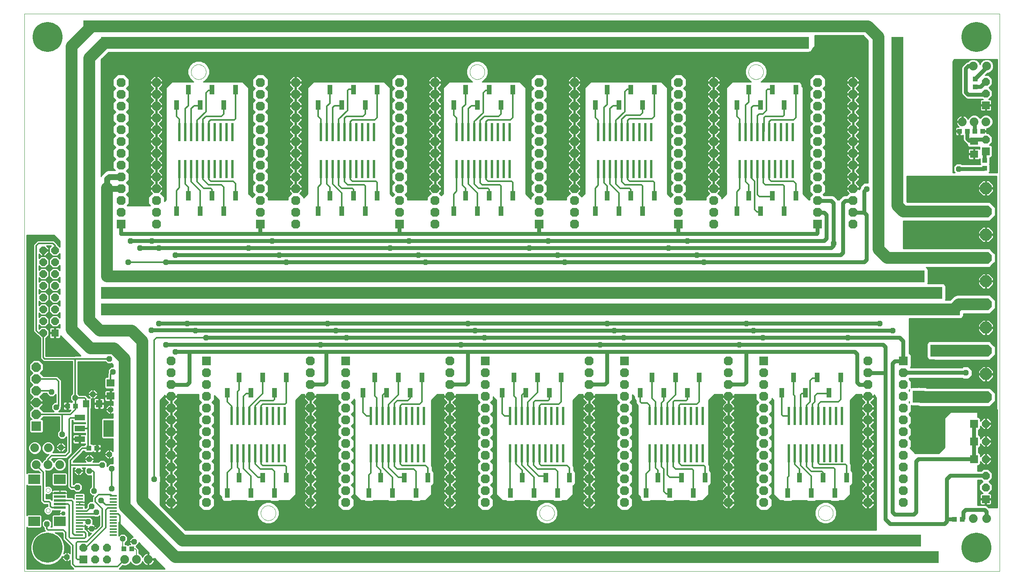
<source format=gbl>
G75*
G70*
%OFA0B0*%
%FSLAX24Y24*%
%IPPOS*%
%LPD*%
%AMOC8*
5,1,8,0,0,1.08239X$1,22.5*
%
%ADD10C,0.0000*%
%ADD11R,0.0660X0.0660*%
%ADD12OC8,0.0660*%
%ADD13R,0.0394X0.0433*%
%ADD14R,0.0433X0.0394*%
%ADD15R,0.0800X0.0800*%
%ADD16OC8,0.0800*%
%ADD17OC8,0.1000*%
%ADD18R,0.0709X0.0630*%
%ADD19R,0.0591X0.0157*%
%ADD20R,0.0984X0.0197*%
%ADD21R,0.0984X0.0787*%
%ADD22R,0.0880X0.0480*%
%ADD23R,0.0866X0.1417*%
%ADD24R,0.0551X0.0630*%
%ADD25C,0.0740*%
%ADD26OC8,0.0634*%
%ADD27R,0.0634X0.0634*%
%ADD28R,0.0236X0.1535*%
%ADD29R,0.0394X0.0787*%
%ADD30OC8,0.0760*%
%ADD31R,0.0760X0.0760*%
%ADD32R,0.1000X0.1000*%
%ADD33C,0.0358*%
%ADD34C,0.0320*%
%ADD35OC8,0.0476*%
%ADD36C,0.0140*%
%ADD37C,0.1000*%
%ADD38C,0.0500*%
%ADD39C,0.0100*%
%ADD40OC8,0.0358*%
%ADD41C,0.0120*%
%ADD42C,0.2540*%
%ADD43C,0.0080*%
D10*
X007620Y000554D02*
X007620Y047798D01*
X090297Y047798D01*
X090297Y000554D01*
X007620Y000554D01*
X009443Y005688D02*
X009445Y005714D01*
X009451Y005740D01*
X009461Y005765D01*
X009474Y005788D01*
X009490Y005808D01*
X009510Y005826D01*
X009532Y005841D01*
X009555Y005853D01*
X009581Y005861D01*
X009607Y005865D01*
X009633Y005865D01*
X009659Y005861D01*
X009685Y005853D01*
X009709Y005841D01*
X009730Y005826D01*
X009750Y005808D01*
X009766Y005788D01*
X009779Y005765D01*
X009789Y005740D01*
X009795Y005714D01*
X009797Y005688D01*
X009795Y005662D01*
X009789Y005636D01*
X009779Y005611D01*
X009766Y005588D01*
X009750Y005568D01*
X009730Y005550D01*
X009708Y005535D01*
X009685Y005523D01*
X009659Y005515D01*
X009633Y005511D01*
X009607Y005511D01*
X009581Y005515D01*
X009555Y005523D01*
X009531Y005535D01*
X009510Y005550D01*
X009490Y005568D01*
X009474Y005588D01*
X009461Y005611D01*
X009451Y005636D01*
X009445Y005662D01*
X009443Y005688D01*
X009443Y007420D02*
X009445Y007446D01*
X009451Y007472D01*
X009461Y007497D01*
X009474Y007520D01*
X009490Y007540D01*
X009510Y007558D01*
X009532Y007573D01*
X009555Y007585D01*
X009581Y007593D01*
X009607Y007597D01*
X009633Y007597D01*
X009659Y007593D01*
X009685Y007585D01*
X009709Y007573D01*
X009730Y007558D01*
X009750Y007540D01*
X009766Y007520D01*
X009779Y007497D01*
X009789Y007472D01*
X009795Y007446D01*
X009797Y007420D01*
X009795Y007394D01*
X009789Y007368D01*
X009779Y007343D01*
X009766Y007320D01*
X009750Y007300D01*
X009730Y007282D01*
X009708Y007267D01*
X009685Y007255D01*
X009659Y007247D01*
X009633Y007243D01*
X009607Y007243D01*
X009581Y007247D01*
X009555Y007255D01*
X009531Y007267D01*
X009510Y007282D01*
X009490Y007300D01*
X009474Y007320D01*
X009461Y007343D01*
X009451Y007368D01*
X009445Y007394D01*
X009443Y007420D01*
X027659Y005476D02*
X027661Y005526D01*
X027667Y005576D01*
X027677Y005625D01*
X027691Y005673D01*
X027708Y005720D01*
X027729Y005765D01*
X027754Y005809D01*
X027782Y005850D01*
X027814Y005889D01*
X027848Y005926D01*
X027885Y005960D01*
X027925Y005990D01*
X027967Y006017D01*
X028011Y006041D01*
X028057Y006062D01*
X028104Y006078D01*
X028152Y006091D01*
X028202Y006100D01*
X028251Y006105D01*
X028302Y006106D01*
X028352Y006103D01*
X028401Y006096D01*
X028450Y006085D01*
X028498Y006070D01*
X028544Y006052D01*
X028589Y006030D01*
X028632Y006004D01*
X028673Y005975D01*
X028712Y005943D01*
X028748Y005908D01*
X028780Y005870D01*
X028810Y005830D01*
X028837Y005787D01*
X028860Y005743D01*
X028879Y005697D01*
X028895Y005649D01*
X028907Y005600D01*
X028915Y005551D01*
X028919Y005501D01*
X028919Y005451D01*
X028915Y005401D01*
X028907Y005352D01*
X028895Y005303D01*
X028879Y005255D01*
X028860Y005209D01*
X028837Y005165D01*
X028810Y005122D01*
X028780Y005082D01*
X028748Y005044D01*
X028712Y005009D01*
X028673Y004977D01*
X028632Y004948D01*
X028589Y004922D01*
X028544Y004900D01*
X028498Y004882D01*
X028450Y004867D01*
X028401Y004856D01*
X028352Y004849D01*
X028302Y004846D01*
X028251Y004847D01*
X028202Y004852D01*
X028152Y004861D01*
X028104Y004874D01*
X028057Y004890D01*
X028011Y004911D01*
X027967Y004935D01*
X027925Y004962D01*
X027885Y004992D01*
X027848Y005026D01*
X027814Y005063D01*
X027782Y005102D01*
X027754Y005143D01*
X027729Y005187D01*
X027708Y005232D01*
X027691Y005279D01*
X027677Y005327D01*
X027667Y005376D01*
X027661Y005426D01*
X027659Y005476D01*
X051281Y005476D02*
X051283Y005526D01*
X051289Y005576D01*
X051299Y005625D01*
X051313Y005673D01*
X051330Y005720D01*
X051351Y005765D01*
X051376Y005809D01*
X051404Y005850D01*
X051436Y005889D01*
X051470Y005926D01*
X051507Y005960D01*
X051547Y005990D01*
X051589Y006017D01*
X051633Y006041D01*
X051679Y006062D01*
X051726Y006078D01*
X051774Y006091D01*
X051824Y006100D01*
X051873Y006105D01*
X051924Y006106D01*
X051974Y006103D01*
X052023Y006096D01*
X052072Y006085D01*
X052120Y006070D01*
X052166Y006052D01*
X052211Y006030D01*
X052254Y006004D01*
X052295Y005975D01*
X052334Y005943D01*
X052370Y005908D01*
X052402Y005870D01*
X052432Y005830D01*
X052459Y005787D01*
X052482Y005743D01*
X052501Y005697D01*
X052517Y005649D01*
X052529Y005600D01*
X052537Y005551D01*
X052541Y005501D01*
X052541Y005451D01*
X052537Y005401D01*
X052529Y005352D01*
X052517Y005303D01*
X052501Y005255D01*
X052482Y005209D01*
X052459Y005165D01*
X052432Y005122D01*
X052402Y005082D01*
X052370Y005044D01*
X052334Y005009D01*
X052295Y004977D01*
X052254Y004948D01*
X052211Y004922D01*
X052166Y004900D01*
X052120Y004882D01*
X052072Y004867D01*
X052023Y004856D01*
X051974Y004849D01*
X051924Y004846D01*
X051873Y004847D01*
X051824Y004852D01*
X051774Y004861D01*
X051726Y004874D01*
X051679Y004890D01*
X051633Y004911D01*
X051589Y004935D01*
X051547Y004962D01*
X051507Y004992D01*
X051470Y005026D01*
X051436Y005063D01*
X051404Y005102D01*
X051376Y005143D01*
X051351Y005187D01*
X051330Y005232D01*
X051313Y005279D01*
X051299Y005327D01*
X051289Y005376D01*
X051283Y005426D01*
X051281Y005476D01*
X074903Y005476D02*
X074905Y005526D01*
X074911Y005576D01*
X074921Y005625D01*
X074935Y005673D01*
X074952Y005720D01*
X074973Y005765D01*
X074998Y005809D01*
X075026Y005850D01*
X075058Y005889D01*
X075092Y005926D01*
X075129Y005960D01*
X075169Y005990D01*
X075211Y006017D01*
X075255Y006041D01*
X075301Y006062D01*
X075348Y006078D01*
X075396Y006091D01*
X075446Y006100D01*
X075495Y006105D01*
X075546Y006106D01*
X075596Y006103D01*
X075645Y006096D01*
X075694Y006085D01*
X075742Y006070D01*
X075788Y006052D01*
X075833Y006030D01*
X075876Y006004D01*
X075917Y005975D01*
X075956Y005943D01*
X075992Y005908D01*
X076024Y005870D01*
X076054Y005830D01*
X076081Y005787D01*
X076104Y005743D01*
X076123Y005697D01*
X076139Y005649D01*
X076151Y005600D01*
X076159Y005551D01*
X076163Y005501D01*
X076163Y005451D01*
X076159Y005401D01*
X076151Y005352D01*
X076139Y005303D01*
X076123Y005255D01*
X076104Y005209D01*
X076081Y005165D01*
X076054Y005122D01*
X076024Y005082D01*
X075992Y005044D01*
X075956Y005009D01*
X075917Y004977D01*
X075876Y004948D01*
X075833Y004922D01*
X075788Y004900D01*
X075742Y004882D01*
X075694Y004867D01*
X075645Y004856D01*
X075596Y004849D01*
X075546Y004846D01*
X075495Y004847D01*
X075446Y004852D01*
X075396Y004861D01*
X075348Y004874D01*
X075301Y004890D01*
X075255Y004911D01*
X075211Y004935D01*
X075169Y004962D01*
X075129Y004992D01*
X075092Y005026D01*
X075058Y005063D01*
X075026Y005102D01*
X074998Y005143D01*
X074973Y005187D01*
X074952Y005232D01*
X074935Y005279D01*
X074921Y005327D01*
X074911Y005376D01*
X074905Y005426D01*
X074903Y005476D01*
X068997Y042877D02*
X068999Y042927D01*
X069005Y042977D01*
X069015Y043026D01*
X069029Y043074D01*
X069046Y043121D01*
X069067Y043166D01*
X069092Y043210D01*
X069120Y043251D01*
X069152Y043290D01*
X069186Y043327D01*
X069223Y043361D01*
X069263Y043391D01*
X069305Y043418D01*
X069349Y043442D01*
X069395Y043463D01*
X069442Y043479D01*
X069490Y043492D01*
X069540Y043501D01*
X069589Y043506D01*
X069640Y043507D01*
X069690Y043504D01*
X069739Y043497D01*
X069788Y043486D01*
X069836Y043471D01*
X069882Y043453D01*
X069927Y043431D01*
X069970Y043405D01*
X070011Y043376D01*
X070050Y043344D01*
X070086Y043309D01*
X070118Y043271D01*
X070148Y043231D01*
X070175Y043188D01*
X070198Y043144D01*
X070217Y043098D01*
X070233Y043050D01*
X070245Y043001D01*
X070253Y042952D01*
X070257Y042902D01*
X070257Y042852D01*
X070253Y042802D01*
X070245Y042753D01*
X070233Y042704D01*
X070217Y042656D01*
X070198Y042610D01*
X070175Y042566D01*
X070148Y042523D01*
X070118Y042483D01*
X070086Y042445D01*
X070050Y042410D01*
X070011Y042378D01*
X069970Y042349D01*
X069927Y042323D01*
X069882Y042301D01*
X069836Y042283D01*
X069788Y042268D01*
X069739Y042257D01*
X069690Y042250D01*
X069640Y042247D01*
X069589Y042248D01*
X069540Y042253D01*
X069490Y042262D01*
X069442Y042275D01*
X069395Y042291D01*
X069349Y042312D01*
X069305Y042336D01*
X069263Y042363D01*
X069223Y042393D01*
X069186Y042427D01*
X069152Y042464D01*
X069120Y042503D01*
X069092Y042544D01*
X069067Y042588D01*
X069046Y042633D01*
X069029Y042680D01*
X069015Y042728D01*
X069005Y042777D01*
X068999Y042827D01*
X068997Y042877D01*
X045375Y042877D02*
X045377Y042927D01*
X045383Y042977D01*
X045393Y043026D01*
X045407Y043074D01*
X045424Y043121D01*
X045445Y043166D01*
X045470Y043210D01*
X045498Y043251D01*
X045530Y043290D01*
X045564Y043327D01*
X045601Y043361D01*
X045641Y043391D01*
X045683Y043418D01*
X045727Y043442D01*
X045773Y043463D01*
X045820Y043479D01*
X045868Y043492D01*
X045918Y043501D01*
X045967Y043506D01*
X046018Y043507D01*
X046068Y043504D01*
X046117Y043497D01*
X046166Y043486D01*
X046214Y043471D01*
X046260Y043453D01*
X046305Y043431D01*
X046348Y043405D01*
X046389Y043376D01*
X046428Y043344D01*
X046464Y043309D01*
X046496Y043271D01*
X046526Y043231D01*
X046553Y043188D01*
X046576Y043144D01*
X046595Y043098D01*
X046611Y043050D01*
X046623Y043001D01*
X046631Y042952D01*
X046635Y042902D01*
X046635Y042852D01*
X046631Y042802D01*
X046623Y042753D01*
X046611Y042704D01*
X046595Y042656D01*
X046576Y042610D01*
X046553Y042566D01*
X046526Y042523D01*
X046496Y042483D01*
X046464Y042445D01*
X046428Y042410D01*
X046389Y042378D01*
X046348Y042349D01*
X046305Y042323D01*
X046260Y042301D01*
X046214Y042283D01*
X046166Y042268D01*
X046117Y042257D01*
X046068Y042250D01*
X046018Y042247D01*
X045967Y042248D01*
X045918Y042253D01*
X045868Y042262D01*
X045820Y042275D01*
X045773Y042291D01*
X045727Y042312D01*
X045683Y042336D01*
X045641Y042363D01*
X045601Y042393D01*
X045564Y042427D01*
X045530Y042464D01*
X045498Y042503D01*
X045470Y042544D01*
X045445Y042588D01*
X045424Y042633D01*
X045407Y042680D01*
X045393Y042728D01*
X045383Y042777D01*
X045377Y042827D01*
X045375Y042877D01*
X021753Y042877D02*
X021755Y042927D01*
X021761Y042977D01*
X021771Y043026D01*
X021785Y043074D01*
X021802Y043121D01*
X021823Y043166D01*
X021848Y043210D01*
X021876Y043251D01*
X021908Y043290D01*
X021942Y043327D01*
X021979Y043361D01*
X022019Y043391D01*
X022061Y043418D01*
X022105Y043442D01*
X022151Y043463D01*
X022198Y043479D01*
X022246Y043492D01*
X022296Y043501D01*
X022345Y043506D01*
X022396Y043507D01*
X022446Y043504D01*
X022495Y043497D01*
X022544Y043486D01*
X022592Y043471D01*
X022638Y043453D01*
X022683Y043431D01*
X022726Y043405D01*
X022767Y043376D01*
X022806Y043344D01*
X022842Y043309D01*
X022874Y043271D01*
X022904Y043231D01*
X022931Y043188D01*
X022954Y043144D01*
X022973Y043098D01*
X022989Y043050D01*
X023001Y043001D01*
X023009Y042952D01*
X023013Y042902D01*
X023013Y042852D01*
X023009Y042802D01*
X023001Y042753D01*
X022989Y042704D01*
X022973Y042656D01*
X022954Y042610D01*
X022931Y042566D01*
X022904Y042523D01*
X022874Y042483D01*
X022842Y042445D01*
X022806Y042410D01*
X022767Y042378D01*
X022726Y042349D01*
X022683Y042323D01*
X022638Y042301D01*
X022592Y042283D01*
X022544Y042268D01*
X022495Y042257D01*
X022446Y042250D01*
X022396Y042247D01*
X022345Y042248D01*
X022296Y042253D01*
X022246Y042262D01*
X022198Y042275D01*
X022151Y042291D01*
X022105Y042312D01*
X022061Y042336D01*
X022019Y042363D01*
X021979Y042393D01*
X021942Y042427D01*
X021908Y042464D01*
X021876Y042503D01*
X021848Y042544D01*
X021823Y042588D01*
X021802Y042633D01*
X021785Y042680D01*
X021771Y042728D01*
X021761Y042777D01*
X021755Y042827D01*
X021753Y042877D01*
D11*
X088120Y013054D03*
X088120Y011554D03*
X088120Y010054D03*
X089106Y006654D03*
X089120Y036141D03*
X089120Y040054D03*
X012620Y001554D03*
D12*
X013620Y001554D03*
X014620Y001554D03*
X014620Y002554D03*
X013620Y002554D03*
X012620Y002554D03*
X089106Y007654D03*
X089106Y008654D03*
X089120Y010054D03*
X089120Y011554D03*
X089120Y013054D03*
X089120Y037141D03*
X089120Y041054D03*
X089120Y042054D03*
D13*
X088854Y037854D03*
X088185Y037854D03*
X087554Y037854D03*
X086885Y037854D03*
X087132Y004931D03*
X086463Y004931D03*
X016722Y002424D03*
X016053Y002424D03*
D14*
X013754Y010968D03*
X013085Y010968D03*
X011941Y014554D03*
X011271Y014554D03*
X088220Y041606D03*
X088220Y042276D03*
X089033Y035389D03*
X089033Y034720D03*
D15*
X008633Y012854D03*
D16*
X008633Y013854D03*
X008633Y014854D03*
X008633Y015854D03*
X008633Y016854D03*
X008633Y017854D03*
D17*
X089120Y017265D03*
X089120Y015296D03*
X089120Y019233D03*
X089120Y021202D03*
X089120Y023170D03*
X089120Y025139D03*
X089120Y027107D03*
X089120Y029076D03*
X089120Y031044D03*
X089120Y033013D03*
D18*
X088120Y035917D03*
X088120Y037019D03*
X014933Y016506D03*
X014933Y015403D03*
D19*
X015147Y006931D03*
X015147Y006675D03*
X015147Y006419D03*
X015147Y006163D03*
X015147Y005907D03*
X015147Y005652D03*
X015147Y005396D03*
X015147Y005140D03*
X015147Y004884D03*
X015147Y004628D03*
X015147Y004372D03*
X015147Y004116D03*
X015147Y003860D03*
X015147Y003604D03*
X012292Y003604D03*
X012292Y003860D03*
X012292Y004116D03*
X012292Y004372D03*
X012292Y004628D03*
X012292Y004884D03*
X012292Y005140D03*
X012292Y005396D03*
X012292Y005652D03*
X012292Y005907D03*
X012292Y006163D03*
X012292Y006419D03*
X012292Y006675D03*
X012292Y006931D03*
D20*
X010604Y006869D03*
X010604Y006554D03*
X010604Y006239D03*
X010604Y005924D03*
X010604Y007184D03*
D21*
X010604Y008326D03*
X008438Y008326D03*
X008438Y004783D03*
X010604Y004783D03*
D22*
X012313Y011744D03*
X012313Y012654D03*
X012313Y013564D03*
D23*
X014753Y012654D03*
D24*
X013957Y014754D03*
X012855Y014754D03*
D25*
X009640Y010991D03*
X008500Y010991D03*
X008620Y009568D03*
X009620Y009568D03*
X010620Y009568D03*
X016120Y001554D03*
X017120Y001554D03*
X018120Y001554D03*
X087133Y038654D03*
X088133Y038654D03*
X089133Y038654D03*
X089190Y043368D03*
X088050Y043368D03*
X088060Y005000D03*
X089200Y005000D03*
D26*
X010206Y021754D03*
X009206Y021754D03*
X009206Y022754D03*
X010206Y022754D03*
X010206Y023754D03*
X009206Y023754D03*
X009206Y024754D03*
X010206Y024754D03*
X010206Y025754D03*
X009206Y025754D03*
X009206Y026754D03*
X010206Y026754D03*
X010206Y027754D03*
X009206Y027754D03*
X009206Y020754D03*
D27*
X010206Y020754D03*
D28*
X025177Y013693D03*
X025677Y013693D03*
X026177Y013693D03*
X026677Y013693D03*
X027177Y013693D03*
X027677Y013693D03*
X028177Y013693D03*
X028677Y013693D03*
X029177Y013693D03*
X029677Y013693D03*
X029677Y010543D03*
X029177Y010543D03*
X028677Y010543D03*
X028177Y010543D03*
X027677Y010543D03*
X027177Y010543D03*
X026677Y010543D03*
X026177Y010543D03*
X025677Y010543D03*
X025177Y010543D03*
X036988Y010543D03*
X037488Y010543D03*
X037988Y010543D03*
X038488Y010543D03*
X038988Y010543D03*
X039488Y010543D03*
X039988Y010543D03*
X040488Y010543D03*
X040988Y010543D03*
X041488Y010543D03*
X041488Y013693D03*
X040988Y013693D03*
X040488Y013693D03*
X039988Y013693D03*
X039488Y013693D03*
X038988Y013693D03*
X038488Y013693D03*
X037988Y013693D03*
X037488Y013693D03*
X036988Y013693D03*
X048799Y013693D03*
X049299Y013693D03*
X049799Y013693D03*
X050299Y013693D03*
X050799Y013693D03*
X051299Y013693D03*
X051799Y013693D03*
X052299Y013693D03*
X052799Y013693D03*
X053299Y013693D03*
X053299Y010543D03*
X052799Y010543D03*
X052299Y010543D03*
X051799Y010543D03*
X051299Y010543D03*
X050799Y010543D03*
X050299Y010543D03*
X049799Y010543D03*
X049299Y010543D03*
X048799Y010543D03*
X060610Y010543D03*
X061110Y010543D03*
X061610Y010543D03*
X062110Y010543D03*
X062610Y010543D03*
X063110Y010543D03*
X063610Y010543D03*
X064110Y010543D03*
X064610Y010543D03*
X065110Y010543D03*
X065110Y013693D03*
X064610Y013693D03*
X064110Y013693D03*
X063610Y013693D03*
X063110Y013693D03*
X062610Y013693D03*
X062110Y013693D03*
X061610Y013693D03*
X061110Y013693D03*
X060610Y013693D03*
X072421Y013693D03*
X072921Y013693D03*
X073421Y013693D03*
X073921Y013693D03*
X074421Y013693D03*
X074921Y013693D03*
X075421Y013693D03*
X075921Y013693D03*
X076421Y013693D03*
X076921Y013693D03*
X076921Y010543D03*
X076421Y010543D03*
X075921Y010543D03*
X075421Y010543D03*
X074921Y010543D03*
X074421Y010543D03*
X073921Y010543D03*
X073421Y010543D03*
X072921Y010543D03*
X072421Y010543D03*
X072267Y034632D03*
X071767Y034632D03*
X071267Y034632D03*
X070767Y034632D03*
X070267Y034632D03*
X069767Y034632D03*
X069267Y034632D03*
X068767Y034632D03*
X068267Y034632D03*
X072767Y034632D03*
X072767Y037782D03*
X072267Y037782D03*
X071767Y037782D03*
X071267Y037782D03*
X070767Y037782D03*
X070267Y037782D03*
X069767Y037782D03*
X069267Y037782D03*
X068767Y037782D03*
X068267Y037782D03*
X060767Y037782D03*
X060267Y037782D03*
X059767Y037782D03*
X059267Y037782D03*
X058767Y037782D03*
X058267Y037782D03*
X057767Y037782D03*
X057267Y037782D03*
X056767Y037782D03*
X056267Y037782D03*
X056267Y034632D03*
X056767Y034632D03*
X057267Y034632D03*
X057767Y034632D03*
X058267Y034632D03*
X058767Y034632D03*
X059267Y034632D03*
X059767Y034632D03*
X060267Y034632D03*
X060767Y034632D03*
X048767Y034632D03*
X048267Y034632D03*
X047767Y034632D03*
X047267Y034632D03*
X046767Y034632D03*
X046267Y034632D03*
X045767Y034632D03*
X045267Y034632D03*
X044767Y034632D03*
X044267Y034632D03*
X044267Y037782D03*
X044767Y037782D03*
X045267Y037782D03*
X045767Y037782D03*
X046267Y037782D03*
X046767Y037782D03*
X047267Y037782D03*
X047767Y037782D03*
X048267Y037782D03*
X048767Y037782D03*
X037267Y037782D03*
X036767Y037782D03*
X036267Y037782D03*
X035767Y037782D03*
X035267Y037782D03*
X034767Y037782D03*
X034267Y037782D03*
X033767Y037782D03*
X033267Y037782D03*
X032767Y037782D03*
X032767Y034632D03*
X033267Y034632D03*
X033767Y034632D03*
X034267Y034632D03*
X034767Y034632D03*
X035267Y034632D03*
X035767Y034632D03*
X036267Y034632D03*
X036767Y034632D03*
X037267Y034632D03*
X025267Y034632D03*
X024767Y034632D03*
X024267Y034632D03*
X023767Y034632D03*
X023267Y034632D03*
X022767Y034632D03*
X022267Y034632D03*
X021767Y034632D03*
X021267Y034632D03*
X020767Y034632D03*
X020767Y037782D03*
X021267Y037782D03*
X021767Y037782D03*
X022267Y037782D03*
X022767Y037782D03*
X023267Y037782D03*
X023767Y037782D03*
X024267Y037782D03*
X024767Y037782D03*
X025267Y037782D03*
D29*
X024517Y040057D03*
X023517Y041357D03*
X021517Y041357D03*
X020517Y040057D03*
X022517Y040057D03*
X025517Y041357D03*
X032517Y040057D03*
X033517Y041357D03*
X035517Y041357D03*
X037517Y041357D03*
X036517Y040057D03*
X034517Y040057D03*
X044017Y040057D03*
X046017Y040057D03*
X045017Y041357D03*
X047017Y041357D03*
X048017Y040057D03*
X049017Y041357D03*
X056017Y040057D03*
X057017Y041357D03*
X059017Y041357D03*
X061017Y041357D03*
X060017Y040057D03*
X058017Y040057D03*
X068017Y040057D03*
X070017Y040057D03*
X072017Y040057D03*
X071017Y041357D03*
X069017Y041357D03*
X073017Y041357D03*
X073017Y032357D03*
X072017Y031057D03*
X071017Y032357D03*
X070017Y031057D03*
X069017Y032357D03*
X068017Y031057D03*
X061017Y032357D03*
X060017Y031057D03*
X059017Y032357D03*
X058017Y031057D03*
X057017Y032357D03*
X056017Y031057D03*
X049017Y032357D03*
X048017Y031057D03*
X047017Y032357D03*
X046017Y031057D03*
X045017Y032357D03*
X044017Y031057D03*
X037517Y032357D03*
X036517Y031057D03*
X035517Y032357D03*
X034517Y031057D03*
X033517Y032357D03*
X032517Y031057D03*
X025517Y032357D03*
X024517Y031057D03*
X023517Y032357D03*
X022517Y031057D03*
X021517Y032357D03*
X020517Y031057D03*
X025817Y016957D03*
X027817Y016957D03*
X029817Y016957D03*
X028817Y015657D03*
X026817Y015657D03*
X024817Y015657D03*
X025817Y008457D03*
X024817Y007157D03*
X026817Y007157D03*
X027817Y008457D03*
X028817Y007157D03*
X029817Y008457D03*
X036817Y007157D03*
X037817Y008457D03*
X038817Y007157D03*
X039817Y008457D03*
X040817Y007157D03*
X041817Y008457D03*
X048817Y007157D03*
X049817Y008457D03*
X050817Y007157D03*
X051817Y008457D03*
X052817Y007157D03*
X053817Y008457D03*
X060317Y007157D03*
X061317Y008457D03*
X062317Y007157D03*
X063317Y008457D03*
X064317Y007157D03*
X065317Y008457D03*
X072317Y007157D03*
X073317Y008457D03*
X074317Y007157D03*
X075317Y008457D03*
X076317Y007157D03*
X077317Y008457D03*
X075817Y015657D03*
X073817Y015657D03*
X071817Y015657D03*
X072817Y016957D03*
X074817Y016957D03*
X076817Y016957D03*
X064817Y016957D03*
X062817Y016957D03*
X060817Y016957D03*
X059817Y015657D03*
X061817Y015657D03*
X063817Y015657D03*
X053117Y016957D03*
X051117Y016957D03*
X049117Y016957D03*
X048117Y015657D03*
X050117Y015657D03*
X052117Y015657D03*
X041317Y016957D03*
X039317Y016957D03*
X037317Y016957D03*
X036317Y015657D03*
X038317Y015657D03*
X040317Y015657D03*
D30*
X043679Y015365D03*
X043679Y014365D03*
X043679Y013365D03*
X043679Y012365D03*
X043679Y011365D03*
X043679Y010365D03*
X043679Y009365D03*
X043679Y008365D03*
X043679Y007365D03*
X043679Y006365D03*
X046679Y006365D03*
X046679Y007365D03*
X046679Y008365D03*
X046679Y009365D03*
X046679Y010365D03*
X046679Y011365D03*
X046679Y012365D03*
X046679Y013365D03*
X046679Y014365D03*
X046679Y015365D03*
X046679Y016365D03*
X046679Y017365D03*
X043679Y017365D03*
X043679Y018365D03*
X043679Y016365D03*
X034868Y016365D03*
X034868Y015365D03*
X034868Y014365D03*
X034868Y013365D03*
X034868Y012365D03*
X034868Y011365D03*
X034868Y010365D03*
X034868Y009365D03*
X034868Y008365D03*
X034868Y007365D03*
X034868Y006365D03*
X031868Y006365D03*
X031868Y007365D03*
X031868Y008365D03*
X031868Y009365D03*
X031868Y010365D03*
X031868Y011365D03*
X031868Y012365D03*
X031868Y013365D03*
X031868Y014365D03*
X031868Y015365D03*
X031868Y016365D03*
X031868Y017365D03*
X031868Y018365D03*
X034868Y017365D03*
X023057Y017365D03*
X023057Y016365D03*
X023057Y015365D03*
X023057Y014365D03*
X023057Y013365D03*
X023057Y012365D03*
X023057Y011365D03*
X023057Y010365D03*
X023057Y009365D03*
X023057Y008365D03*
X023057Y007365D03*
X023057Y006365D03*
X020057Y006365D03*
X020057Y007365D03*
X020057Y008365D03*
X020057Y009365D03*
X020057Y010365D03*
X020057Y011365D03*
X020057Y012365D03*
X020057Y013365D03*
X020057Y014365D03*
X020057Y015365D03*
X020057Y016365D03*
X020057Y017365D03*
X020057Y018365D03*
X018805Y029987D03*
X018805Y030987D03*
X018805Y031987D03*
X018805Y032987D03*
X018805Y033987D03*
X018805Y034987D03*
X018805Y035987D03*
X018805Y036987D03*
X018805Y037987D03*
X018805Y038987D03*
X018805Y039987D03*
X018805Y040987D03*
X018805Y041987D03*
X015805Y041987D03*
X015805Y040987D03*
X015805Y039987D03*
X015805Y038987D03*
X015805Y037987D03*
X015805Y036987D03*
X015805Y035987D03*
X015805Y034987D03*
X015805Y033987D03*
X015805Y032987D03*
X015805Y031987D03*
X015805Y030987D03*
X027616Y030987D03*
X027616Y031987D03*
X027616Y032987D03*
X027616Y033987D03*
X027616Y034987D03*
X027616Y035987D03*
X027616Y036987D03*
X027616Y037987D03*
X027616Y038987D03*
X027616Y039987D03*
X027616Y040987D03*
X027616Y041987D03*
X030616Y041987D03*
X030616Y040987D03*
X030616Y039987D03*
X030616Y038987D03*
X030616Y037987D03*
X030616Y036987D03*
X030616Y035987D03*
X030616Y034987D03*
X030616Y033987D03*
X030616Y032987D03*
X030616Y031987D03*
X030616Y030987D03*
X030616Y029987D03*
X039427Y030987D03*
X039427Y031987D03*
X039427Y032987D03*
X039427Y033987D03*
X039427Y034987D03*
X039427Y035987D03*
X039427Y036987D03*
X039427Y037987D03*
X039427Y038987D03*
X039427Y039987D03*
X039427Y040987D03*
X039427Y041987D03*
X042427Y041987D03*
X042427Y040987D03*
X042427Y039987D03*
X042427Y038987D03*
X042427Y037987D03*
X042427Y036987D03*
X042427Y035987D03*
X042427Y034987D03*
X042427Y033987D03*
X042427Y032987D03*
X042427Y031987D03*
X042427Y030987D03*
X042427Y029987D03*
X051238Y030987D03*
X051238Y031987D03*
X051238Y032987D03*
X051238Y033987D03*
X051238Y034987D03*
X051238Y035987D03*
X051238Y036987D03*
X051238Y037987D03*
X051238Y038987D03*
X051238Y039987D03*
X051238Y040987D03*
X051238Y041987D03*
X054238Y041987D03*
X054238Y040987D03*
X054238Y039987D03*
X054238Y038987D03*
X054238Y037987D03*
X054238Y036987D03*
X054238Y035987D03*
X054238Y034987D03*
X054238Y033987D03*
X054238Y032987D03*
X054238Y031987D03*
X054238Y030987D03*
X054238Y029987D03*
X063049Y030987D03*
X063049Y031987D03*
X063049Y032987D03*
X063049Y033987D03*
X063049Y034987D03*
X063049Y035987D03*
X063049Y036987D03*
X063049Y037987D03*
X063049Y038987D03*
X063049Y039987D03*
X063049Y040987D03*
X063049Y041987D03*
X066049Y041987D03*
X066049Y040987D03*
X066049Y039987D03*
X066049Y038987D03*
X066049Y037987D03*
X066049Y036987D03*
X066049Y035987D03*
X066049Y034987D03*
X066049Y033987D03*
X066049Y032987D03*
X066049Y031987D03*
X066049Y030987D03*
X066049Y029987D03*
X074860Y030987D03*
X074860Y031987D03*
X074860Y032987D03*
X074860Y033987D03*
X074860Y034987D03*
X074860Y035987D03*
X074860Y036987D03*
X074860Y037987D03*
X074860Y038987D03*
X074860Y039987D03*
X074860Y040987D03*
X074860Y041987D03*
X077860Y041987D03*
X077860Y040987D03*
X077860Y039987D03*
X077860Y038987D03*
X077860Y037987D03*
X077860Y036987D03*
X077860Y035987D03*
X077860Y034987D03*
X077860Y033987D03*
X077860Y032987D03*
X077860Y031987D03*
X077860Y030987D03*
X077860Y029987D03*
X079112Y018365D03*
X079112Y017365D03*
X079112Y016365D03*
X079112Y015365D03*
X079112Y014365D03*
X079112Y013365D03*
X079112Y012365D03*
X079112Y011365D03*
X079112Y010365D03*
X079112Y009365D03*
X079112Y008365D03*
X079112Y007365D03*
X079112Y006365D03*
X082112Y006365D03*
X082112Y007365D03*
X082112Y008365D03*
X082112Y009365D03*
X082112Y010365D03*
X082112Y011365D03*
X082112Y012365D03*
X082112Y013365D03*
X082112Y014365D03*
X082112Y015365D03*
X082112Y016365D03*
X082112Y017365D03*
X070301Y017365D03*
X070301Y016365D03*
X070301Y015365D03*
X070301Y014365D03*
X070301Y013365D03*
X070301Y012365D03*
X070301Y011365D03*
X070301Y010365D03*
X070301Y009365D03*
X070301Y008365D03*
X070301Y007365D03*
X070301Y006365D03*
X067301Y006365D03*
X067301Y007365D03*
X067301Y008365D03*
X067301Y009365D03*
X067301Y010365D03*
X067301Y011365D03*
X067301Y012365D03*
X067301Y013365D03*
X067301Y014365D03*
X067301Y015365D03*
X067301Y016365D03*
X067301Y017365D03*
X067301Y018365D03*
X058490Y017365D03*
X058490Y016365D03*
X058490Y015365D03*
X058490Y014365D03*
X058490Y013365D03*
X058490Y012365D03*
X058490Y011365D03*
X058490Y010365D03*
X058490Y009365D03*
X058490Y008365D03*
X058490Y007365D03*
X058490Y006365D03*
X055490Y006365D03*
X055490Y007365D03*
X055490Y008365D03*
X055490Y009365D03*
X055490Y010365D03*
X055490Y011365D03*
X055490Y012365D03*
X055490Y013365D03*
X055490Y014365D03*
X055490Y015365D03*
X055490Y016365D03*
X055490Y017365D03*
X055490Y018365D03*
D31*
X058490Y018365D03*
X070301Y018365D03*
X082112Y018365D03*
X074860Y029987D03*
X063049Y029987D03*
X051238Y029987D03*
X039427Y029987D03*
X027616Y029987D03*
X015805Y029987D03*
X023057Y018365D03*
X034868Y018365D03*
X046679Y018365D03*
D32*
X046120Y022754D03*
X047620Y024154D03*
X049120Y025554D03*
X050620Y024154D03*
X052120Y022754D03*
X058120Y022754D03*
X059620Y024154D03*
X061120Y025554D03*
X062620Y024154D03*
X064120Y022754D03*
X070120Y022754D03*
X071620Y024154D03*
X073120Y025554D03*
X074620Y024154D03*
X076120Y022754D03*
X083420Y025554D03*
X084920Y024154D03*
X086420Y022754D03*
X084920Y019254D03*
X083420Y015354D03*
X083120Y003154D03*
X084620Y001754D03*
X073120Y001754D03*
X071620Y003154D03*
X061120Y001754D03*
X059620Y003154D03*
X049120Y001754D03*
X047620Y003154D03*
X037620Y001754D03*
X036120Y003154D03*
X025620Y001754D03*
X024120Y003154D03*
X022120Y022754D03*
X023620Y024154D03*
X025120Y025554D03*
X026620Y024154D03*
X028120Y022754D03*
X034120Y022754D03*
X035620Y024154D03*
X037120Y025554D03*
X038620Y024154D03*
X040120Y022754D03*
X014620Y022754D03*
X014620Y024154D03*
X014620Y045354D03*
X013120Y046754D03*
X025120Y046754D03*
X026620Y045354D03*
X036620Y046754D03*
X038120Y045354D03*
X048620Y046754D03*
X050120Y045354D03*
X060620Y046754D03*
X062120Y045354D03*
X072120Y046754D03*
X073620Y045354D03*
X081620Y045354D03*
D33*
X081920Y045054D03*
X081920Y045654D03*
X081320Y045654D03*
X081320Y045054D03*
X073920Y045054D03*
X073920Y045654D03*
X073320Y045654D03*
X073320Y045054D03*
X072420Y046454D03*
X072420Y047054D03*
X071820Y047054D03*
X071820Y046454D03*
X062420Y045654D03*
X062420Y045054D03*
X061820Y045054D03*
X061820Y045654D03*
X060920Y046454D03*
X060920Y047054D03*
X060320Y047054D03*
X060320Y046454D03*
X050420Y045654D03*
X050420Y045054D03*
X049820Y045054D03*
X049820Y045654D03*
X048920Y046454D03*
X048920Y047054D03*
X048320Y047054D03*
X048320Y046454D03*
X038420Y045654D03*
X038420Y045054D03*
X037820Y045054D03*
X037820Y045654D03*
X036920Y046454D03*
X036920Y047054D03*
X036320Y047054D03*
X036320Y046454D03*
X026920Y045654D03*
X026920Y045054D03*
X026320Y045054D03*
X026320Y045654D03*
X025420Y046454D03*
X025420Y047054D03*
X024820Y047054D03*
X024820Y046454D03*
X014920Y045654D03*
X014920Y045054D03*
X014320Y045054D03*
X014320Y045654D03*
X013420Y046454D03*
X013420Y047054D03*
X012820Y047054D03*
X012820Y046454D03*
X024820Y025854D03*
X025420Y025854D03*
X025420Y025254D03*
X024820Y025254D03*
X023920Y024454D03*
X023320Y024454D03*
X023320Y023854D03*
X023920Y023854D03*
X022420Y023054D03*
X022420Y022454D03*
X021820Y022454D03*
X021820Y023054D03*
X026320Y023854D03*
X026920Y023854D03*
X027820Y023054D03*
X028420Y023054D03*
X028420Y022454D03*
X027820Y022454D03*
X026920Y024454D03*
X026320Y024454D03*
X033820Y023054D03*
X034420Y023054D03*
X034420Y022454D03*
X033820Y022454D03*
X035320Y023854D03*
X035920Y023854D03*
X035920Y024454D03*
X035320Y024454D03*
X036820Y025254D03*
X037420Y025254D03*
X037420Y025854D03*
X036820Y025854D03*
X038320Y024454D03*
X038920Y024454D03*
X038920Y023854D03*
X038320Y023854D03*
X039820Y023054D03*
X040420Y023054D03*
X040420Y022454D03*
X039820Y022454D03*
X045820Y022454D03*
X046420Y022454D03*
X046420Y023054D03*
X045820Y023054D03*
X047320Y023854D03*
X047920Y023854D03*
X047920Y024454D03*
X047320Y024454D03*
X048820Y025254D03*
X049420Y025254D03*
X049420Y025854D03*
X048820Y025854D03*
X050320Y024454D03*
X050920Y024454D03*
X050920Y023854D03*
X050320Y023854D03*
X051820Y023054D03*
X052420Y023054D03*
X052420Y022454D03*
X051820Y022454D03*
X057820Y022454D03*
X058420Y022454D03*
X058420Y023054D03*
X057820Y023054D03*
X059320Y023854D03*
X059920Y023854D03*
X059920Y024454D03*
X059320Y024454D03*
X060820Y025254D03*
X061420Y025254D03*
X061420Y025854D03*
X060820Y025854D03*
X062320Y024454D03*
X062920Y024454D03*
X062920Y023854D03*
X062320Y023854D03*
X063820Y023054D03*
X064420Y023054D03*
X064420Y022454D03*
X063820Y022454D03*
X069820Y022454D03*
X070420Y022454D03*
X070420Y023054D03*
X069820Y023054D03*
X071320Y023854D03*
X071920Y023854D03*
X071920Y024454D03*
X071320Y024454D03*
X072820Y025254D03*
X073420Y025254D03*
X073420Y025854D03*
X072820Y025854D03*
X074320Y024454D03*
X074920Y024454D03*
X074920Y023854D03*
X074320Y023854D03*
X075820Y023054D03*
X076420Y023054D03*
X076420Y022454D03*
X075820Y022454D03*
X083120Y025254D03*
X083720Y025254D03*
X083720Y025854D03*
X083120Y025854D03*
X084620Y024454D03*
X085220Y024454D03*
X085220Y023854D03*
X084620Y023854D03*
X086120Y023054D03*
X086720Y023054D03*
X086720Y022454D03*
X086120Y022454D03*
X085220Y019554D03*
X084620Y019554D03*
X084620Y018954D03*
X085220Y018954D03*
X083720Y015654D03*
X083720Y015054D03*
X083120Y015054D03*
X083120Y015654D03*
X082820Y003454D03*
X083420Y003454D03*
X083420Y002854D03*
X082820Y002854D03*
X084320Y002054D03*
X084920Y002054D03*
X084920Y001454D03*
X084320Y001454D03*
X073420Y001454D03*
X073420Y002054D03*
X072820Y002054D03*
X072820Y001454D03*
X071920Y002854D03*
X071920Y003454D03*
X071320Y003454D03*
X071320Y002854D03*
X061420Y002054D03*
X061420Y001454D03*
X060820Y001454D03*
X060820Y002054D03*
X059920Y002854D03*
X059920Y003454D03*
X059320Y003454D03*
X059320Y002854D03*
X049420Y002054D03*
X049420Y001454D03*
X048820Y001454D03*
X048820Y002054D03*
X047920Y002854D03*
X047920Y003454D03*
X047320Y003454D03*
X047320Y002854D03*
X037920Y002054D03*
X037920Y001454D03*
X037320Y001454D03*
X037320Y002054D03*
X036420Y002854D03*
X036420Y003454D03*
X035820Y003454D03*
X035820Y002854D03*
X025920Y002054D03*
X025920Y001454D03*
X025320Y001454D03*
X025320Y002054D03*
X024420Y002854D03*
X024420Y003454D03*
X023820Y003454D03*
X023820Y002854D03*
X014920Y022454D03*
X014920Y023054D03*
X014320Y023054D03*
X014320Y022454D03*
X014320Y023854D03*
X014920Y023854D03*
X014920Y024454D03*
X014320Y024454D03*
D34*
X017420Y027954D02*
X019020Y027954D01*
X026620Y027954D01*
X038620Y027954D01*
X050420Y027954D01*
X062220Y027954D01*
X076020Y027954D01*
X076220Y028154D01*
X076220Y028354D01*
X076220Y031754D01*
X076020Y031954D01*
X074893Y031954D01*
X074860Y031987D01*
X074860Y030987D02*
X074893Y030954D01*
X075420Y030954D01*
X075620Y030754D01*
X075620Y028754D01*
X075420Y028554D01*
X063820Y028554D01*
X052020Y028554D01*
X040220Y028554D01*
X028620Y028554D01*
X018420Y028554D01*
X016620Y028554D01*
X015820Y029154D02*
X015820Y029972D01*
X015805Y029987D01*
X015820Y029154D02*
X027620Y029154D01*
X039420Y029154D01*
X039427Y029161D01*
X039427Y029987D01*
X039420Y029154D02*
X051220Y029154D01*
X051238Y029172D01*
X051238Y029987D01*
X051220Y029154D02*
X063020Y029154D01*
X063049Y029183D01*
X063049Y029987D01*
X063020Y029154D02*
X074820Y029154D01*
X074860Y029194D01*
X074860Y029987D01*
X077020Y031754D02*
X077220Y031954D01*
X077827Y031954D01*
X077860Y031987D01*
X077020Y031754D02*
X077020Y027554D01*
X076820Y027354D01*
X064620Y027354D01*
X052820Y027354D01*
X041020Y027354D01*
X029220Y027354D01*
X020420Y027354D01*
X019620Y026754D02*
X029820Y026754D01*
X041620Y026754D01*
X053420Y026754D01*
X065220Y026754D01*
X078820Y026754D01*
X079020Y026954D01*
X079020Y030754D01*
X078820Y030954D01*
X078820Y032754D01*
X079020Y032954D01*
X078820Y030954D02*
X077893Y030954D01*
X077860Y030987D01*
X086820Y034654D02*
X088968Y034654D01*
X089033Y034720D01*
X089033Y035389D02*
X089033Y036054D01*
X089120Y036141D01*
X089120Y037141D02*
X088242Y037141D01*
X088120Y037019D01*
X088084Y037054D01*
X087720Y037054D01*
X087554Y037220D01*
X087554Y037854D01*
X088185Y037854D02*
X088185Y038602D01*
X088133Y038654D01*
X087620Y040954D02*
X089020Y040954D01*
X089120Y041054D01*
X088671Y041606D02*
X088220Y041606D01*
X088671Y041606D02*
X089120Y042054D01*
X088220Y042276D02*
X089190Y043246D01*
X089190Y043368D01*
X088050Y043368D02*
X087633Y043368D01*
X087420Y043154D01*
X087420Y041154D01*
X087620Y040954D01*
X080120Y021554D02*
X068820Y021554D01*
X057020Y021554D01*
X045220Y021554D01*
X033320Y021554D01*
X021620Y021554D01*
X019020Y021554D01*
X018400Y020961D02*
X022113Y020961D01*
X022120Y020954D01*
X034020Y020954D01*
X045820Y020954D01*
X057620Y020954D01*
X069420Y020954D01*
X081220Y020954D01*
X081820Y020354D02*
X082120Y020054D01*
X082120Y018373D01*
X082112Y018365D01*
X082101Y018354D01*
X081420Y018354D01*
X081220Y018154D01*
X081220Y005554D01*
X081420Y005354D01*
X083020Y005354D01*
X083220Y005554D01*
X083220Y009854D01*
X083420Y010054D01*
X088120Y010054D01*
X088120Y011554D01*
X088120Y013054D01*
X087409Y017365D02*
X082112Y017365D01*
X080620Y017354D02*
X080620Y004954D01*
X081020Y004554D01*
X085620Y004554D01*
X085820Y004754D01*
X085820Y004954D01*
X085842Y004931D01*
X086463Y004931D01*
X085820Y004954D02*
X085820Y008354D01*
X086120Y008654D01*
X089106Y008654D01*
X089020Y005754D02*
X087420Y005754D01*
X087220Y005554D01*
X087220Y005019D01*
X087132Y004931D01*
X089020Y005754D02*
X089200Y005574D01*
X089200Y005000D01*
X079101Y016354D02*
X078420Y016354D01*
X078220Y016554D01*
X078220Y018954D01*
X078020Y019154D01*
X068820Y019154D01*
X068820Y016554D01*
X068631Y016365D01*
X067301Y016365D01*
X068820Y019154D02*
X057020Y019154D01*
X057020Y016554D01*
X056831Y016365D01*
X055490Y016365D01*
X057020Y019154D02*
X045220Y019154D01*
X045220Y016554D01*
X045031Y016365D01*
X043679Y016365D01*
X045220Y019154D02*
X033220Y019154D01*
X033220Y016554D01*
X033031Y016365D01*
X031868Y016365D01*
X033220Y019154D02*
X021620Y019154D01*
X020420Y019154D01*
X019620Y019754D02*
X032720Y019754D01*
X044620Y019754D01*
X056420Y019754D01*
X068220Y019754D01*
X080420Y019754D01*
X080620Y019554D01*
X080620Y017354D01*
X079123Y017354D01*
X079112Y017365D01*
X079112Y016365D02*
X079101Y016354D01*
X077420Y020354D02*
X081820Y020354D01*
X077420Y020354D02*
X070220Y020354D01*
X058420Y020354D01*
X046620Y020354D01*
X034920Y020354D01*
X023020Y020354D01*
X021620Y019154D02*
X021620Y016554D01*
X021420Y016354D01*
X020068Y016354D01*
X020057Y016365D01*
X018400Y020961D02*
X018387Y020974D01*
X021420Y021554D02*
X021620Y021554D01*
X027620Y029154D02*
X027616Y029158D01*
X027616Y029987D01*
D35*
X028620Y028554D03*
X029220Y027354D03*
X029820Y026754D03*
X026620Y027954D03*
X020420Y027354D03*
X019620Y026754D03*
X019020Y027954D03*
X018420Y028554D03*
X017420Y027954D03*
X016620Y028554D03*
X016420Y026754D03*
X019020Y021554D03*
X018387Y020974D03*
X019620Y019754D03*
X020420Y019154D03*
X022120Y020954D03*
X021420Y021554D03*
X023020Y020354D03*
X014820Y018554D03*
X015120Y017454D03*
X013420Y015554D03*
X011920Y015254D03*
X010320Y014454D03*
X009920Y015754D03*
X014920Y014254D03*
X010820Y012154D03*
X010720Y011054D03*
X013120Y010054D03*
X014220Y009554D03*
X015020Y009254D03*
X014820Y010454D03*
X013120Y009054D03*
X012220Y009054D03*
X012120Y007654D03*
X013520Y007354D03*
X014120Y006554D03*
X013320Y006054D03*
X013720Y005554D03*
X013020Y004754D03*
X013320Y004154D03*
X015954Y003313D03*
X016920Y003054D03*
X011220Y001754D03*
X009520Y004554D03*
X015020Y007554D03*
X018620Y008354D03*
X032720Y019754D03*
X034020Y020954D03*
X033320Y021554D03*
X034920Y020354D03*
X044620Y019754D03*
X045820Y020954D03*
X045220Y021554D03*
X046620Y020354D03*
X056420Y019754D03*
X057620Y020954D03*
X057020Y021554D03*
X058420Y020354D03*
X068220Y019754D03*
X069420Y020954D03*
X068820Y021554D03*
X070220Y020354D03*
X077420Y020354D03*
X080120Y021554D03*
X081220Y020954D03*
X087409Y017365D03*
X076220Y028354D03*
X079020Y032954D03*
X086820Y034654D03*
X081620Y045054D03*
X063820Y028554D03*
X064620Y027354D03*
X065220Y026754D03*
X062220Y027954D03*
X053420Y026754D03*
X052820Y027354D03*
X052020Y028554D03*
X050420Y027954D03*
X041620Y026754D03*
X041020Y027354D03*
X040220Y028554D03*
X038620Y027954D03*
D36*
X036517Y031057D02*
X036517Y033207D01*
X036417Y033307D01*
X035017Y033307D01*
X034767Y033557D01*
X034767Y034632D01*
X034267Y034632D02*
X034267Y033257D01*
X034517Y033007D01*
X035417Y033007D01*
X035517Y032907D01*
X035517Y032357D01*
X034517Y032607D02*
X034517Y031057D01*
X033517Y032357D02*
X033517Y033107D01*
X033267Y033357D01*
X033267Y034632D01*
X032767Y034632D02*
X032767Y033357D01*
X032517Y033107D01*
X032517Y031057D01*
X034517Y032607D02*
X033767Y033357D01*
X033767Y034632D01*
X035267Y034632D02*
X035267Y033757D01*
X035417Y033607D01*
X037417Y033607D01*
X037517Y033507D01*
X037517Y032357D01*
X044017Y032507D02*
X044017Y031057D01*
X044017Y032507D02*
X044267Y032757D01*
X044267Y034632D01*
X044767Y034632D02*
X044767Y033257D01*
X045017Y033007D01*
X045017Y032357D01*
X046017Y032607D02*
X045267Y033357D01*
X045267Y034632D01*
X045767Y034632D02*
X045767Y033357D01*
X046117Y033007D01*
X046917Y033007D01*
X047017Y032907D01*
X047017Y032357D01*
X046017Y032607D02*
X046017Y031057D01*
X048017Y031057D02*
X048017Y033207D01*
X047917Y033307D01*
X046417Y033307D01*
X046267Y033457D01*
X046267Y034632D01*
X046767Y034632D02*
X046767Y033757D01*
X046917Y033607D01*
X048917Y033607D01*
X049017Y033507D01*
X049017Y032357D01*
X056017Y033007D02*
X056017Y031057D01*
X057017Y032357D02*
X057017Y033207D01*
X056767Y033457D01*
X056767Y034632D01*
X056267Y034632D02*
X056267Y033257D01*
X056017Y033007D01*
X057267Y033357D02*
X058017Y032607D01*
X058017Y031057D01*
X059017Y032357D02*
X059017Y032907D01*
X058917Y033007D01*
X058117Y033007D01*
X057767Y033357D01*
X057767Y034632D01*
X057267Y034632D02*
X057267Y033357D01*
X058267Y033557D02*
X058517Y033307D01*
X059917Y033307D01*
X060017Y033207D01*
X060017Y031057D01*
X061017Y032357D02*
X061017Y033507D01*
X060917Y033607D01*
X058917Y033607D01*
X058767Y033757D01*
X058767Y034632D01*
X058267Y034632D02*
X058267Y033557D01*
X058267Y037782D02*
X058267Y038857D01*
X058617Y039207D01*
X059817Y039207D01*
X060017Y039407D01*
X060017Y040057D01*
X061017Y039107D02*
X060817Y038907D01*
X058917Y038907D01*
X058767Y038757D01*
X058767Y037782D01*
X057767Y037782D02*
X057767Y038757D01*
X058517Y039507D01*
X058517Y041207D01*
X058717Y041407D01*
X058967Y041407D01*
X059017Y041357D01*
X057017Y041357D02*
X057017Y040107D01*
X056767Y039857D01*
X056767Y037782D01*
X056267Y037782D02*
X056267Y038757D01*
X056017Y039007D01*
X056017Y040057D01*
X057267Y039757D02*
X057517Y040007D01*
X057967Y040007D01*
X058017Y040057D01*
X057267Y039757D02*
X057267Y037782D01*
X061017Y039107D02*
X061017Y041357D01*
X068017Y040057D02*
X068017Y039107D01*
X068267Y038857D01*
X068267Y037782D01*
X068767Y037782D02*
X068767Y040057D01*
X069017Y040307D01*
X069017Y041357D01*
X070517Y041307D02*
X070617Y041407D01*
X070967Y041407D01*
X071017Y041357D01*
X070517Y041307D02*
X070517Y039607D01*
X070217Y039307D01*
X069917Y039307D01*
X069767Y039157D01*
X069767Y037782D01*
X069267Y037782D02*
X069267Y039857D01*
X069417Y040007D01*
X069967Y040007D01*
X070017Y040057D01*
X070417Y039107D02*
X070317Y039007D01*
X070317Y037832D01*
X070267Y037782D01*
X070767Y037782D02*
X070767Y038657D01*
X070917Y038807D01*
X072817Y038807D01*
X073017Y039007D01*
X073017Y041357D01*
X072017Y040057D02*
X072017Y039207D01*
X071917Y039107D01*
X070417Y039107D01*
X070267Y034632D02*
X070267Y033457D01*
X070417Y033307D01*
X071917Y033307D01*
X072017Y033207D01*
X072017Y031057D01*
X070968Y032307D02*
X069917Y032307D01*
X069767Y032457D01*
X069767Y034632D01*
X069267Y034632D02*
X069267Y033857D01*
X069517Y033607D01*
X069517Y031207D01*
X069717Y031007D01*
X069967Y031007D01*
X070017Y031057D01*
X069017Y032107D02*
X069017Y032357D01*
X069017Y033307D01*
X068767Y033557D01*
X068767Y034632D01*
X068267Y034632D02*
X068267Y032957D01*
X068017Y032707D01*
X068017Y031057D01*
X070968Y032307D02*
X071017Y032357D01*
X070917Y033607D02*
X072817Y033607D01*
X073017Y033407D01*
X073017Y032357D01*
X070917Y033607D02*
X070767Y033757D01*
X070767Y034632D01*
X049017Y039007D02*
X049017Y041357D01*
X048017Y040057D02*
X048017Y039307D01*
X047817Y039107D01*
X046617Y039107D01*
X046267Y038757D01*
X046267Y037782D01*
X045767Y037782D02*
X045767Y038657D01*
X046517Y039407D01*
X046517Y041107D01*
X046717Y041307D01*
X046968Y041307D01*
X047017Y041357D01*
X045017Y041357D02*
X045017Y040107D01*
X044767Y039857D01*
X044767Y037782D01*
X044267Y037782D02*
X044267Y038957D01*
X044017Y039207D01*
X044017Y040057D01*
X045267Y039757D02*
X045517Y040007D01*
X045967Y040007D01*
X046017Y040057D01*
X045267Y039757D02*
X045267Y037782D01*
X046767Y037782D02*
X046767Y038657D01*
X046917Y038807D01*
X048817Y038807D01*
X049017Y039007D01*
X037517Y039007D02*
X037517Y041357D01*
X036417Y040207D02*
X036417Y040157D01*
X036517Y040057D01*
X036517Y040107D01*
X036417Y040207D01*
X036517Y040057D02*
X036517Y039307D01*
X036317Y039107D01*
X034917Y039107D01*
X034767Y038957D01*
X034767Y037782D01*
X034267Y037782D02*
X034267Y038857D01*
X035017Y039607D01*
X035017Y041307D01*
X035117Y041407D01*
X035467Y041407D01*
X035517Y041357D01*
X033517Y041357D02*
X033517Y040207D01*
X033267Y039957D01*
X033267Y037782D01*
X032767Y037782D02*
X032767Y038857D01*
X032517Y039107D01*
X032517Y040057D01*
X033767Y039857D02*
X033917Y040007D01*
X034467Y040007D01*
X034517Y040057D01*
X033767Y039857D02*
X033767Y037782D01*
X035267Y037782D02*
X035267Y038657D01*
X035417Y038807D01*
X037317Y038807D01*
X037517Y039007D01*
X025517Y038907D02*
X025517Y041357D01*
X024517Y040057D02*
X024517Y039307D01*
X024317Y039107D01*
X023017Y039107D01*
X022767Y038857D01*
X022767Y037782D01*
X022267Y037782D02*
X022267Y038757D01*
X023017Y039507D01*
X023017Y041107D01*
X023217Y041307D01*
X023468Y041307D01*
X023517Y041357D01*
X021517Y041357D02*
X021517Y040007D01*
X021267Y039757D01*
X021267Y037782D01*
X020767Y037782D02*
X020767Y038857D01*
X020517Y039107D01*
X020517Y040057D01*
X021767Y039757D02*
X022017Y040007D01*
X022467Y040007D01*
X022517Y040057D01*
X021767Y039757D02*
X021767Y037782D01*
X023267Y037782D02*
X023267Y038657D01*
X023417Y038807D01*
X025417Y038807D01*
X025517Y038907D01*
X023267Y034632D02*
X023267Y033757D01*
X023417Y033607D01*
X025317Y033607D01*
X025517Y033407D01*
X025517Y032357D01*
X024517Y033107D02*
X024317Y033307D01*
X023217Y033307D01*
X022767Y033757D01*
X022767Y034632D01*
X022267Y034632D02*
X022267Y033557D01*
X022817Y033007D01*
X023417Y033007D01*
X023517Y032907D01*
X023517Y032357D01*
X022517Y032807D02*
X022517Y031057D01*
X021517Y032357D02*
X021517Y033107D01*
X021267Y033357D01*
X021267Y034632D01*
X020767Y034632D02*
X020767Y033057D01*
X020517Y032807D01*
X020517Y031057D01*
X022517Y032807D02*
X021767Y033557D01*
X021767Y034632D01*
X024517Y033107D02*
X024517Y031057D01*
X019620Y026754D02*
X016420Y026754D01*
X018820Y020354D02*
X018620Y020154D01*
X018620Y008354D01*
X015020Y007554D02*
X015020Y009254D01*
X014220Y009554D02*
X011520Y009554D01*
X011520Y009954D01*
X012533Y010968D01*
X013085Y010968D01*
X013020Y011133D01*
X013020Y012854D01*
X011420Y013454D02*
X011420Y010654D01*
X011120Y010354D01*
X009920Y010354D01*
X009620Y010054D01*
X009620Y009568D01*
X009220Y008954D02*
X009220Y006554D01*
X009320Y006454D01*
X009720Y006454D01*
X009820Y006354D01*
X009820Y006054D01*
X009949Y005924D01*
X010604Y005924D01*
X010604Y006239D02*
X011334Y006239D01*
X011420Y006154D01*
X011420Y003454D01*
X011520Y003354D01*
X012720Y003354D01*
X012820Y003454D01*
X012820Y003754D01*
X012714Y003860D01*
X012292Y003860D01*
X012292Y003604D02*
X011870Y003604D01*
X011720Y003754D01*
X011720Y006454D01*
X011620Y006554D01*
X010604Y006554D01*
X011620Y007654D02*
X011520Y007754D01*
X011520Y009554D01*
X013120Y009054D02*
X013420Y009054D01*
X013520Y008954D01*
X013520Y007354D01*
X013920Y007054D02*
X013620Y006754D01*
X013620Y006454D01*
X014220Y005854D01*
X014220Y004354D01*
X012920Y003054D01*
X012120Y003054D01*
X012020Y002954D01*
X012020Y001654D01*
X012120Y001554D01*
X012620Y001554D01*
X011920Y000954D02*
X011720Y001154D01*
X011720Y002754D01*
X011120Y003354D01*
X011120Y003854D01*
X010920Y004054D01*
X009620Y004054D01*
X009520Y004154D01*
X009520Y004554D01*
X012292Y004884D02*
X012790Y004884D01*
X012920Y004754D01*
X013020Y004754D01*
X013434Y005140D02*
X012292Y005140D01*
X012292Y005396D02*
X013578Y005396D01*
X013720Y005554D01*
X013434Y005140D02*
X013620Y004954D01*
X013620Y004354D01*
X013420Y004154D01*
X013320Y004154D01*
X014520Y004254D02*
X014520Y005754D01*
X014673Y005907D01*
X015147Y005907D01*
X015147Y006163D02*
X014510Y006163D01*
X014120Y006554D01*
X013920Y007054D02*
X014920Y007054D01*
X015043Y006931D01*
X015147Y006931D01*
X013320Y006054D02*
X012922Y005652D01*
X012292Y005652D01*
X014520Y004254D02*
X012920Y002654D01*
X012620Y002654D01*
X012620Y002554D01*
X011920Y000954D02*
X015520Y000954D01*
X016120Y001554D01*
X015720Y004354D02*
X015720Y005254D01*
X015578Y005396D01*
X015147Y005396D01*
X012120Y007654D02*
X011620Y007654D01*
X009220Y008954D02*
X008620Y009554D01*
X008620Y009568D01*
X011941Y014554D02*
X011941Y015233D01*
X011920Y015254D01*
X014933Y016506D02*
X014920Y016692D01*
X014920Y017254D01*
X015120Y017454D01*
X014820Y018554D02*
X011920Y018554D01*
X018820Y020354D02*
X023020Y020354D01*
X025817Y016957D02*
X025817Y015907D01*
X025677Y015767D01*
X025677Y013693D01*
X025177Y013693D02*
X025177Y014547D01*
X024817Y014907D01*
X024817Y015657D01*
X026177Y015367D02*
X026417Y015607D01*
X026767Y015607D01*
X026817Y015657D01*
X026177Y015367D02*
X026177Y013693D01*
X026677Y013693D02*
X026677Y014467D01*
X027817Y015607D01*
X027817Y016957D01*
X029817Y016957D02*
X029817Y014807D01*
X029717Y014707D01*
X027817Y014707D01*
X027677Y014567D01*
X027677Y013693D01*
X027177Y013693D02*
X027177Y014567D01*
X027617Y015007D01*
X028717Y015007D01*
X028817Y015107D01*
X028817Y015657D01*
X027677Y010543D02*
X027677Y009647D01*
X027817Y009507D01*
X029717Y009507D01*
X029817Y009407D01*
X029817Y008457D01*
X028817Y009007D02*
X028817Y007157D01*
X027817Y008457D02*
X027767Y008507D01*
X027417Y008507D01*
X026677Y009247D01*
X026677Y010543D01*
X026177Y010543D02*
X026177Y009247D01*
X026817Y008607D01*
X026817Y007157D01*
X025817Y008457D02*
X025817Y009207D01*
X025677Y009347D01*
X025677Y010543D01*
X025177Y010543D02*
X025177Y009267D01*
X024817Y008907D01*
X024817Y007157D01*
X027177Y009647D02*
X027617Y009207D01*
X028617Y009207D01*
X028817Y009007D01*
X027177Y009647D02*
X027177Y010543D01*
X036317Y014007D02*
X036317Y015657D01*
X037317Y015407D02*
X037317Y016957D01*
X039317Y016957D02*
X039317Y015507D01*
X038488Y014678D01*
X038488Y013693D01*
X037988Y013693D02*
X037988Y015478D01*
X038117Y015607D01*
X038267Y015607D01*
X038317Y015657D01*
X037488Y015236D02*
X037317Y015407D01*
X037488Y015236D02*
X037488Y013693D01*
X036988Y013693D02*
X036631Y013693D01*
X036317Y014007D01*
X038988Y013693D02*
X038988Y014778D01*
X039217Y015007D01*
X040117Y015007D01*
X040317Y015207D01*
X040317Y015657D01*
X039617Y014707D02*
X041117Y014707D01*
X041317Y014907D01*
X041317Y016957D01*
X039617Y014707D02*
X039488Y014578D01*
X039488Y013693D01*
X039488Y010543D02*
X039488Y009636D01*
X039617Y009507D01*
X041617Y009507D01*
X041817Y009307D01*
X041817Y008457D01*
X040817Y009007D02*
X040817Y007157D01*
X039817Y008457D02*
X039767Y008507D01*
X039317Y008507D01*
X038488Y009336D01*
X038488Y010543D01*
X037988Y010543D02*
X037988Y009336D01*
X038817Y008507D01*
X038817Y007157D01*
X037817Y008457D02*
X037817Y009107D01*
X037488Y009436D01*
X037488Y010543D01*
X036988Y010543D02*
X036988Y008878D01*
X036817Y008707D01*
X036817Y007157D01*
X038988Y009436D02*
X039217Y009207D01*
X040617Y009207D01*
X040817Y009007D01*
X038988Y009436D02*
X038988Y010543D01*
X048117Y013907D02*
X048117Y015657D01*
X049117Y015407D02*
X049117Y016957D01*
X051117Y016957D02*
X051117Y015707D01*
X050299Y014889D01*
X050299Y013693D01*
X049799Y013693D02*
X049799Y015489D01*
X049917Y015607D01*
X050067Y015607D01*
X050117Y015657D01*
X049299Y015225D02*
X049117Y015407D01*
X049299Y015225D02*
X049299Y013693D01*
X048799Y013693D02*
X048331Y013693D01*
X048117Y013907D01*
X050799Y013693D02*
X050799Y014889D01*
X050917Y015007D01*
X052017Y015007D01*
X052117Y015107D01*
X052117Y015657D01*
X051417Y014707D02*
X052917Y014707D01*
X053117Y014907D01*
X053117Y016957D01*
X051417Y014707D02*
X051299Y014589D01*
X051299Y013693D01*
X051299Y010543D02*
X051299Y009625D01*
X051417Y009507D01*
X053617Y009507D01*
X053817Y009307D01*
X053817Y008457D01*
X052817Y009007D02*
X052817Y007157D01*
X051817Y008457D02*
X051667Y008607D01*
X051217Y008607D01*
X050299Y009525D01*
X050299Y010543D01*
X049799Y010543D02*
X049799Y009525D01*
X050817Y008507D01*
X050817Y007157D01*
X049817Y008457D02*
X049817Y009107D01*
X049299Y009625D01*
X049299Y010543D01*
X048799Y010543D02*
X048799Y007175D01*
X048817Y007157D01*
X051117Y009207D02*
X052617Y009207D01*
X052817Y009007D01*
X051117Y009207D02*
X050799Y009525D01*
X050799Y010543D01*
X060317Y008807D02*
X060317Y007157D01*
X061817Y007307D02*
X062017Y007107D01*
X062267Y007107D01*
X062317Y007157D01*
X061817Y007307D02*
X061817Y009207D01*
X061610Y009414D01*
X061610Y010543D01*
X061110Y010543D02*
X061110Y009314D01*
X061317Y009107D01*
X061317Y008457D01*
X062110Y008714D02*
X062317Y008507D01*
X063267Y008507D01*
X063317Y008457D01*
X062817Y009207D02*
X064217Y009207D01*
X064317Y009107D01*
X064317Y007157D01*
X065317Y008457D02*
X065317Y009407D01*
X065217Y009507D01*
X063317Y009507D01*
X063110Y009714D01*
X063110Y010543D01*
X062610Y010543D02*
X062610Y009414D01*
X062817Y009207D01*
X062110Y008714D02*
X062110Y010543D01*
X060610Y010543D02*
X060610Y009100D01*
X060317Y008807D01*
X060610Y013693D02*
X060610Y014614D01*
X060417Y014807D01*
X059917Y014807D01*
X059817Y014907D01*
X059817Y015657D01*
X060817Y015207D02*
X061110Y014914D01*
X061110Y013693D01*
X061610Y013693D02*
X061610Y014800D01*
X061817Y015007D01*
X061817Y015657D01*
X062110Y014800D02*
X062817Y015507D01*
X062817Y016957D01*
X063817Y015907D02*
X063817Y015657D01*
X063817Y015107D01*
X063717Y015007D01*
X062717Y015007D01*
X062610Y014900D01*
X062610Y013693D01*
X062110Y013693D02*
X062110Y014800D01*
X063110Y014600D02*
X063217Y014707D01*
X064617Y014707D01*
X064817Y014907D01*
X064817Y016957D01*
X060817Y016957D02*
X060817Y015207D01*
X063110Y014600D02*
X063110Y013693D01*
X071817Y013807D02*
X071917Y013707D01*
X072407Y013707D01*
X072421Y013693D01*
X072921Y013693D02*
X072921Y015403D01*
X072817Y015507D01*
X072817Y016957D01*
X074217Y016707D02*
X074417Y016907D01*
X074768Y016907D01*
X074817Y016957D01*
X074217Y016707D02*
X074217Y014907D01*
X073921Y014611D01*
X073921Y013693D01*
X073421Y013693D02*
X073421Y015511D01*
X073517Y015607D01*
X073767Y015607D01*
X073817Y015657D01*
X074617Y015407D02*
X074617Y014907D01*
X074421Y014711D01*
X074421Y013693D01*
X074921Y013693D02*
X074921Y014711D01*
X075117Y014907D01*
X076617Y014907D01*
X076817Y015107D01*
X076817Y016957D01*
X075817Y015657D02*
X075767Y015607D01*
X074817Y015607D01*
X074617Y015407D01*
X071817Y015657D02*
X071817Y013807D01*
X072421Y010543D02*
X072421Y008611D01*
X072317Y008507D01*
X072317Y007157D01*
X073317Y008457D02*
X073317Y009207D01*
X072921Y009603D01*
X072921Y010543D01*
X073421Y010543D02*
X073421Y009503D01*
X074317Y008607D01*
X074317Y007157D01*
X075317Y008457D02*
X075317Y008907D01*
X075217Y009007D01*
X074317Y009007D01*
X073921Y009403D01*
X073921Y010543D01*
X074417Y010539D02*
X074421Y010543D01*
X074417Y010539D02*
X074417Y009407D01*
X074517Y009307D01*
X076217Y009307D01*
X076317Y009207D01*
X076317Y007157D01*
X077317Y008457D02*
X077317Y009507D01*
X077217Y009607D01*
X075017Y009607D01*
X074921Y009703D01*
X074921Y010543D01*
D37*
X083420Y015354D02*
X083678Y015296D01*
X089120Y015296D01*
X089120Y019233D02*
X084941Y019233D01*
X084920Y019254D01*
X086420Y022754D02*
X086835Y023170D01*
X089120Y023170D01*
X086420Y022754D02*
X076120Y022754D01*
X070120Y022754D01*
X064120Y022754D01*
X058120Y022754D01*
X052120Y022754D01*
X046120Y022754D01*
X040120Y022754D01*
X034120Y022754D01*
X028120Y022754D01*
X022120Y022754D01*
X014620Y022754D01*
X013120Y021854D02*
X014020Y020954D01*
X016720Y020954D01*
X017620Y020054D01*
X017620Y006554D01*
X021020Y003154D01*
X024120Y003154D01*
X036120Y003154D01*
X047620Y003154D01*
X059620Y003154D01*
X071620Y003154D01*
X083120Y003154D01*
X084620Y001754D02*
X073120Y001754D01*
X061120Y001754D01*
X049120Y001754D01*
X037620Y001754D01*
X025620Y001754D01*
X020420Y001754D01*
X016120Y006054D01*
X016120Y018554D01*
X015220Y019454D01*
X013220Y019454D01*
X011620Y021054D01*
X011620Y045054D01*
X013320Y046754D01*
X013120Y046754D01*
X013320Y046754D02*
X025120Y046754D01*
X036620Y046754D01*
X048620Y046754D01*
X060620Y046754D01*
X072120Y046754D01*
X079120Y046754D01*
X080020Y045854D01*
X080020Y027854D01*
X080767Y027107D01*
X089120Y027107D01*
X084920Y024154D02*
X074620Y024154D01*
X071620Y024154D01*
X062620Y024154D01*
X059620Y024154D01*
X050620Y024154D01*
X047620Y024154D01*
X038620Y024154D01*
X035620Y024154D01*
X026620Y024154D01*
X023620Y024154D01*
X014620Y024154D01*
X014620Y025554D02*
X014620Y033054D01*
X014620Y025554D02*
X025120Y025554D01*
X037120Y025554D01*
X025120Y025554D01*
X026620Y024154D02*
X023620Y024154D01*
X013120Y021854D02*
X013120Y044054D01*
X014420Y045354D01*
X014620Y045354D01*
X026620Y045354D01*
X038120Y045354D01*
X050120Y045354D01*
X062120Y045354D01*
X073620Y045354D01*
X081620Y045354D02*
X081620Y045054D01*
X081620Y031554D01*
X082130Y031044D01*
X089120Y031044D01*
X083420Y025554D02*
X073120Y025554D01*
X061120Y025554D01*
X049120Y025554D01*
X037120Y025554D01*
X038620Y024154D02*
X035620Y024154D01*
X046120Y022754D02*
X052120Y022754D01*
X058120Y022754D01*
X064120Y022754D01*
X070120Y022754D01*
X071620Y024154D02*
X074620Y024154D01*
X062620Y024154D02*
X059620Y024154D01*
X050620Y024154D02*
X047620Y024154D01*
D38*
X015805Y032987D02*
X014686Y032987D01*
X014620Y033054D01*
X014620Y033804D01*
X014803Y033987D01*
X015805Y033987D01*
X037620Y001804D02*
X037620Y001754D01*
D39*
X035145Y005695D02*
X035538Y006088D01*
X035538Y006643D01*
X035315Y006865D01*
X035538Y007088D01*
X035538Y007643D01*
X035315Y007865D01*
X035538Y008088D01*
X035538Y008643D01*
X035315Y008865D01*
X035538Y009088D01*
X035538Y009643D01*
X035315Y009865D01*
X035538Y010088D01*
X035538Y010643D01*
X035315Y010865D01*
X035538Y011088D01*
X035538Y011643D01*
X035315Y011865D01*
X035538Y012088D01*
X035538Y012643D01*
X035315Y012865D01*
X035538Y013088D01*
X035538Y013643D01*
X035315Y013865D01*
X035538Y014088D01*
X035538Y014643D01*
X035315Y014865D01*
X035538Y015088D01*
X035538Y015136D01*
X035620Y015054D01*
X035620Y007054D01*
X036120Y006554D01*
X036420Y006554D01*
X036456Y006518D01*
X036563Y006474D01*
X037072Y006474D01*
X037178Y006518D01*
X037215Y006554D01*
X038420Y006554D01*
X038456Y006518D01*
X038563Y006474D01*
X039072Y006474D01*
X039178Y006518D01*
X039215Y006554D01*
X040420Y006554D01*
X040456Y006518D01*
X040563Y006474D01*
X041072Y006474D01*
X041178Y006518D01*
X041215Y006554D01*
X041620Y006554D01*
X042120Y007054D01*
X042120Y007793D01*
X042178Y007817D01*
X042260Y007899D01*
X042304Y008005D01*
X042304Y008908D01*
X042260Y009015D01*
X042178Y009096D01*
X042177Y009097D01*
X042177Y009379D01*
X042122Y009511D01*
X042120Y009514D01*
X042120Y015054D01*
X042620Y015554D01*
X043149Y015554D01*
X043149Y015414D01*
X043630Y015414D01*
X043630Y015317D01*
X043149Y015317D01*
X043149Y015146D01*
X043429Y014865D01*
X043149Y014585D01*
X043149Y014414D01*
X043630Y014414D01*
X043630Y014835D01*
X043630Y015317D01*
X043727Y015317D01*
X043727Y015414D01*
X044209Y015414D01*
X044209Y015554D01*
X046009Y015554D01*
X046009Y015088D01*
X046231Y014865D01*
X046009Y014643D01*
X046009Y014088D01*
X046231Y013865D01*
X046009Y013643D01*
X046009Y013088D01*
X046231Y012865D01*
X046009Y012643D01*
X046009Y012088D01*
X046231Y011865D01*
X046009Y011643D01*
X046009Y011088D01*
X046231Y010865D01*
X046009Y010643D01*
X046009Y010088D01*
X046231Y009865D01*
X046009Y009643D01*
X046009Y009088D01*
X046231Y008865D01*
X046009Y008643D01*
X046009Y008088D01*
X046231Y007865D01*
X046009Y007643D01*
X046009Y007088D01*
X046231Y006865D01*
X046009Y006643D01*
X046009Y006088D01*
X046401Y005695D01*
X046956Y005695D01*
X047349Y006088D01*
X047349Y006643D01*
X047126Y006865D01*
X047349Y007088D01*
X047349Y007643D01*
X047126Y007865D01*
X047349Y008088D01*
X047349Y008643D01*
X047126Y008865D01*
X047349Y009088D01*
X047349Y009643D01*
X047126Y009865D01*
X047349Y010088D01*
X047349Y010643D01*
X047126Y010865D01*
X047349Y011088D01*
X047349Y011643D01*
X047126Y011865D01*
X047349Y012088D01*
X047349Y012643D01*
X047126Y012865D01*
X047349Y013088D01*
X047349Y013643D01*
X047126Y013865D01*
X047349Y014088D01*
X047349Y014643D01*
X047126Y014865D01*
X047349Y015088D01*
X047349Y015325D01*
X047620Y015054D01*
X047620Y007054D01*
X048120Y006554D01*
X048420Y006554D01*
X048456Y006518D01*
X048563Y006474D01*
X049072Y006474D01*
X049178Y006518D01*
X049215Y006554D01*
X050420Y006554D01*
X050456Y006518D01*
X050563Y006474D01*
X051072Y006474D01*
X051178Y006518D01*
X051215Y006554D01*
X052420Y006554D01*
X052456Y006518D01*
X052563Y006474D01*
X053072Y006474D01*
X053178Y006518D01*
X053215Y006554D01*
X053620Y006554D01*
X054120Y007054D01*
X054120Y007793D01*
X054178Y007817D01*
X054260Y007899D01*
X054304Y008005D01*
X054304Y008908D01*
X054260Y009015D01*
X054178Y009096D01*
X054177Y009097D01*
X054177Y009379D01*
X054122Y009511D01*
X054120Y009514D01*
X054120Y015054D01*
X054620Y015554D01*
X054960Y015554D01*
X054960Y015414D01*
X055441Y015414D01*
X055441Y015317D01*
X054960Y015317D01*
X054960Y015146D01*
X055240Y014865D01*
X054960Y014585D01*
X054960Y014414D01*
X055441Y014414D01*
X055441Y014835D01*
X055441Y015317D01*
X055538Y015317D01*
X055538Y015414D01*
X056020Y015414D01*
X056020Y015554D01*
X057820Y015554D01*
X057820Y015088D01*
X058042Y014865D01*
X057820Y014643D01*
X057820Y014088D01*
X058042Y013865D01*
X057820Y013643D01*
X057820Y013088D01*
X058042Y012865D01*
X057820Y012643D01*
X057820Y012088D01*
X058042Y011865D01*
X057820Y011643D01*
X057820Y011088D01*
X058042Y010865D01*
X057820Y010643D01*
X057820Y010088D01*
X058042Y009865D01*
X057820Y009643D01*
X057820Y009088D01*
X058042Y008865D01*
X057820Y008643D01*
X057820Y008088D01*
X058042Y007865D01*
X057820Y007643D01*
X057820Y007088D01*
X058042Y006865D01*
X057820Y006643D01*
X057820Y006088D01*
X058212Y005695D01*
X058767Y005695D01*
X059160Y006088D01*
X059160Y006643D01*
X058937Y006865D01*
X059160Y007088D01*
X059160Y007643D01*
X058937Y007865D01*
X059160Y008088D01*
X059160Y008643D01*
X058937Y008865D01*
X059160Y009088D01*
X059160Y009643D01*
X058937Y009865D01*
X059160Y010088D01*
X059160Y010643D01*
X058937Y010865D01*
X059160Y011088D01*
X059160Y011643D01*
X058937Y011865D01*
X059160Y012088D01*
X059160Y012643D01*
X058937Y012865D01*
X059160Y013088D01*
X059160Y013643D01*
X058937Y013865D01*
X059160Y014088D01*
X059160Y014643D01*
X058937Y014865D01*
X059160Y015088D01*
X059160Y015514D01*
X059330Y015344D01*
X059330Y015206D01*
X059374Y015099D01*
X059456Y015018D01*
X059457Y015017D01*
X059457Y014835D01*
X059512Y014703D01*
X059613Y014602D01*
X059620Y014596D01*
X059620Y007054D01*
X059830Y006844D01*
X059830Y006706D01*
X059874Y006599D01*
X059956Y006518D01*
X060063Y006474D01*
X060572Y006474D01*
X060678Y006518D01*
X060715Y006554D01*
X061920Y006554D01*
X061956Y006518D01*
X062063Y006474D01*
X062572Y006474D01*
X062678Y006518D01*
X062715Y006554D01*
X063920Y006554D01*
X063956Y006518D01*
X064063Y006474D01*
X064572Y006474D01*
X064678Y006518D01*
X064715Y006554D01*
X065120Y006554D01*
X065620Y007054D01*
X065620Y007793D01*
X065678Y007817D01*
X065760Y007899D01*
X065804Y008005D01*
X065804Y008908D01*
X065760Y009015D01*
X065678Y009096D01*
X065677Y009097D01*
X065677Y009479D01*
X065622Y009611D01*
X065620Y009614D01*
X065620Y015054D01*
X066120Y015554D01*
X066771Y015554D01*
X066771Y015414D01*
X067252Y015414D01*
X067252Y015317D01*
X066771Y015317D01*
X066771Y015146D01*
X067051Y014865D01*
X066771Y014585D01*
X066771Y014414D01*
X067252Y014414D01*
X067252Y014895D01*
X067252Y015317D01*
X067349Y015317D01*
X067349Y015414D01*
X067831Y015414D01*
X067831Y015554D01*
X069631Y015554D01*
X069631Y015088D01*
X069853Y014865D01*
X069631Y014643D01*
X069631Y014088D01*
X069853Y013865D01*
X069631Y013643D01*
X069631Y013088D01*
X069853Y012865D01*
X069631Y012643D01*
X069631Y012088D01*
X069853Y011865D01*
X069631Y011643D01*
X069631Y011088D01*
X069853Y010865D01*
X069631Y010643D01*
X069631Y010088D01*
X069853Y009865D01*
X069631Y009643D01*
X069631Y009088D01*
X069853Y008865D01*
X069631Y008643D01*
X069631Y008088D01*
X069853Y007865D01*
X069631Y007643D01*
X069631Y007088D01*
X069853Y006865D01*
X069631Y006643D01*
X069631Y006088D01*
X070023Y005695D01*
X070578Y005695D01*
X070971Y006088D01*
X070971Y006643D01*
X070748Y006865D01*
X070971Y007088D01*
X070971Y007643D01*
X070748Y007865D01*
X070971Y008088D01*
X070971Y008643D01*
X070748Y008865D01*
X070971Y009088D01*
X070971Y009643D01*
X070748Y009865D01*
X070971Y010088D01*
X070971Y010643D01*
X070748Y010865D01*
X070971Y011088D01*
X070971Y011643D01*
X070748Y011865D01*
X070971Y012088D01*
X070971Y012643D01*
X070748Y012865D01*
X070971Y013088D01*
X070971Y013643D01*
X070748Y013865D01*
X070971Y014088D01*
X070971Y014643D01*
X070748Y014865D01*
X070971Y015088D01*
X070971Y015203D01*
X071120Y015054D01*
X071120Y007054D01*
X071620Y006554D01*
X071920Y006554D01*
X071956Y006518D01*
X072063Y006474D01*
X072572Y006474D01*
X072678Y006518D01*
X072715Y006554D01*
X073920Y006554D01*
X073956Y006518D01*
X074063Y006474D01*
X074572Y006474D01*
X074678Y006518D01*
X074715Y006554D01*
X075920Y006554D01*
X075956Y006518D01*
X076063Y006474D01*
X076572Y006474D01*
X076678Y006518D01*
X076715Y006554D01*
X077120Y006554D01*
X077620Y007054D01*
X077620Y007793D01*
X077678Y007817D01*
X077760Y007899D01*
X077804Y008005D01*
X077804Y008908D01*
X077760Y009015D01*
X077678Y009096D01*
X077677Y009097D01*
X077677Y009435D01*
X077677Y009579D01*
X077622Y009711D01*
X077620Y009714D01*
X077620Y015054D01*
X078120Y015554D01*
X078582Y015554D01*
X078582Y015414D01*
X079063Y015414D01*
X079063Y015317D01*
X078582Y015317D01*
X078582Y015146D01*
X078862Y014865D01*
X078582Y014585D01*
X078582Y014414D01*
X079063Y014414D01*
X079063Y014895D01*
X079063Y015317D01*
X079160Y015317D01*
X079160Y015414D01*
X079642Y015414D01*
X079642Y015521D01*
X079820Y015254D01*
X079820Y004054D01*
X021237Y004054D01*
X019120Y006171D01*
X019527Y006171D01*
X019527Y006146D02*
X019837Y005835D01*
X020008Y005835D01*
X020008Y006317D01*
X019527Y006317D01*
X019527Y006146D01*
X019600Y006073D02*
X019218Y006073D01*
X019120Y006171D02*
X019120Y008108D01*
X019148Y008136D01*
X019148Y008573D01*
X019120Y008601D01*
X019120Y015054D01*
X019527Y015461D01*
X019527Y015414D01*
X020008Y015414D01*
X020008Y015317D01*
X019527Y015317D01*
X019527Y015146D01*
X019807Y014865D01*
X019527Y014585D01*
X019527Y014414D01*
X020008Y014414D01*
X020008Y014835D01*
X020008Y015317D01*
X020105Y015317D01*
X020105Y015414D01*
X020586Y015414D01*
X020586Y015554D01*
X022387Y015554D01*
X022387Y015088D01*
X022609Y014865D01*
X022387Y014643D01*
X022387Y014088D01*
X022609Y013865D01*
X022387Y013643D01*
X022387Y013088D01*
X022609Y012865D01*
X022387Y012643D01*
X022387Y012088D01*
X022609Y011865D01*
X022387Y011643D01*
X022387Y011088D01*
X022609Y010865D01*
X022387Y010643D01*
X022387Y010088D01*
X022609Y009865D01*
X022387Y009643D01*
X022387Y009088D01*
X022609Y008865D01*
X022387Y008643D01*
X022387Y008088D01*
X022609Y007865D01*
X022387Y007643D01*
X022387Y007088D01*
X022609Y006865D01*
X022387Y006643D01*
X022387Y006088D01*
X022779Y005695D01*
X023334Y005695D01*
X023726Y006088D01*
X023726Y006643D01*
X023504Y006865D01*
X023726Y007088D01*
X023726Y007643D01*
X023504Y007865D01*
X023726Y008088D01*
X023726Y008643D01*
X023504Y008865D01*
X023726Y009088D01*
X023726Y009643D01*
X023504Y009865D01*
X023726Y010088D01*
X023726Y010643D01*
X023504Y010865D01*
X023726Y011088D01*
X023726Y011643D01*
X023504Y011865D01*
X023726Y012088D01*
X023726Y012643D01*
X023504Y012865D01*
X023726Y013088D01*
X023726Y013643D01*
X023504Y013865D01*
X023726Y014088D01*
X023726Y014643D01*
X023504Y014865D01*
X023726Y015088D01*
X023726Y015447D01*
X024120Y015054D01*
X024120Y007054D01*
X024330Y006844D01*
X024330Y006706D01*
X024374Y006599D01*
X024456Y006518D01*
X024563Y006474D01*
X025072Y006474D01*
X025178Y006518D01*
X025215Y006554D01*
X026420Y006554D01*
X026456Y006518D01*
X026563Y006474D01*
X027072Y006474D01*
X027178Y006518D01*
X027215Y006554D01*
X028420Y006554D01*
X028456Y006518D01*
X028563Y006474D01*
X029072Y006474D01*
X029178Y006518D01*
X029215Y006554D01*
X030120Y006554D01*
X030620Y007054D01*
X030620Y015054D01*
X031120Y015554D01*
X031338Y015554D01*
X031338Y015414D01*
X031819Y015414D01*
X031819Y015317D01*
X031338Y015317D01*
X031338Y015146D01*
X031618Y014865D01*
X031338Y014585D01*
X031338Y014414D01*
X031819Y014414D01*
X031819Y014835D01*
X031819Y015317D01*
X031916Y015317D01*
X031916Y015414D01*
X032398Y015414D01*
X032398Y015554D01*
X034198Y015554D01*
X034198Y015088D01*
X034420Y014865D01*
X034198Y014643D01*
X034198Y014088D01*
X034420Y013865D01*
X034198Y013643D01*
X034198Y013088D01*
X034420Y012865D01*
X034198Y012643D01*
X034198Y012088D01*
X034420Y011865D01*
X034198Y011643D01*
X034198Y011088D01*
X034420Y010865D01*
X034198Y010643D01*
X034198Y010088D01*
X034420Y009865D01*
X034198Y009643D01*
X034198Y009088D01*
X034420Y008865D01*
X034198Y008643D01*
X034198Y008088D01*
X034420Y007865D01*
X034198Y007643D01*
X034198Y007088D01*
X034420Y006865D01*
X034198Y006643D01*
X034198Y006088D01*
X034590Y005695D01*
X035145Y005695D01*
X035227Y005777D02*
X046319Y005777D01*
X046221Y005876D02*
X043938Y005876D01*
X043898Y005835D02*
X044209Y006146D01*
X044209Y006317D01*
X043727Y006317D01*
X043727Y006414D01*
X043630Y006414D01*
X043630Y006895D01*
X043630Y007317D01*
X043149Y007317D01*
X043149Y007146D01*
X043429Y006865D01*
X043149Y006585D01*
X043149Y006414D01*
X043630Y006414D01*
X043630Y006317D01*
X043149Y006317D01*
X043149Y006146D01*
X043459Y005835D01*
X043630Y005835D01*
X043630Y006317D01*
X043727Y006317D01*
X043727Y005835D01*
X043898Y005835D01*
X043727Y005876D02*
X043630Y005876D01*
X043630Y005974D02*
X043727Y005974D01*
X043727Y006073D02*
X043630Y006073D01*
X043630Y006171D02*
X043727Y006171D01*
X043727Y006270D02*
X043630Y006270D01*
X043630Y006368D02*
X035538Y006368D01*
X035538Y006270D02*
X043149Y006270D01*
X043149Y006171D02*
X035538Y006171D01*
X035522Y006073D02*
X043222Y006073D01*
X043320Y005974D02*
X035424Y005974D01*
X035325Y005876D02*
X043419Y005876D01*
X043727Y006368D02*
X046009Y006368D01*
X046009Y006270D02*
X044209Y006270D01*
X044209Y006171D02*
X046009Y006171D01*
X046024Y006073D02*
X044135Y006073D01*
X044037Y005974D02*
X046122Y005974D01*
X046009Y006467D02*
X044209Y006467D01*
X044209Y006414D02*
X044209Y006585D01*
X043928Y006865D01*
X044209Y007146D01*
X044209Y007317D01*
X043727Y007317D01*
X043727Y007414D01*
X043630Y007414D01*
X043630Y007835D01*
X043630Y008317D01*
X043149Y008317D01*
X043149Y008146D01*
X043429Y007865D01*
X043149Y007585D01*
X043149Y007414D01*
X043630Y007414D01*
X043630Y007317D01*
X043727Y007317D01*
X043727Y006835D01*
X043727Y006414D01*
X044209Y006414D01*
X044209Y006565D02*
X046009Y006565D01*
X046030Y006664D02*
X044129Y006664D01*
X044031Y006763D02*
X046128Y006763D01*
X046227Y006861D02*
X043932Y006861D01*
X044022Y006960D02*
X046137Y006960D01*
X046038Y007058D02*
X044121Y007058D01*
X044209Y007157D02*
X046009Y007157D01*
X046009Y007255D02*
X044209Y007255D01*
X044209Y007414D02*
X044209Y007585D01*
X043928Y007865D01*
X044209Y008146D01*
X044209Y008317D01*
X043727Y008317D01*
X043727Y008414D01*
X043630Y008414D01*
X043630Y008835D01*
X043630Y009317D01*
X043149Y009317D01*
X043149Y009146D01*
X043429Y008865D01*
X043149Y008585D01*
X043149Y008414D01*
X043630Y008414D01*
X043630Y008317D01*
X043727Y008317D01*
X043727Y007835D01*
X043727Y007414D01*
X044209Y007414D01*
X044209Y007452D02*
X046009Y007452D01*
X046009Y007354D02*
X043727Y007354D01*
X043630Y007354D02*
X042120Y007354D01*
X042120Y007452D02*
X043149Y007452D01*
X043149Y007551D02*
X042120Y007551D01*
X042120Y007649D02*
X043213Y007649D01*
X043312Y007748D02*
X042120Y007748D01*
X042208Y007847D02*
X043410Y007847D01*
X043349Y007945D02*
X042279Y007945D01*
X042304Y008044D02*
X043251Y008044D01*
X043152Y008142D02*
X042304Y008142D01*
X042304Y008241D02*
X043149Y008241D01*
X043149Y008438D02*
X042304Y008438D01*
X042304Y008536D02*
X043149Y008536D01*
X043199Y008635D02*
X042304Y008635D01*
X042304Y008733D02*
X043297Y008733D01*
X043396Y008832D02*
X042304Y008832D01*
X042295Y008931D02*
X043364Y008931D01*
X043265Y009029D02*
X042245Y009029D01*
X042177Y009128D02*
X043167Y009128D01*
X043149Y009226D02*
X042177Y009226D01*
X042177Y009325D02*
X043630Y009325D01*
X043630Y009317D02*
X043630Y009414D01*
X043630Y009835D01*
X043630Y010317D01*
X043149Y010317D01*
X043149Y010146D01*
X043429Y009865D01*
X043149Y009585D01*
X043149Y009414D01*
X043630Y009414D01*
X043727Y009414D01*
X043727Y009835D01*
X043727Y010317D01*
X043727Y010414D01*
X043630Y010414D01*
X043630Y010835D01*
X043630Y011317D01*
X043149Y011317D01*
X043149Y011146D01*
X043429Y010865D01*
X043149Y010585D01*
X043149Y010414D01*
X043630Y010414D01*
X043630Y010317D01*
X043727Y010317D01*
X044209Y010317D01*
X044209Y010146D01*
X043928Y009865D01*
X044209Y009585D01*
X044209Y009414D01*
X043727Y009414D01*
X043727Y009317D01*
X044209Y009317D01*
X044209Y009146D01*
X043928Y008865D01*
X044209Y008585D01*
X044209Y008414D01*
X043727Y008414D01*
X043727Y008835D01*
X043727Y009317D01*
X043630Y009317D01*
X043630Y009226D02*
X043727Y009226D01*
X043727Y009128D02*
X043630Y009128D01*
X043630Y009029D02*
X043727Y009029D01*
X043727Y008931D02*
X043630Y008931D01*
X043630Y008832D02*
X043727Y008832D01*
X043727Y008733D02*
X043630Y008733D01*
X043630Y008635D02*
X043727Y008635D01*
X043727Y008536D02*
X043630Y008536D01*
X043630Y008438D02*
X043727Y008438D01*
X043727Y008339D02*
X046009Y008339D01*
X046009Y008241D02*
X044209Y008241D01*
X044205Y008142D02*
X046009Y008142D01*
X046053Y008044D02*
X044106Y008044D01*
X044008Y007945D02*
X046151Y007945D01*
X046212Y007847D02*
X043947Y007847D01*
X044045Y007748D02*
X046114Y007748D01*
X046015Y007649D02*
X044144Y007649D01*
X044209Y007551D02*
X046009Y007551D01*
X046009Y008438D02*
X044209Y008438D01*
X044209Y008536D02*
X046009Y008536D01*
X046009Y008635D02*
X044159Y008635D01*
X044060Y008733D02*
X046099Y008733D01*
X046198Y008832D02*
X043961Y008832D01*
X043993Y008931D02*
X046166Y008931D01*
X046067Y009029D02*
X044092Y009029D01*
X044190Y009128D02*
X046009Y009128D01*
X046009Y009226D02*
X044209Y009226D01*
X044209Y009423D02*
X046009Y009423D01*
X046009Y009325D02*
X043727Y009325D01*
X043727Y009423D02*
X043630Y009423D01*
X043630Y009522D02*
X043727Y009522D01*
X043727Y009620D02*
X043630Y009620D01*
X043630Y009719D02*
X043727Y009719D01*
X043727Y009817D02*
X043630Y009817D01*
X043630Y009916D02*
X043727Y009916D01*
X043727Y010014D02*
X043630Y010014D01*
X043630Y010113D02*
X043727Y010113D01*
X043727Y010212D02*
X043630Y010212D01*
X043630Y010310D02*
X043727Y010310D01*
X043727Y010409D02*
X046009Y010409D01*
X046009Y010507D02*
X044209Y010507D01*
X044209Y010585D02*
X043928Y010865D01*
X044209Y011146D01*
X044209Y011317D01*
X043727Y011317D01*
X043727Y011414D01*
X043630Y011414D01*
X043630Y011835D01*
X043630Y012317D01*
X043149Y012317D01*
X043149Y012146D01*
X043429Y011865D01*
X043149Y011585D01*
X043149Y011414D01*
X043630Y011414D01*
X043630Y011317D01*
X043727Y011317D01*
X043727Y010835D01*
X043727Y010414D01*
X044209Y010414D01*
X044209Y010585D01*
X044188Y010606D02*
X046009Y010606D01*
X046070Y010704D02*
X044089Y010704D01*
X043991Y010803D02*
X046169Y010803D01*
X046195Y010901D02*
X043964Y010901D01*
X044063Y011000D02*
X046096Y011000D01*
X046009Y011098D02*
X044161Y011098D01*
X044209Y011197D02*
X046009Y011197D01*
X046009Y011296D02*
X044209Y011296D01*
X044209Y011414D02*
X044209Y011585D01*
X043928Y011865D01*
X044209Y012146D01*
X044209Y012317D01*
X043727Y012317D01*
X043727Y012414D01*
X043630Y012414D01*
X043630Y012835D01*
X043630Y013317D01*
X043149Y013317D01*
X043149Y013146D01*
X043429Y012865D01*
X043149Y012585D01*
X043149Y012414D01*
X043630Y012414D01*
X043630Y012317D01*
X043727Y012317D01*
X043727Y011835D01*
X043727Y011414D01*
X044209Y011414D01*
X044209Y011493D02*
X046009Y011493D01*
X046009Y011591D02*
X044202Y011591D01*
X044104Y011690D02*
X046055Y011690D01*
X046154Y011788D02*
X044005Y011788D01*
X043950Y011887D02*
X046210Y011887D01*
X046111Y011985D02*
X044048Y011985D01*
X044147Y012084D02*
X046013Y012084D01*
X046009Y012182D02*
X044209Y012182D01*
X044209Y012281D02*
X046009Y012281D01*
X046009Y012380D02*
X043727Y012380D01*
X043727Y012414D02*
X044209Y012414D01*
X044209Y012585D01*
X043928Y012865D01*
X044209Y013146D01*
X044209Y013317D01*
X043727Y013317D01*
X043727Y013414D01*
X043630Y013414D01*
X043630Y013895D01*
X043630Y014317D01*
X043149Y014317D01*
X043149Y014146D01*
X043429Y013865D01*
X043149Y013585D01*
X043149Y013414D01*
X043630Y013414D01*
X043630Y013317D01*
X043727Y013317D01*
X043727Y012835D01*
X043727Y012414D01*
X043727Y012478D02*
X043630Y012478D01*
X043630Y012380D02*
X042120Y012380D01*
X042120Y012478D02*
X043149Y012478D01*
X043149Y012577D02*
X042120Y012577D01*
X042120Y012675D02*
X043239Y012675D01*
X043337Y012774D02*
X042120Y012774D01*
X042120Y012872D02*
X043422Y012872D01*
X043324Y012971D02*
X042120Y012971D01*
X042120Y013069D02*
X043225Y013069D01*
X043149Y013168D02*
X042120Y013168D01*
X042120Y013266D02*
X043149Y013266D01*
X043149Y013464D02*
X042120Y013464D01*
X042120Y013562D02*
X043149Y013562D01*
X043224Y013661D02*
X042120Y013661D01*
X042120Y013759D02*
X043323Y013759D01*
X043421Y013858D02*
X042120Y013858D01*
X042120Y013956D02*
X043338Y013956D01*
X043240Y014055D02*
X042120Y014055D01*
X042120Y014153D02*
X043149Y014153D01*
X043149Y014252D02*
X042120Y014252D01*
X042120Y014350D02*
X043630Y014350D01*
X043630Y014317D02*
X043630Y014414D01*
X043727Y014414D01*
X043727Y014835D01*
X043727Y015317D01*
X044209Y015317D01*
X044209Y015146D01*
X043928Y014865D01*
X044209Y014585D01*
X044209Y014414D01*
X043727Y014414D01*
X043727Y014317D01*
X044209Y014317D01*
X044209Y014146D01*
X043928Y013865D01*
X044209Y013585D01*
X044209Y013414D01*
X043727Y013414D01*
X043727Y013895D01*
X043727Y014317D01*
X043630Y014317D01*
X043630Y014252D02*
X043727Y014252D01*
X043727Y014350D02*
X046009Y014350D01*
X046009Y014252D02*
X044209Y014252D01*
X044209Y014153D02*
X046009Y014153D01*
X046042Y014055D02*
X044117Y014055D01*
X044019Y013956D02*
X046140Y013956D01*
X046223Y013858D02*
X043936Y013858D01*
X044034Y013759D02*
X046125Y013759D01*
X046026Y013661D02*
X044133Y013661D01*
X044209Y013562D02*
X046009Y013562D01*
X046009Y013464D02*
X044209Y013464D01*
X044209Y013266D02*
X046009Y013266D01*
X046009Y013168D02*
X044209Y013168D01*
X044132Y013069D02*
X046027Y013069D01*
X046126Y012971D02*
X044034Y012971D01*
X043935Y012872D02*
X046224Y012872D01*
X046139Y012774D02*
X044020Y012774D01*
X044118Y012675D02*
X046041Y012675D01*
X046009Y012577D02*
X044209Y012577D01*
X044209Y012478D02*
X046009Y012478D01*
X046009Y013365D02*
X043727Y013365D01*
X043630Y013365D02*
X042120Y013365D01*
X042120Y014449D02*
X043149Y014449D01*
X043149Y014547D02*
X042120Y014547D01*
X042120Y014646D02*
X043210Y014646D01*
X043308Y014745D02*
X042120Y014745D01*
X042120Y014843D02*
X043407Y014843D01*
X043353Y014942D02*
X042120Y014942D01*
X042120Y015040D02*
X043254Y015040D01*
X043156Y015139D02*
X042204Y015139D01*
X042302Y015237D02*
X043149Y015237D01*
X043149Y015434D02*
X042500Y015434D01*
X042598Y015533D02*
X043149Y015533D01*
X043630Y015336D02*
X042401Y015336D01*
X043630Y015237D02*
X043727Y015237D01*
X043727Y015139D02*
X043630Y015139D01*
X043630Y015040D02*
X043727Y015040D01*
X043727Y014942D02*
X043630Y014942D01*
X043630Y014843D02*
X043727Y014843D01*
X043727Y014745D02*
X043630Y014745D01*
X043630Y014646D02*
X043727Y014646D01*
X043727Y014547D02*
X043630Y014547D01*
X043630Y014449D02*
X043727Y014449D01*
X043727Y014153D02*
X043630Y014153D01*
X043630Y014055D02*
X043727Y014055D01*
X043727Y013956D02*
X043630Y013956D01*
X043630Y013858D02*
X043727Y013858D01*
X043727Y013759D02*
X043630Y013759D01*
X043630Y013661D02*
X043727Y013661D01*
X043727Y013562D02*
X043630Y013562D01*
X043630Y013464D02*
X043727Y013464D01*
X043727Y013266D02*
X043630Y013266D01*
X043630Y013168D02*
X043727Y013168D01*
X043727Y013069D02*
X043630Y013069D01*
X043630Y012971D02*
X043727Y012971D01*
X043727Y012872D02*
X043630Y012872D01*
X043630Y012774D02*
X043727Y012774D01*
X043727Y012675D02*
X043630Y012675D01*
X043630Y012577D02*
X043727Y012577D01*
X043727Y012281D02*
X043630Y012281D01*
X043630Y012182D02*
X043727Y012182D01*
X043727Y012084D02*
X043630Y012084D01*
X043630Y011985D02*
X043727Y011985D01*
X043727Y011887D02*
X043630Y011887D01*
X043630Y011788D02*
X043727Y011788D01*
X043727Y011690D02*
X043630Y011690D01*
X043630Y011591D02*
X043727Y011591D01*
X043727Y011493D02*
X043630Y011493D01*
X043630Y011394D02*
X042120Y011394D01*
X042120Y011296D02*
X043149Y011296D01*
X043149Y011197D02*
X042120Y011197D01*
X042120Y011098D02*
X043196Y011098D01*
X043294Y011000D02*
X042120Y011000D01*
X042120Y010901D02*
X043393Y010901D01*
X043367Y010803D02*
X042120Y010803D01*
X042120Y010704D02*
X043268Y010704D01*
X043170Y010606D02*
X042120Y010606D01*
X042120Y010507D02*
X043149Y010507D01*
X043149Y010310D02*
X042120Y010310D01*
X042120Y010212D02*
X043149Y010212D01*
X043181Y010113D02*
X042120Y010113D01*
X042120Y010014D02*
X043280Y010014D01*
X043378Y009916D02*
X042120Y009916D01*
X042120Y009817D02*
X043381Y009817D01*
X043283Y009719D02*
X042120Y009719D01*
X042120Y009620D02*
X043184Y009620D01*
X043149Y009522D02*
X042120Y009522D01*
X042159Y009423D02*
X043149Y009423D01*
X043976Y009817D02*
X046183Y009817D01*
X046180Y009916D02*
X043979Y009916D01*
X044077Y010014D02*
X046082Y010014D01*
X046009Y010113D02*
X044176Y010113D01*
X044209Y010212D02*
X046009Y010212D01*
X046009Y010310D02*
X044209Y010310D01*
X043727Y010507D02*
X043630Y010507D01*
X043630Y010409D02*
X042120Y010409D01*
X042120Y011493D02*
X043149Y011493D01*
X043155Y011591D02*
X042120Y011591D01*
X042120Y011690D02*
X043254Y011690D01*
X043352Y011788D02*
X042120Y011788D01*
X042120Y011887D02*
X043408Y011887D01*
X043309Y011985D02*
X042120Y011985D01*
X042120Y012084D02*
X043211Y012084D01*
X043149Y012182D02*
X042120Y012182D01*
X042120Y012281D02*
X043149Y012281D01*
X043727Y011394D02*
X046009Y011394D01*
X047147Y011887D02*
X047620Y011887D01*
X047620Y011985D02*
X047246Y011985D01*
X047345Y012084D02*
X047620Y012084D01*
X047620Y012182D02*
X047349Y012182D01*
X047349Y012281D02*
X047620Y012281D01*
X047620Y012380D02*
X047349Y012380D01*
X047349Y012478D02*
X047620Y012478D01*
X047620Y012577D02*
X047349Y012577D01*
X047316Y012675D02*
X047620Y012675D01*
X047620Y012774D02*
X047218Y012774D01*
X047133Y012872D02*
X047620Y012872D01*
X047620Y012971D02*
X047231Y012971D01*
X047330Y013069D02*
X047620Y013069D01*
X047620Y013168D02*
X047349Y013168D01*
X047349Y013266D02*
X047620Y013266D01*
X047620Y013365D02*
X047349Y013365D01*
X047349Y013464D02*
X047620Y013464D01*
X047620Y013562D02*
X047349Y013562D01*
X047331Y013661D02*
X047620Y013661D01*
X047620Y013759D02*
X047232Y013759D01*
X047134Y013858D02*
X047620Y013858D01*
X047620Y013956D02*
X047217Y013956D01*
X047315Y014055D02*
X047620Y014055D01*
X047620Y014153D02*
X047349Y014153D01*
X047349Y014252D02*
X047620Y014252D01*
X047620Y014350D02*
X047349Y014350D01*
X047349Y014449D02*
X047620Y014449D01*
X047620Y014547D02*
X047349Y014547D01*
X047345Y014646D02*
X047620Y014646D01*
X047620Y014745D02*
X047247Y014745D01*
X047148Y014843D02*
X047620Y014843D01*
X047620Y014942D02*
X047202Y014942D01*
X047301Y015040D02*
X047620Y015040D01*
X047535Y015139D02*
X047349Y015139D01*
X047349Y015237D02*
X047437Y015237D01*
X046209Y014843D02*
X043950Y014843D01*
X044004Y014942D02*
X046155Y014942D01*
X046056Y015040D02*
X044103Y015040D01*
X044201Y015139D02*
X046009Y015139D01*
X046009Y015237D02*
X044209Y015237D01*
X044209Y015434D02*
X046009Y015434D01*
X046009Y015336D02*
X043727Y015336D01*
X044209Y015533D02*
X046009Y015533D01*
X046110Y014745D02*
X044049Y014745D01*
X044147Y014646D02*
X046012Y014646D01*
X046009Y014547D02*
X044209Y014547D01*
X044209Y014449D02*
X046009Y014449D01*
X047203Y011788D02*
X047620Y011788D01*
X047620Y011690D02*
X047302Y011690D01*
X047349Y011591D02*
X047620Y011591D01*
X047620Y011493D02*
X047349Y011493D01*
X047349Y011394D02*
X047620Y011394D01*
X047620Y011296D02*
X047349Y011296D01*
X047349Y011197D02*
X047620Y011197D01*
X047620Y011098D02*
X047349Y011098D01*
X047261Y011000D02*
X047620Y011000D01*
X047620Y010901D02*
X047162Y010901D01*
X047189Y010803D02*
X047620Y010803D01*
X047620Y010704D02*
X047287Y010704D01*
X047349Y010606D02*
X047620Y010606D01*
X047620Y010507D02*
X047349Y010507D01*
X047349Y010409D02*
X047620Y010409D01*
X047620Y010310D02*
X047349Y010310D01*
X047349Y010212D02*
X047620Y010212D01*
X047620Y010113D02*
X047349Y010113D01*
X047275Y010014D02*
X047620Y010014D01*
X047620Y009916D02*
X047177Y009916D01*
X047174Y009817D02*
X047620Y009817D01*
X047620Y009719D02*
X047273Y009719D01*
X047349Y009620D02*
X047620Y009620D01*
X047620Y009522D02*
X047349Y009522D01*
X047349Y009423D02*
X047620Y009423D01*
X047620Y009325D02*
X047349Y009325D01*
X047349Y009226D02*
X047620Y009226D01*
X047620Y009128D02*
X047349Y009128D01*
X047290Y009029D02*
X047620Y009029D01*
X047620Y008931D02*
X047191Y008931D01*
X047159Y008832D02*
X047620Y008832D01*
X047620Y008733D02*
X047258Y008733D01*
X047349Y008635D02*
X047620Y008635D01*
X047620Y008536D02*
X047349Y008536D01*
X047349Y008438D02*
X047620Y008438D01*
X047620Y008339D02*
X047349Y008339D01*
X047349Y008241D02*
X047620Y008241D01*
X047620Y008142D02*
X047349Y008142D01*
X047304Y008044D02*
X047620Y008044D01*
X047620Y007945D02*
X047206Y007945D01*
X047145Y007847D02*
X047620Y007847D01*
X047620Y007748D02*
X047243Y007748D01*
X047342Y007649D02*
X047620Y007649D01*
X047620Y007551D02*
X047349Y007551D01*
X047349Y007452D02*
X047620Y007452D01*
X047620Y007354D02*
X047349Y007354D01*
X047349Y007255D02*
X047620Y007255D01*
X047620Y007157D02*
X047349Y007157D01*
X047319Y007058D02*
X047620Y007058D01*
X047714Y006960D02*
X047220Y006960D01*
X047130Y006861D02*
X047813Y006861D01*
X047911Y006763D02*
X047229Y006763D01*
X047327Y006664D02*
X048010Y006664D01*
X048108Y006565D02*
X047349Y006565D01*
X047349Y006467D02*
X054960Y006467D01*
X054960Y006414D02*
X055441Y006414D01*
X055441Y006895D01*
X055441Y007317D01*
X054960Y007317D01*
X054960Y007146D01*
X055240Y006865D01*
X054960Y006585D01*
X054960Y006414D01*
X054960Y006317D02*
X054960Y006146D01*
X055270Y005835D01*
X055441Y005835D01*
X055441Y006317D01*
X054960Y006317D01*
X054960Y006270D02*
X052397Y006270D01*
X052432Y006255D02*
X052094Y006395D01*
X051728Y006395D01*
X051390Y006255D01*
X051131Y005997D01*
X050991Y005659D01*
X050991Y005293D01*
X051131Y004954D01*
X051390Y004696D01*
X051728Y004556D01*
X052094Y004556D01*
X052432Y004696D01*
X052691Y004954D01*
X052831Y005293D01*
X052831Y005659D01*
X052691Y005997D01*
X052432Y006255D01*
X052516Y006171D02*
X054960Y006171D01*
X055033Y006073D02*
X052615Y006073D01*
X052700Y005974D02*
X055131Y005974D01*
X055230Y005876D02*
X052741Y005876D01*
X052782Y005777D02*
X058130Y005777D01*
X058032Y005876D02*
X055749Y005876D01*
X055709Y005835D02*
X056020Y006146D01*
X056020Y006317D01*
X055538Y006317D01*
X055538Y006414D01*
X055441Y006414D01*
X055441Y006317D01*
X055538Y006317D01*
X055538Y005835D01*
X055709Y005835D01*
X055538Y005876D02*
X055441Y005876D01*
X055441Y005974D02*
X055538Y005974D01*
X055538Y006073D02*
X055441Y006073D01*
X055441Y006171D02*
X055538Y006171D01*
X055538Y006270D02*
X055441Y006270D01*
X055441Y006368D02*
X052159Y006368D01*
X051662Y006368D02*
X047349Y006368D01*
X047349Y006270D02*
X051425Y006270D01*
X051306Y006171D02*
X047349Y006171D01*
X047333Y006073D02*
X051207Y006073D01*
X051122Y005974D02*
X047235Y005974D01*
X047136Y005876D02*
X051081Y005876D01*
X051040Y005777D02*
X047038Y005777D01*
X043727Y006467D02*
X043630Y006467D01*
X043630Y006565D02*
X043727Y006565D01*
X043727Y006664D02*
X043630Y006664D01*
X043630Y006763D02*
X043727Y006763D01*
X043727Y006861D02*
X043630Y006861D01*
X043630Y006960D02*
X043727Y006960D01*
X043727Y007058D02*
X043630Y007058D01*
X043630Y007157D02*
X043727Y007157D01*
X043727Y007255D02*
X043630Y007255D01*
X043630Y007452D02*
X043727Y007452D01*
X043727Y007551D02*
X043630Y007551D01*
X043630Y007649D02*
X043727Y007649D01*
X043727Y007748D02*
X043630Y007748D01*
X043630Y007847D02*
X043727Y007847D01*
X043727Y007945D02*
X043630Y007945D01*
X043630Y008044D02*
X043727Y008044D01*
X043727Y008142D02*
X043630Y008142D01*
X043630Y008241D02*
X043727Y008241D01*
X043630Y008339D02*
X042304Y008339D01*
X042120Y007255D02*
X043149Y007255D01*
X043149Y007157D02*
X042120Y007157D01*
X042120Y007058D02*
X043236Y007058D01*
X043335Y006960D02*
X042025Y006960D01*
X041926Y006861D02*
X043425Y006861D01*
X043326Y006763D02*
X041828Y006763D01*
X041729Y006664D02*
X043228Y006664D01*
X043149Y006565D02*
X041631Y006565D01*
X043149Y006467D02*
X035538Y006467D01*
X035538Y006565D02*
X036108Y006565D01*
X036010Y006664D02*
X035516Y006664D01*
X035418Y006763D02*
X035911Y006763D01*
X035813Y006861D02*
X035319Y006861D01*
X035409Y006960D02*
X035714Y006960D01*
X035620Y007058D02*
X035508Y007058D01*
X035538Y007157D02*
X035620Y007157D01*
X035620Y007255D02*
X035538Y007255D01*
X035538Y007354D02*
X035620Y007354D01*
X035620Y007452D02*
X035538Y007452D01*
X035538Y007551D02*
X035620Y007551D01*
X035620Y007649D02*
X035531Y007649D01*
X035620Y007748D02*
X035432Y007748D01*
X035334Y007847D02*
X035620Y007847D01*
X035620Y007945D02*
X035395Y007945D01*
X035493Y008044D02*
X035620Y008044D01*
X035620Y008142D02*
X035538Y008142D01*
X035538Y008241D02*
X035620Y008241D01*
X035620Y008339D02*
X035538Y008339D01*
X035538Y008438D02*
X035620Y008438D01*
X035620Y008536D02*
X035538Y008536D01*
X035538Y008635D02*
X035620Y008635D01*
X035620Y008733D02*
X035447Y008733D01*
X035348Y008832D02*
X035620Y008832D01*
X035620Y008931D02*
X035380Y008931D01*
X035479Y009029D02*
X035620Y009029D01*
X035620Y009128D02*
X035538Y009128D01*
X035538Y009226D02*
X035620Y009226D01*
X035620Y009325D02*
X035538Y009325D01*
X035538Y009423D02*
X035620Y009423D01*
X035620Y009522D02*
X035538Y009522D01*
X035538Y009620D02*
X035620Y009620D01*
X035620Y009719D02*
X035461Y009719D01*
X035363Y009817D02*
X035620Y009817D01*
X035620Y009916D02*
X035366Y009916D01*
X035464Y010014D02*
X035620Y010014D01*
X035620Y010113D02*
X035538Y010113D01*
X035538Y010212D02*
X035620Y010212D01*
X035620Y010310D02*
X035538Y010310D01*
X035538Y010409D02*
X035620Y010409D01*
X035620Y010507D02*
X035538Y010507D01*
X035538Y010606D02*
X035620Y010606D01*
X035620Y010704D02*
X035476Y010704D01*
X035378Y010803D02*
X035620Y010803D01*
X035620Y010901D02*
X035351Y010901D01*
X035450Y011000D02*
X035620Y011000D01*
X035620Y011098D02*
X035538Y011098D01*
X035538Y011197D02*
X035620Y011197D01*
X035620Y011296D02*
X035538Y011296D01*
X035538Y011394D02*
X035620Y011394D01*
X035620Y011493D02*
X035538Y011493D01*
X035538Y011591D02*
X035620Y011591D01*
X035620Y011690D02*
X035491Y011690D01*
X035392Y011788D02*
X035620Y011788D01*
X035620Y011887D02*
X035336Y011887D01*
X035435Y011985D02*
X035620Y011985D01*
X035620Y012084D02*
X035534Y012084D01*
X035538Y012182D02*
X035620Y012182D01*
X035620Y012281D02*
X035538Y012281D01*
X035538Y012380D02*
X035620Y012380D01*
X035620Y012478D02*
X035538Y012478D01*
X035538Y012577D02*
X035620Y012577D01*
X035620Y012675D02*
X035505Y012675D01*
X035407Y012774D02*
X035620Y012774D01*
X035620Y012872D02*
X035322Y012872D01*
X035420Y012971D02*
X035620Y012971D01*
X035620Y013069D02*
X035519Y013069D01*
X035538Y013168D02*
X035620Y013168D01*
X035620Y013266D02*
X035538Y013266D01*
X035538Y013365D02*
X035620Y013365D01*
X035620Y013464D02*
X035538Y013464D01*
X035538Y013562D02*
X035620Y013562D01*
X035620Y013661D02*
X035520Y013661D01*
X035421Y013759D02*
X035620Y013759D01*
X035620Y013858D02*
X035323Y013858D01*
X035406Y013956D02*
X035620Y013956D01*
X035620Y014055D02*
X035504Y014055D01*
X035538Y014153D02*
X035620Y014153D01*
X035620Y014252D02*
X035538Y014252D01*
X035538Y014350D02*
X035620Y014350D01*
X035620Y014449D02*
X035538Y014449D01*
X035538Y014547D02*
X035620Y014547D01*
X035620Y014646D02*
X035534Y014646D01*
X035620Y014745D02*
X035436Y014745D01*
X035337Y014843D02*
X035620Y014843D01*
X035620Y014942D02*
X035391Y014942D01*
X035490Y015040D02*
X035620Y015040D01*
X034398Y014843D02*
X032139Y014843D01*
X032117Y014865D02*
X032398Y015146D01*
X032398Y015317D01*
X031916Y015317D01*
X031916Y014835D01*
X031916Y014414D01*
X031819Y014414D01*
X031819Y014317D01*
X031338Y014317D01*
X031338Y014146D01*
X031618Y013865D01*
X031338Y013585D01*
X031338Y013414D01*
X031819Y013414D01*
X031819Y013895D01*
X031819Y014317D01*
X031916Y014317D01*
X031916Y014414D01*
X032398Y014414D01*
X032398Y014585D01*
X032117Y014865D01*
X032193Y014942D02*
X034344Y014942D01*
X034245Y015040D02*
X032292Y015040D01*
X032390Y015139D02*
X034198Y015139D01*
X034198Y015237D02*
X032398Y015237D01*
X032398Y015434D02*
X034198Y015434D01*
X034198Y015336D02*
X031916Y015336D01*
X031819Y015336D02*
X030901Y015336D01*
X031000Y015434D02*
X031338Y015434D01*
X031338Y015533D02*
X031098Y015533D01*
X031338Y015237D02*
X030802Y015237D01*
X030704Y015139D02*
X031345Y015139D01*
X031443Y015040D02*
X030620Y015040D01*
X030620Y014942D02*
X031542Y014942D01*
X031596Y014843D02*
X030620Y014843D01*
X030620Y014745D02*
X031497Y014745D01*
X031399Y014646D02*
X030620Y014646D01*
X030620Y014547D02*
X031338Y014547D01*
X031338Y014449D02*
X030620Y014449D01*
X030620Y014350D02*
X031819Y014350D01*
X031916Y014350D02*
X034198Y014350D01*
X034198Y014252D02*
X032398Y014252D01*
X032398Y014317D02*
X031916Y014317D01*
X031916Y013835D01*
X031916Y013414D01*
X031819Y013414D01*
X031819Y013317D01*
X031338Y013317D01*
X031338Y013146D01*
X031618Y012865D01*
X031338Y012585D01*
X031338Y012414D01*
X031819Y012414D01*
X031819Y012835D01*
X031819Y013317D01*
X031916Y013317D01*
X031916Y013414D01*
X032398Y013414D01*
X032398Y013585D01*
X032117Y013865D01*
X032398Y014146D01*
X032398Y014317D01*
X032398Y014449D02*
X034198Y014449D01*
X034198Y014547D02*
X032398Y014547D01*
X032336Y014646D02*
X034201Y014646D01*
X034299Y014745D02*
X032238Y014745D01*
X031916Y014745D02*
X031819Y014745D01*
X031819Y014843D02*
X031916Y014843D01*
X031916Y014942D02*
X031819Y014942D01*
X031819Y015040D02*
X031916Y015040D01*
X031916Y015139D02*
X031819Y015139D01*
X031819Y015237D02*
X031916Y015237D01*
X032398Y015533D02*
X034198Y015533D01*
X034198Y014153D02*
X032398Y014153D01*
X032306Y014055D02*
X034231Y014055D01*
X034329Y013956D02*
X032208Y013956D01*
X032125Y013858D02*
X034412Y013858D01*
X034314Y013759D02*
X032223Y013759D01*
X032322Y013661D02*
X034215Y013661D01*
X034198Y013562D02*
X032398Y013562D01*
X032398Y013464D02*
X034198Y013464D01*
X034198Y013365D02*
X031916Y013365D01*
X031916Y013317D02*
X032398Y013317D01*
X032398Y013146D01*
X032117Y012865D01*
X032398Y012585D01*
X032398Y012414D01*
X031916Y012414D01*
X031819Y012414D01*
X031819Y012317D01*
X031338Y012317D01*
X031338Y012146D01*
X031618Y011865D01*
X031338Y011585D01*
X031338Y011414D01*
X031819Y011414D01*
X031819Y011835D01*
X031819Y012317D01*
X031916Y012317D01*
X031916Y012414D01*
X031916Y012895D01*
X031916Y013317D01*
X031916Y013266D02*
X031819Y013266D01*
X031819Y013168D02*
X031916Y013168D01*
X031916Y013069D02*
X031819Y013069D01*
X031819Y012971D02*
X031916Y012971D01*
X031916Y012872D02*
X031819Y012872D01*
X031819Y012774D02*
X031916Y012774D01*
X031916Y012675D02*
X031819Y012675D01*
X031819Y012577D02*
X031916Y012577D01*
X031916Y012478D02*
X031819Y012478D01*
X031819Y012380D02*
X030620Y012380D01*
X030620Y012478D02*
X031338Y012478D01*
X031338Y012577D02*
X030620Y012577D01*
X030620Y012675D02*
X031428Y012675D01*
X031526Y012774D02*
X030620Y012774D01*
X030620Y012872D02*
X031611Y012872D01*
X031513Y012971D02*
X030620Y012971D01*
X030620Y013069D02*
X031414Y013069D01*
X031338Y013168D02*
X030620Y013168D01*
X030620Y013266D02*
X031338Y013266D01*
X031338Y013464D02*
X030620Y013464D01*
X030620Y013562D02*
X031338Y013562D01*
X031413Y013661D02*
X030620Y013661D01*
X030620Y013759D02*
X031512Y013759D01*
X031610Y013858D02*
X030620Y013858D01*
X030620Y013956D02*
X031527Y013956D01*
X031429Y014055D02*
X030620Y014055D01*
X030620Y014153D02*
X031338Y014153D01*
X031338Y014252D02*
X030620Y014252D01*
X030620Y013365D02*
X031819Y013365D01*
X031819Y013464D02*
X031916Y013464D01*
X031916Y013562D02*
X031819Y013562D01*
X031819Y013661D02*
X031916Y013661D01*
X031916Y013759D02*
X031819Y013759D01*
X031819Y013858D02*
X031916Y013858D01*
X031916Y013956D02*
X031819Y013956D01*
X031819Y014055D02*
X031916Y014055D01*
X031916Y014153D02*
X031819Y014153D01*
X031819Y014252D02*
X031916Y014252D01*
X031916Y014449D02*
X031819Y014449D01*
X031819Y014547D02*
X031916Y014547D01*
X031916Y014646D02*
X031819Y014646D01*
X032398Y013266D02*
X034198Y013266D01*
X034198Y013168D02*
X032398Y013168D01*
X032321Y013069D02*
X034216Y013069D01*
X034315Y012971D02*
X032222Y012971D01*
X032124Y012872D02*
X034413Y012872D01*
X034328Y012774D02*
X032209Y012774D01*
X032307Y012675D02*
X034230Y012675D01*
X034198Y012577D02*
X032398Y012577D01*
X032398Y012478D02*
X034198Y012478D01*
X034198Y012380D02*
X031916Y012380D01*
X031916Y012317D02*
X032398Y012317D01*
X032398Y012146D01*
X032117Y011865D01*
X032398Y011585D01*
X032398Y011414D01*
X031916Y011414D01*
X031819Y011414D01*
X031819Y011317D01*
X031338Y011317D01*
X031338Y011146D01*
X031618Y010865D01*
X031338Y010585D01*
X031338Y010414D01*
X031819Y010414D01*
X031819Y010835D01*
X031819Y011317D01*
X031916Y011317D01*
X031916Y011414D01*
X031916Y011835D01*
X031916Y012317D01*
X031916Y012281D02*
X031819Y012281D01*
X031819Y012182D02*
X031916Y012182D01*
X031916Y012084D02*
X031819Y012084D01*
X031819Y011985D02*
X031916Y011985D01*
X031916Y011887D02*
X031819Y011887D01*
X031819Y011788D02*
X031916Y011788D01*
X031916Y011690D02*
X031819Y011690D01*
X031819Y011591D02*
X031916Y011591D01*
X031916Y011493D02*
X031819Y011493D01*
X031819Y011394D02*
X030620Y011394D01*
X030620Y011296D02*
X031338Y011296D01*
X031338Y011197D02*
X030620Y011197D01*
X030620Y011098D02*
X031385Y011098D01*
X031483Y011000D02*
X030620Y011000D01*
X030620Y010901D02*
X031582Y010901D01*
X031556Y010803D02*
X030620Y010803D01*
X030620Y010704D02*
X031457Y010704D01*
X031359Y010606D02*
X030620Y010606D01*
X030620Y010507D02*
X031338Y010507D01*
X031338Y010317D02*
X031338Y010146D01*
X031618Y009865D01*
X031338Y009585D01*
X031338Y009414D01*
X031819Y009414D01*
X031819Y009835D01*
X031819Y010317D01*
X031338Y010317D01*
X031338Y010310D02*
X030620Y010310D01*
X030620Y010212D02*
X031338Y010212D01*
X031370Y010113D02*
X030620Y010113D01*
X030620Y010014D02*
X031469Y010014D01*
X031567Y009916D02*
X030620Y009916D01*
X030620Y009817D02*
X031570Y009817D01*
X031472Y009719D02*
X030620Y009719D01*
X030620Y009620D02*
X031373Y009620D01*
X031338Y009522D02*
X030620Y009522D01*
X030620Y009423D02*
X031338Y009423D01*
X031338Y009317D02*
X031338Y009146D01*
X031618Y008865D01*
X031338Y008585D01*
X031338Y008414D01*
X031819Y008414D01*
X031819Y008835D01*
X031819Y009317D01*
X031338Y009317D01*
X031338Y009226D02*
X030620Y009226D01*
X030620Y009128D02*
X031356Y009128D01*
X031454Y009029D02*
X030620Y009029D01*
X030620Y008931D02*
X031553Y008931D01*
X031585Y008832D02*
X030620Y008832D01*
X030620Y008733D02*
X031486Y008733D01*
X031388Y008635D02*
X030620Y008635D01*
X030620Y008536D02*
X031338Y008536D01*
X031338Y008438D02*
X030620Y008438D01*
X030620Y008339D02*
X031819Y008339D01*
X031819Y008317D02*
X031338Y008317D01*
X031338Y008146D01*
X031618Y007865D01*
X031338Y007585D01*
X031338Y007414D01*
X031819Y007414D01*
X031819Y007835D01*
X031819Y008317D01*
X031819Y008414D01*
X031916Y008414D01*
X031916Y008835D01*
X031916Y009317D01*
X031916Y009414D01*
X031819Y009414D01*
X031819Y009317D01*
X031916Y009317D01*
X032398Y009317D01*
X032398Y009146D01*
X032117Y008865D01*
X032398Y008585D01*
X032398Y008414D01*
X031916Y008414D01*
X031916Y008317D01*
X032398Y008317D01*
X032398Y008146D01*
X032117Y007865D01*
X032398Y007585D01*
X032398Y007414D01*
X031916Y007414D01*
X031819Y007414D01*
X031819Y007317D01*
X031338Y007317D01*
X031338Y007146D01*
X031618Y006865D01*
X031338Y006585D01*
X031338Y006414D01*
X031819Y006414D01*
X031819Y006835D01*
X031819Y007317D01*
X031916Y007317D01*
X031916Y007414D01*
X031916Y007835D01*
X031916Y008317D01*
X031819Y008317D01*
X031819Y008241D02*
X031916Y008241D01*
X031916Y008339D02*
X034198Y008339D01*
X034198Y008241D02*
X032398Y008241D01*
X032394Y008142D02*
X034198Y008142D01*
X034242Y008044D02*
X032295Y008044D01*
X032197Y007945D02*
X034340Y007945D01*
X034401Y007847D02*
X032136Y007847D01*
X032234Y007748D02*
X034303Y007748D01*
X034204Y007649D02*
X032333Y007649D01*
X032398Y007551D02*
X034198Y007551D01*
X034198Y007452D02*
X032398Y007452D01*
X032398Y007317D02*
X031916Y007317D01*
X031916Y006835D01*
X031916Y006414D01*
X031819Y006414D01*
X031819Y006317D01*
X031338Y006317D01*
X031338Y006146D01*
X031648Y005835D01*
X031819Y005835D01*
X031819Y006317D01*
X031916Y006317D01*
X031916Y006414D01*
X032398Y006414D01*
X032398Y006585D01*
X032117Y006865D01*
X032398Y007146D01*
X032398Y007317D01*
X032398Y007255D02*
X034198Y007255D01*
X034198Y007157D02*
X032398Y007157D01*
X032310Y007058D02*
X034227Y007058D01*
X034326Y006960D02*
X032211Y006960D01*
X032121Y006861D02*
X034416Y006861D01*
X034317Y006763D02*
X032220Y006763D01*
X032318Y006664D02*
X034219Y006664D01*
X034198Y006565D02*
X032398Y006565D01*
X032398Y006467D02*
X034198Y006467D01*
X034198Y006368D02*
X031916Y006368D01*
X031916Y006317D02*
X032398Y006317D01*
X032398Y006146D01*
X032087Y005835D01*
X031916Y005835D01*
X031916Y006317D01*
X031916Y006270D02*
X031819Y006270D01*
X031819Y006368D02*
X028537Y006368D01*
X028472Y006395D02*
X028106Y006395D01*
X027768Y006255D01*
X027509Y005997D01*
X027369Y005659D01*
X027369Y005293D01*
X027509Y004954D01*
X027768Y004696D01*
X028106Y004556D01*
X028472Y004556D01*
X028810Y004696D01*
X029069Y004954D01*
X029209Y005293D01*
X029209Y005659D01*
X029069Y005997D01*
X028810Y006255D01*
X028472Y006395D01*
X028775Y006270D02*
X031338Y006270D01*
X031338Y006171D02*
X028894Y006171D01*
X028993Y006073D02*
X031411Y006073D01*
X031509Y005974D02*
X029078Y005974D01*
X029119Y005876D02*
X031608Y005876D01*
X031819Y005876D02*
X031916Y005876D01*
X031916Y005974D02*
X031819Y005974D01*
X031819Y006073D02*
X031916Y006073D01*
X031916Y006171D02*
X031819Y006171D01*
X031819Y006467D02*
X031916Y006467D01*
X031916Y006565D02*
X031819Y006565D01*
X031819Y006664D02*
X031916Y006664D01*
X031916Y006763D02*
X031819Y006763D01*
X031819Y006861D02*
X031916Y006861D01*
X031916Y006960D02*
X031819Y006960D01*
X031819Y007058D02*
X031916Y007058D01*
X031916Y007157D02*
X031819Y007157D01*
X031819Y007255D02*
X031916Y007255D01*
X031916Y007354D02*
X034198Y007354D01*
X034198Y008438D02*
X032398Y008438D01*
X032398Y008536D02*
X034198Y008536D01*
X034198Y008635D02*
X032347Y008635D01*
X032249Y008733D02*
X034288Y008733D01*
X034387Y008832D02*
X032150Y008832D01*
X032182Y008931D02*
X034355Y008931D01*
X034256Y009029D02*
X032281Y009029D01*
X032379Y009128D02*
X034198Y009128D01*
X034198Y009226D02*
X032398Y009226D01*
X032398Y009414D02*
X032398Y009585D01*
X032117Y009865D01*
X032398Y010146D01*
X032398Y010317D01*
X031916Y010317D01*
X031916Y010414D01*
X031819Y010414D01*
X031819Y010317D01*
X031916Y010317D01*
X031916Y009835D01*
X031916Y009414D01*
X032398Y009414D01*
X032398Y009423D02*
X034198Y009423D01*
X034198Y009325D02*
X031916Y009325D01*
X031819Y009325D02*
X030620Y009325D01*
X030620Y010409D02*
X031819Y010409D01*
X031916Y010414D02*
X031916Y010835D01*
X031916Y011317D01*
X032398Y011317D01*
X032398Y011146D01*
X032117Y010865D01*
X032398Y010585D01*
X032398Y010414D01*
X031916Y010414D01*
X031916Y010409D02*
X034198Y010409D01*
X034198Y010507D02*
X032398Y010507D01*
X032377Y010606D02*
X034198Y010606D01*
X034259Y010704D02*
X032278Y010704D01*
X032180Y010803D02*
X034358Y010803D01*
X034384Y010901D02*
X032153Y010901D01*
X032252Y011000D02*
X034285Y011000D01*
X034198Y011098D02*
X032350Y011098D01*
X032398Y011197D02*
X034198Y011197D01*
X034198Y011296D02*
X032398Y011296D01*
X032398Y011493D02*
X034198Y011493D01*
X034198Y011591D02*
X032391Y011591D01*
X032293Y011690D02*
X034244Y011690D01*
X034343Y011788D02*
X032194Y011788D01*
X032139Y011887D02*
X034399Y011887D01*
X034300Y011985D02*
X032237Y011985D01*
X032336Y012084D02*
X034201Y012084D01*
X034198Y012182D02*
X032398Y012182D01*
X032398Y012281D02*
X034198Y012281D01*
X034198Y011394D02*
X031916Y011394D01*
X031916Y011296D02*
X031819Y011296D01*
X031819Y011197D02*
X031916Y011197D01*
X031916Y011098D02*
X031819Y011098D01*
X031819Y011000D02*
X031916Y011000D01*
X031916Y010901D02*
X031819Y010901D01*
X031819Y010803D02*
X031916Y010803D01*
X031916Y010704D02*
X031819Y010704D01*
X031819Y010606D02*
X031916Y010606D01*
X031916Y010507D02*
X031819Y010507D01*
X031819Y010310D02*
X031916Y010310D01*
X031916Y010212D02*
X031819Y010212D01*
X031819Y010113D02*
X031916Y010113D01*
X031916Y010014D02*
X031819Y010014D01*
X031819Y009916D02*
X031916Y009916D01*
X031916Y009817D02*
X031819Y009817D01*
X031819Y009719D02*
X031916Y009719D01*
X031916Y009620D02*
X031819Y009620D01*
X031819Y009522D02*
X031916Y009522D01*
X031916Y009423D02*
X031819Y009423D01*
X031819Y009226D02*
X031916Y009226D01*
X031916Y009128D02*
X031819Y009128D01*
X031819Y009029D02*
X031916Y009029D01*
X031916Y008931D02*
X031819Y008931D01*
X031819Y008832D02*
X031916Y008832D01*
X031916Y008733D02*
X031819Y008733D01*
X031819Y008635D02*
X031916Y008635D01*
X031916Y008536D02*
X031819Y008536D01*
X031819Y008438D02*
X031916Y008438D01*
X031916Y008142D02*
X031819Y008142D01*
X031819Y008044D02*
X031916Y008044D01*
X031916Y007945D02*
X031819Y007945D01*
X031819Y007847D02*
X031916Y007847D01*
X031916Y007748D02*
X031819Y007748D01*
X031819Y007649D02*
X031916Y007649D01*
X031916Y007551D02*
X031819Y007551D01*
X031819Y007452D02*
X031916Y007452D01*
X031819Y007354D02*
X030620Y007354D01*
X030620Y007452D02*
X031338Y007452D01*
X031338Y007551D02*
X030620Y007551D01*
X030620Y007649D02*
X031402Y007649D01*
X031501Y007748D02*
X030620Y007748D01*
X030620Y007847D02*
X031599Y007847D01*
X031538Y007945D02*
X030620Y007945D01*
X030620Y008044D02*
X031440Y008044D01*
X031341Y008142D02*
X030620Y008142D01*
X030620Y008241D02*
X031338Y008241D01*
X031338Y007255D02*
X030620Y007255D01*
X030620Y007157D02*
X031338Y007157D01*
X031425Y007058D02*
X030620Y007058D01*
X030525Y006960D02*
X031524Y006960D01*
X031614Y006861D02*
X030426Y006861D01*
X030328Y006763D02*
X031515Y006763D01*
X031417Y006664D02*
X030229Y006664D01*
X030131Y006565D02*
X031338Y006565D01*
X031338Y006467D02*
X023726Y006467D01*
X023726Y006565D02*
X024408Y006565D01*
X024348Y006664D02*
X023705Y006664D01*
X023607Y006763D02*
X024330Y006763D01*
X024313Y006861D02*
X023508Y006861D01*
X023598Y006960D02*
X024214Y006960D01*
X024120Y007058D02*
X023697Y007058D01*
X023726Y007157D02*
X024120Y007157D01*
X024120Y007255D02*
X023726Y007255D01*
X023726Y007354D02*
X024120Y007354D01*
X024120Y007452D02*
X023726Y007452D01*
X023726Y007551D02*
X024120Y007551D01*
X024120Y007649D02*
X023720Y007649D01*
X023621Y007748D02*
X024120Y007748D01*
X024120Y007847D02*
X023523Y007847D01*
X023584Y007945D02*
X024120Y007945D01*
X024120Y008044D02*
X023682Y008044D01*
X023726Y008142D02*
X024120Y008142D01*
X024120Y008241D02*
X023726Y008241D01*
X023726Y008339D02*
X024120Y008339D01*
X024120Y008438D02*
X023726Y008438D01*
X023726Y008536D02*
X024120Y008536D01*
X024120Y008635D02*
X023726Y008635D01*
X023636Y008733D02*
X024120Y008733D01*
X024120Y008832D02*
X023537Y008832D01*
X023569Y008931D02*
X024120Y008931D01*
X024120Y009029D02*
X023668Y009029D01*
X023726Y009128D02*
X024120Y009128D01*
X024120Y009226D02*
X023726Y009226D01*
X023726Y009325D02*
X024120Y009325D01*
X024120Y009423D02*
X023726Y009423D01*
X023726Y009522D02*
X024120Y009522D01*
X024120Y009620D02*
X023726Y009620D01*
X023650Y009719D02*
X024120Y009719D01*
X024120Y009817D02*
X023552Y009817D01*
X023555Y009916D02*
X024120Y009916D01*
X024120Y010014D02*
X023653Y010014D01*
X023726Y010113D02*
X024120Y010113D01*
X024120Y010212D02*
X023726Y010212D01*
X023726Y010310D02*
X024120Y010310D01*
X024120Y010409D02*
X023726Y010409D01*
X023726Y010507D02*
X024120Y010507D01*
X024120Y010606D02*
X023726Y010606D01*
X023665Y010704D02*
X024120Y010704D01*
X024120Y010803D02*
X023566Y010803D01*
X023540Y010901D02*
X024120Y010901D01*
X024120Y011000D02*
X023639Y011000D01*
X023726Y011098D02*
X024120Y011098D01*
X024120Y011197D02*
X023726Y011197D01*
X023726Y011296D02*
X024120Y011296D01*
X024120Y011394D02*
X023726Y011394D01*
X023726Y011493D02*
X024120Y011493D01*
X024120Y011591D02*
X023726Y011591D01*
X023680Y011690D02*
X024120Y011690D01*
X024120Y011788D02*
X023581Y011788D01*
X023525Y011887D02*
X024120Y011887D01*
X024120Y011985D02*
X023624Y011985D01*
X023723Y012084D02*
X024120Y012084D01*
X024120Y012182D02*
X023726Y012182D01*
X023726Y012281D02*
X024120Y012281D01*
X024120Y012380D02*
X023726Y012380D01*
X023726Y012478D02*
X024120Y012478D01*
X024120Y012577D02*
X023726Y012577D01*
X023694Y012675D02*
X024120Y012675D01*
X024120Y012774D02*
X023596Y012774D01*
X023511Y012872D02*
X024120Y012872D01*
X024120Y012971D02*
X023609Y012971D01*
X023708Y013069D02*
X024120Y013069D01*
X024120Y013168D02*
X023726Y013168D01*
X023726Y013266D02*
X024120Y013266D01*
X024120Y013365D02*
X023726Y013365D01*
X023726Y013464D02*
X024120Y013464D01*
X024120Y013562D02*
X023726Y013562D01*
X023709Y013661D02*
X024120Y013661D01*
X024120Y013759D02*
X023610Y013759D01*
X023512Y013858D02*
X024120Y013858D01*
X024120Y013956D02*
X023595Y013956D01*
X023693Y014055D02*
X024120Y014055D01*
X024120Y014153D02*
X023726Y014153D01*
X023726Y014252D02*
X024120Y014252D01*
X024120Y014350D02*
X023726Y014350D01*
X023726Y014449D02*
X024120Y014449D01*
X024120Y014547D02*
X023726Y014547D01*
X023723Y014646D02*
X024120Y014646D01*
X024120Y014745D02*
X023625Y014745D01*
X023526Y014843D02*
X024120Y014843D01*
X024120Y014942D02*
X023580Y014942D01*
X023679Y015040D02*
X024120Y015040D01*
X024035Y015139D02*
X023726Y015139D01*
X023726Y015237D02*
X023937Y015237D01*
X023838Y015336D02*
X023726Y015336D01*
X023726Y015434D02*
X023739Y015434D01*
X022587Y014843D02*
X020328Y014843D01*
X020306Y014865D02*
X020586Y015146D01*
X020586Y015317D01*
X020105Y015317D01*
X020105Y014835D01*
X020105Y014414D01*
X020008Y014414D01*
X020008Y014317D01*
X019527Y014317D01*
X019527Y014146D01*
X019807Y013865D01*
X019527Y013585D01*
X019527Y013414D01*
X020008Y013414D01*
X020008Y013835D01*
X020008Y014317D01*
X020105Y014317D01*
X020105Y014414D01*
X020586Y014414D01*
X020586Y014585D01*
X020306Y014865D01*
X020382Y014942D02*
X022533Y014942D01*
X022434Y015040D02*
X020481Y015040D01*
X020579Y015139D02*
X022387Y015139D01*
X022387Y015237D02*
X020586Y015237D01*
X020586Y015434D02*
X022387Y015434D01*
X022387Y015336D02*
X020105Y015336D01*
X020008Y015336D02*
X019401Y015336D01*
X019500Y015434D02*
X019527Y015434D01*
X019527Y015237D02*
X019302Y015237D01*
X019204Y015139D02*
X019534Y015139D01*
X019632Y015040D02*
X019120Y015040D01*
X019120Y014942D02*
X019731Y014942D01*
X019785Y014843D02*
X019120Y014843D01*
X019120Y014745D02*
X019686Y014745D01*
X019588Y014646D02*
X019120Y014646D01*
X019120Y014547D02*
X019527Y014547D01*
X019527Y014449D02*
X019120Y014449D01*
X019120Y014350D02*
X020008Y014350D01*
X020105Y014350D02*
X022387Y014350D01*
X022387Y014252D02*
X020586Y014252D01*
X020586Y014317D02*
X020105Y014317D01*
X020105Y013835D01*
X020105Y013414D01*
X020008Y013414D01*
X020008Y013317D01*
X019527Y013317D01*
X019527Y013146D01*
X019807Y012865D01*
X019527Y012585D01*
X019527Y012414D01*
X020008Y012414D01*
X020008Y012895D01*
X020008Y013317D01*
X020105Y013317D01*
X020105Y013414D01*
X020586Y013414D01*
X020586Y013585D01*
X020306Y013865D01*
X020586Y014146D01*
X020586Y014317D01*
X020586Y014449D02*
X022387Y014449D01*
X022387Y014547D02*
X020586Y014547D01*
X020525Y014646D02*
X022390Y014646D01*
X022488Y014745D02*
X020427Y014745D01*
X020105Y014745D02*
X020008Y014745D01*
X020008Y014843D02*
X020105Y014843D01*
X020105Y014942D02*
X020008Y014942D01*
X020008Y015040D02*
X020105Y015040D01*
X020105Y015139D02*
X020008Y015139D01*
X020008Y015237D02*
X020105Y015237D01*
X020586Y015533D02*
X022387Y015533D01*
X022387Y014153D02*
X020586Y014153D01*
X020495Y014055D02*
X022420Y014055D01*
X022518Y013956D02*
X020397Y013956D01*
X020314Y013858D02*
X022601Y013858D01*
X022503Y013759D02*
X020412Y013759D01*
X020511Y013661D02*
X022404Y013661D01*
X022387Y013562D02*
X020586Y013562D01*
X020586Y013464D02*
X022387Y013464D01*
X022387Y013365D02*
X020105Y013365D01*
X020105Y013317D02*
X020586Y013317D01*
X020586Y013146D01*
X020306Y012865D01*
X020586Y012585D01*
X020586Y012414D01*
X020105Y012414D01*
X020008Y012414D01*
X020008Y012317D01*
X019527Y012317D01*
X019527Y012146D01*
X019807Y011865D01*
X019527Y011585D01*
X019527Y011414D01*
X020008Y011414D01*
X020008Y011835D01*
X020008Y012317D01*
X020105Y012317D01*
X020105Y012414D01*
X020105Y012835D01*
X020105Y013317D01*
X020105Y013266D02*
X020008Y013266D01*
X020008Y013168D02*
X020105Y013168D01*
X020105Y013069D02*
X020008Y013069D01*
X020008Y012971D02*
X020105Y012971D01*
X020105Y012872D02*
X020008Y012872D01*
X020008Y012774D02*
X020105Y012774D01*
X020105Y012675D02*
X020008Y012675D01*
X020008Y012577D02*
X020105Y012577D01*
X020105Y012478D02*
X020008Y012478D01*
X020008Y012380D02*
X019120Y012380D01*
X019120Y012478D02*
X019527Y012478D01*
X019527Y012577D02*
X019120Y012577D01*
X019120Y012675D02*
X019617Y012675D01*
X019715Y012774D02*
X019120Y012774D01*
X019120Y012872D02*
X019800Y012872D01*
X019702Y012971D02*
X019120Y012971D01*
X019120Y013069D02*
X019603Y013069D01*
X019527Y013168D02*
X019120Y013168D01*
X019120Y013266D02*
X019527Y013266D01*
X019527Y013464D02*
X019120Y013464D01*
X019120Y013562D02*
X019527Y013562D01*
X019602Y013661D02*
X019120Y013661D01*
X019120Y013759D02*
X019701Y013759D01*
X019799Y013858D02*
X019120Y013858D01*
X019120Y013956D02*
X019716Y013956D01*
X019618Y014055D02*
X019120Y014055D01*
X019120Y014153D02*
X019527Y014153D01*
X019527Y014252D02*
X019120Y014252D01*
X020008Y014252D02*
X020105Y014252D01*
X020105Y014153D02*
X020008Y014153D01*
X020008Y014055D02*
X020105Y014055D01*
X020105Y013956D02*
X020008Y013956D01*
X020008Y013858D02*
X020105Y013858D01*
X020105Y013759D02*
X020008Y013759D01*
X020008Y013661D02*
X020105Y013661D01*
X020105Y013562D02*
X020008Y013562D01*
X020008Y013464D02*
X020105Y013464D01*
X020008Y013365D02*
X019120Y013365D01*
X020313Y012872D02*
X022602Y012872D01*
X022517Y012774D02*
X020398Y012774D01*
X020496Y012675D02*
X022419Y012675D01*
X022387Y012577D02*
X020586Y012577D01*
X020586Y012478D02*
X022387Y012478D01*
X022387Y012380D02*
X020105Y012380D01*
X020105Y012317D02*
X020586Y012317D01*
X020586Y012146D01*
X020306Y011865D01*
X020586Y011585D01*
X020586Y011414D01*
X020105Y011414D01*
X020008Y011414D01*
X020008Y011317D01*
X019527Y011317D01*
X019527Y011146D01*
X019807Y010865D01*
X019527Y010585D01*
X019527Y010414D01*
X020008Y010414D01*
X020008Y010835D01*
X020008Y011317D01*
X020105Y011317D01*
X020105Y011414D01*
X020105Y011835D01*
X020105Y012317D01*
X020105Y012281D02*
X020008Y012281D01*
X020008Y012182D02*
X020105Y012182D01*
X020105Y012084D02*
X020008Y012084D01*
X020008Y011985D02*
X020105Y011985D01*
X020105Y011887D02*
X020008Y011887D01*
X020008Y011788D02*
X020105Y011788D01*
X020105Y011690D02*
X020008Y011690D01*
X020008Y011591D02*
X020105Y011591D01*
X020105Y011493D02*
X020008Y011493D01*
X020008Y011394D02*
X019120Y011394D01*
X019120Y011296D02*
X019527Y011296D01*
X019527Y011197D02*
X019120Y011197D01*
X019120Y011098D02*
X019574Y011098D01*
X019672Y011000D02*
X019120Y011000D01*
X019120Y010901D02*
X019771Y010901D01*
X019745Y010803D02*
X019120Y010803D01*
X019120Y010704D02*
X019646Y010704D01*
X019547Y010606D02*
X019120Y010606D01*
X019120Y010507D02*
X019527Y010507D01*
X019527Y010317D02*
X019527Y010146D01*
X019807Y009865D01*
X019527Y009585D01*
X019527Y009414D01*
X020008Y009414D01*
X020008Y009835D01*
X020008Y010317D01*
X019527Y010317D01*
X019527Y010310D02*
X019120Y010310D01*
X019120Y010212D02*
X019527Y010212D01*
X019559Y010113D02*
X019120Y010113D01*
X019120Y010014D02*
X019658Y010014D01*
X019756Y009916D02*
X019120Y009916D01*
X019120Y009817D02*
X019759Y009817D01*
X019661Y009719D02*
X019120Y009719D01*
X019120Y009620D02*
X019562Y009620D01*
X019527Y009522D02*
X019120Y009522D01*
X019120Y009423D02*
X019527Y009423D01*
X019527Y009317D02*
X019527Y009146D01*
X019807Y008865D01*
X019527Y008585D01*
X019527Y008414D01*
X020008Y008414D01*
X020008Y008835D01*
X020008Y009317D01*
X019527Y009317D01*
X019527Y009226D02*
X019120Y009226D01*
X019120Y009128D02*
X019545Y009128D01*
X019643Y009029D02*
X019120Y009029D01*
X019120Y008931D02*
X019742Y008931D01*
X019774Y008832D02*
X019120Y008832D01*
X019120Y008733D02*
X019675Y008733D01*
X019577Y008635D02*
X019120Y008635D01*
X019148Y008536D02*
X019527Y008536D01*
X019527Y008438D02*
X019148Y008438D01*
X019148Y008339D02*
X020008Y008339D01*
X020008Y008317D02*
X019527Y008317D01*
X019527Y008146D01*
X019807Y007865D01*
X019527Y007585D01*
X019527Y007414D01*
X020008Y007414D01*
X020008Y007835D01*
X020008Y008317D01*
X020008Y008414D01*
X020105Y008414D01*
X020105Y008835D01*
X020105Y009317D01*
X020105Y009414D01*
X020008Y009414D01*
X020008Y009317D01*
X020105Y009317D01*
X020586Y009317D01*
X020586Y009146D01*
X020306Y008865D01*
X020586Y008585D01*
X020586Y008414D01*
X020105Y008414D01*
X020105Y008317D01*
X020586Y008317D01*
X020586Y008146D01*
X020306Y007865D01*
X020586Y007585D01*
X020586Y007414D01*
X020105Y007414D01*
X020008Y007414D01*
X020008Y007317D01*
X019527Y007317D01*
X019527Y007146D01*
X019807Y006865D01*
X019527Y006585D01*
X019527Y006414D01*
X020008Y006414D01*
X020008Y006835D01*
X020008Y007317D01*
X020105Y007317D01*
X020105Y007414D01*
X020105Y007835D01*
X020105Y008317D01*
X020008Y008317D01*
X020008Y008241D02*
X020105Y008241D01*
X020105Y008339D02*
X022387Y008339D01*
X022387Y008241D02*
X020586Y008241D01*
X020583Y008142D02*
X022387Y008142D01*
X022431Y008044D02*
X020484Y008044D01*
X020386Y007945D02*
X022529Y007945D01*
X022590Y007847D02*
X020325Y007847D01*
X020423Y007748D02*
X022492Y007748D01*
X022393Y007649D02*
X020522Y007649D01*
X020586Y007551D02*
X022387Y007551D01*
X022387Y007452D02*
X020586Y007452D01*
X020586Y007317D02*
X020105Y007317D01*
X020105Y006835D01*
X020105Y006414D01*
X020008Y006414D01*
X020008Y006317D01*
X020105Y006317D01*
X020105Y006414D01*
X020586Y006414D01*
X020586Y006585D01*
X020306Y006865D01*
X020586Y007146D01*
X020586Y007317D01*
X020586Y007255D02*
X022387Y007255D01*
X022387Y007157D02*
X020586Y007157D01*
X020499Y007058D02*
X022416Y007058D01*
X022515Y006960D02*
X020400Y006960D01*
X020310Y006861D02*
X022605Y006861D01*
X022506Y006763D02*
X020409Y006763D01*
X020507Y006664D02*
X022408Y006664D01*
X022387Y006565D02*
X020586Y006565D01*
X020586Y006467D02*
X022387Y006467D01*
X022387Y006368D02*
X020105Y006368D01*
X020105Y006317D02*
X020586Y006317D01*
X020586Y006146D01*
X020276Y005835D01*
X020105Y005835D01*
X020105Y006317D01*
X020105Y006270D02*
X020008Y006270D01*
X020008Y006368D02*
X019120Y006368D01*
X019120Y006270D02*
X019527Y006270D01*
X019527Y006467D02*
X019120Y006467D01*
X019120Y006565D02*
X019527Y006565D01*
X019606Y006664D02*
X019120Y006664D01*
X019120Y006763D02*
X019704Y006763D01*
X019803Y006861D02*
X019120Y006861D01*
X019120Y006960D02*
X019713Y006960D01*
X019614Y007058D02*
X019120Y007058D01*
X019120Y007157D02*
X019527Y007157D01*
X019527Y007255D02*
X019120Y007255D01*
X019120Y007354D02*
X020008Y007354D01*
X020105Y007354D02*
X022387Y007354D01*
X022387Y008438D02*
X020586Y008438D01*
X020586Y008536D02*
X022387Y008536D01*
X022387Y008635D02*
X020536Y008635D01*
X020438Y008733D02*
X022477Y008733D01*
X022576Y008832D02*
X020339Y008832D01*
X020371Y008931D02*
X022544Y008931D01*
X022445Y009029D02*
X020470Y009029D01*
X020568Y009128D02*
X022387Y009128D01*
X022387Y009226D02*
X020586Y009226D01*
X020586Y009414D02*
X020586Y009585D01*
X020306Y009865D01*
X020586Y010146D01*
X020586Y010317D01*
X020105Y010317D01*
X020105Y010414D01*
X020008Y010414D01*
X020008Y010317D01*
X020105Y010317D01*
X020105Y009835D01*
X020105Y009414D01*
X020586Y009414D01*
X020586Y009423D02*
X022387Y009423D01*
X022387Y009325D02*
X020105Y009325D01*
X020008Y009325D02*
X019120Y009325D01*
X020008Y009423D02*
X020105Y009423D01*
X020105Y009522D02*
X020008Y009522D01*
X020008Y009620D02*
X020105Y009620D01*
X020105Y009719D02*
X020008Y009719D01*
X020008Y009817D02*
X020105Y009817D01*
X020105Y009916D02*
X020008Y009916D01*
X020008Y010014D02*
X020105Y010014D01*
X020105Y010113D02*
X020008Y010113D01*
X020008Y010212D02*
X020105Y010212D01*
X020105Y010310D02*
X020008Y010310D01*
X020008Y010409D02*
X019120Y010409D01*
X020008Y010507D02*
X020105Y010507D01*
X020105Y010414D02*
X020105Y010835D01*
X020105Y011317D01*
X020586Y011317D01*
X020586Y011146D01*
X020306Y010865D01*
X020586Y010585D01*
X020586Y010414D01*
X020105Y010414D01*
X020105Y010409D02*
X022387Y010409D01*
X022387Y010507D02*
X020586Y010507D01*
X020566Y010606D02*
X022387Y010606D01*
X022448Y010704D02*
X020467Y010704D01*
X020369Y010803D02*
X022547Y010803D01*
X022573Y010901D02*
X020342Y010901D01*
X020441Y011000D02*
X022474Y011000D01*
X022387Y011098D02*
X020539Y011098D01*
X020586Y011197D02*
X022387Y011197D01*
X022387Y011296D02*
X020586Y011296D01*
X020586Y011493D02*
X022387Y011493D01*
X022387Y011591D02*
X020580Y011591D01*
X020482Y011690D02*
X022433Y011690D01*
X022532Y011788D02*
X020383Y011788D01*
X020327Y011887D02*
X022588Y011887D01*
X022489Y011985D02*
X020426Y011985D01*
X020525Y012084D02*
X022390Y012084D01*
X022387Y012182D02*
X020586Y012182D01*
X020586Y012281D02*
X022387Y012281D01*
X022504Y012971D02*
X020411Y012971D01*
X020510Y013069D02*
X022405Y013069D01*
X022387Y013168D02*
X020586Y013168D01*
X020586Y013266D02*
X022387Y013266D01*
X020105Y014449D02*
X020008Y014449D01*
X020008Y014547D02*
X020105Y014547D01*
X020105Y014646D02*
X020008Y014646D01*
X019527Y012281D02*
X019120Y012281D01*
X019120Y012182D02*
X019527Y012182D01*
X019588Y012084D02*
X019120Y012084D01*
X019120Y011985D02*
X019687Y011985D01*
X019786Y011887D02*
X019120Y011887D01*
X019120Y011788D02*
X019730Y011788D01*
X019631Y011690D02*
X019120Y011690D01*
X019120Y011591D02*
X019533Y011591D01*
X019527Y011493D02*
X019120Y011493D01*
X020008Y011296D02*
X020105Y011296D01*
X020105Y011394D02*
X022387Y011394D01*
X022387Y010310D02*
X020586Y010310D01*
X020586Y010212D02*
X022387Y010212D01*
X022387Y010113D02*
X020554Y010113D01*
X020455Y010014D02*
X022460Y010014D01*
X022558Y009916D02*
X020357Y009916D01*
X020354Y009817D02*
X022561Y009817D01*
X022463Y009719D02*
X020452Y009719D01*
X020551Y009620D02*
X022387Y009620D01*
X022387Y009522D02*
X020586Y009522D01*
X020105Y009226D02*
X020008Y009226D01*
X020008Y009128D02*
X020105Y009128D01*
X020105Y009029D02*
X020008Y009029D01*
X020008Y008931D02*
X020105Y008931D01*
X020105Y008832D02*
X020008Y008832D01*
X020008Y008733D02*
X020105Y008733D01*
X020105Y008635D02*
X020008Y008635D01*
X020008Y008536D02*
X020105Y008536D01*
X020105Y008438D02*
X020008Y008438D01*
X020008Y008142D02*
X020105Y008142D01*
X020105Y008044D02*
X020008Y008044D01*
X020008Y007945D02*
X020105Y007945D01*
X020105Y007847D02*
X020008Y007847D01*
X020008Y007748D02*
X020105Y007748D01*
X020105Y007649D02*
X020008Y007649D01*
X020008Y007551D02*
X020105Y007551D01*
X020105Y007452D02*
X020008Y007452D01*
X020008Y007255D02*
X020105Y007255D01*
X020105Y007157D02*
X020008Y007157D01*
X020008Y007058D02*
X020105Y007058D01*
X020105Y006960D02*
X020008Y006960D01*
X020008Y006861D02*
X020105Y006861D01*
X020105Y006763D02*
X020008Y006763D01*
X020008Y006664D02*
X020105Y006664D01*
X020105Y006565D02*
X020008Y006565D01*
X020008Y006467D02*
X020105Y006467D01*
X020105Y006171D02*
X020008Y006171D01*
X020008Y006073D02*
X020105Y006073D01*
X020105Y005974D02*
X020008Y005974D01*
X020008Y005876D02*
X020105Y005876D01*
X020316Y005876D02*
X022599Y005876D01*
X022500Y005974D02*
X020415Y005974D01*
X020513Y006073D02*
X022402Y006073D01*
X022387Y006171D02*
X020586Y006171D01*
X020586Y006270D02*
X022387Y006270D01*
X022697Y005777D02*
X019514Y005777D01*
X019612Y005679D02*
X027377Y005679D01*
X027369Y005580D02*
X019711Y005580D01*
X019810Y005481D02*
X027369Y005481D01*
X027369Y005383D02*
X019908Y005383D01*
X020007Y005284D02*
X027372Y005284D01*
X027413Y005186D02*
X020105Y005186D01*
X020204Y005087D02*
X027454Y005087D01*
X027495Y004989D02*
X020302Y004989D01*
X020401Y004890D02*
X027573Y004890D01*
X027672Y004792D02*
X020499Y004792D01*
X020598Y004693D02*
X027774Y004693D01*
X028012Y004595D02*
X020696Y004595D01*
X020795Y004496D02*
X079820Y004496D01*
X079820Y004398D02*
X020894Y004398D01*
X020992Y004299D02*
X079820Y004299D01*
X079820Y004200D02*
X021091Y004200D01*
X021189Y004102D02*
X079820Y004102D01*
X079820Y004595D02*
X075810Y004595D01*
X075716Y004556D02*
X076054Y004696D01*
X076313Y004954D01*
X076453Y005293D01*
X076453Y005659D01*
X076313Y005997D01*
X076054Y006255D01*
X075716Y006395D01*
X075350Y006395D01*
X075012Y006255D01*
X074753Y005997D01*
X074613Y005659D01*
X074613Y005293D01*
X074753Y004954D01*
X075012Y004696D01*
X075350Y004556D01*
X075716Y004556D01*
X076048Y004693D02*
X079820Y004693D01*
X079820Y004792D02*
X076150Y004792D01*
X076249Y004890D02*
X079820Y004890D01*
X079820Y004989D02*
X076327Y004989D01*
X076368Y005087D02*
X079820Y005087D01*
X079820Y005186D02*
X076409Y005186D01*
X076449Y005284D02*
X079820Y005284D01*
X079820Y005383D02*
X076453Y005383D01*
X076453Y005481D02*
X079820Y005481D01*
X079820Y005580D02*
X076453Y005580D01*
X076445Y005679D02*
X079820Y005679D01*
X079820Y005777D02*
X076404Y005777D01*
X076363Y005876D02*
X078852Y005876D01*
X078892Y005835D02*
X079063Y005835D01*
X079063Y006317D01*
X078582Y006317D01*
X078582Y006146D01*
X078892Y005835D01*
X079063Y005876D02*
X079160Y005876D01*
X079160Y005835D02*
X079331Y005835D01*
X079642Y006146D01*
X079642Y006317D01*
X079160Y006317D01*
X079160Y006414D01*
X079063Y006414D01*
X079063Y006835D01*
X079063Y007317D01*
X078582Y007317D01*
X078582Y007146D01*
X078862Y006865D01*
X078582Y006585D01*
X078582Y006414D01*
X079063Y006414D01*
X079063Y006317D01*
X079160Y006317D01*
X079160Y005835D01*
X079160Y005974D02*
X079063Y005974D01*
X079063Y006073D02*
X079160Y006073D01*
X079160Y006171D02*
X079063Y006171D01*
X079063Y006270D02*
X079160Y006270D01*
X079160Y006368D02*
X079820Y006368D01*
X079820Y006270D02*
X079642Y006270D01*
X079642Y006171D02*
X079820Y006171D01*
X079820Y006073D02*
X079569Y006073D01*
X079470Y005974D02*
X079820Y005974D01*
X079820Y005876D02*
X079371Y005876D01*
X079160Y006414D02*
X079642Y006414D01*
X079642Y006585D01*
X079361Y006865D01*
X079642Y007146D01*
X079642Y007317D01*
X079160Y007317D01*
X079160Y007414D01*
X079063Y007414D01*
X079063Y007895D01*
X079063Y008317D01*
X078582Y008317D01*
X078582Y008146D01*
X078862Y007865D01*
X078582Y007585D01*
X078582Y007414D01*
X079063Y007414D01*
X079063Y007317D01*
X079160Y007317D01*
X079160Y006835D01*
X079160Y006414D01*
X079160Y006467D02*
X079063Y006467D01*
X079063Y006565D02*
X079160Y006565D01*
X079160Y006664D02*
X079063Y006664D01*
X079063Y006763D02*
X079160Y006763D01*
X079160Y006861D02*
X079063Y006861D01*
X079063Y006960D02*
X079160Y006960D01*
X079160Y007058D02*
X079063Y007058D01*
X079063Y007157D02*
X079160Y007157D01*
X079160Y007255D02*
X079063Y007255D01*
X079063Y007354D02*
X077620Y007354D01*
X077620Y007452D02*
X078582Y007452D01*
X078582Y007551D02*
X077620Y007551D01*
X077620Y007649D02*
X078646Y007649D01*
X078745Y007748D02*
X077620Y007748D01*
X077708Y007847D02*
X078843Y007847D01*
X078782Y007945D02*
X077779Y007945D01*
X077804Y008044D02*
X078684Y008044D01*
X078585Y008142D02*
X077804Y008142D01*
X077804Y008241D02*
X078582Y008241D01*
X078582Y008414D02*
X079063Y008414D01*
X079063Y008835D01*
X079063Y009317D01*
X078582Y009317D01*
X078582Y009146D01*
X078862Y008865D01*
X078582Y008585D01*
X078582Y008414D01*
X078582Y008438D02*
X077804Y008438D01*
X077804Y008536D02*
X078582Y008536D01*
X078632Y008635D02*
X077804Y008635D01*
X077804Y008733D02*
X078730Y008733D01*
X078829Y008832D02*
X077804Y008832D01*
X077795Y008931D02*
X078797Y008931D01*
X078698Y009029D02*
X077745Y009029D01*
X077677Y009128D02*
X078600Y009128D01*
X078582Y009226D02*
X077677Y009226D01*
X077677Y009325D02*
X079063Y009325D01*
X079063Y009317D02*
X079063Y009414D01*
X079063Y009835D01*
X079063Y010317D01*
X078582Y010317D01*
X078582Y010146D01*
X078862Y009865D01*
X078582Y009585D01*
X078582Y009414D01*
X079063Y009414D01*
X079160Y009414D01*
X079160Y009835D01*
X079160Y010317D01*
X079160Y010414D01*
X079063Y010414D01*
X079063Y010835D01*
X079063Y011317D01*
X078582Y011317D01*
X078582Y011146D01*
X078862Y010865D01*
X078582Y010585D01*
X078582Y010414D01*
X079063Y010414D01*
X079063Y010317D01*
X079160Y010317D01*
X079642Y010317D01*
X079642Y010146D01*
X079361Y009865D01*
X079642Y009585D01*
X079642Y009414D01*
X079160Y009414D01*
X079160Y009317D01*
X079642Y009317D01*
X079642Y009146D01*
X079361Y008865D01*
X079642Y008585D01*
X079642Y008414D01*
X079160Y008414D01*
X079063Y008414D01*
X079063Y008317D01*
X079160Y008317D01*
X079160Y008414D01*
X079160Y008835D01*
X079160Y009317D01*
X079063Y009317D01*
X079063Y009226D02*
X079160Y009226D01*
X079160Y009128D02*
X079063Y009128D01*
X079063Y009029D02*
X079160Y009029D01*
X079160Y008931D02*
X079063Y008931D01*
X079063Y008832D02*
X079160Y008832D01*
X079160Y008733D02*
X079063Y008733D01*
X079063Y008635D02*
X079160Y008635D01*
X079160Y008536D02*
X079063Y008536D01*
X079063Y008438D02*
X079160Y008438D01*
X079160Y008339D02*
X079820Y008339D01*
X079820Y008241D02*
X079642Y008241D01*
X079642Y008317D02*
X079160Y008317D01*
X079160Y007895D01*
X079160Y007414D01*
X079642Y007414D01*
X079642Y007585D01*
X079361Y007865D01*
X079642Y008146D01*
X079642Y008317D01*
X079642Y008438D02*
X079820Y008438D01*
X079820Y008536D02*
X079642Y008536D01*
X079592Y008635D02*
X079820Y008635D01*
X079820Y008733D02*
X079493Y008733D01*
X079394Y008832D02*
X079820Y008832D01*
X079820Y008931D02*
X079426Y008931D01*
X079525Y009029D02*
X079820Y009029D01*
X079820Y009128D02*
X079623Y009128D01*
X079642Y009226D02*
X079820Y009226D01*
X079820Y009325D02*
X079160Y009325D01*
X079160Y009423D02*
X079063Y009423D01*
X079063Y009522D02*
X079160Y009522D01*
X079160Y009620D02*
X079063Y009620D01*
X079063Y009719D02*
X079160Y009719D01*
X079160Y009817D02*
X079063Y009817D01*
X079063Y009916D02*
X079160Y009916D01*
X079160Y010014D02*
X079063Y010014D01*
X079063Y010113D02*
X079160Y010113D01*
X079160Y010212D02*
X079063Y010212D01*
X079063Y010310D02*
X079160Y010310D01*
X079160Y010409D02*
X079820Y010409D01*
X079820Y010507D02*
X079642Y010507D01*
X079642Y010585D02*
X079361Y010865D01*
X079642Y011146D01*
X079642Y011317D01*
X079160Y011317D01*
X079160Y011414D01*
X079063Y011414D01*
X079063Y011835D01*
X079063Y012317D01*
X078582Y012317D01*
X078582Y012146D01*
X078862Y011865D01*
X078582Y011585D01*
X078582Y011414D01*
X079063Y011414D01*
X079063Y011317D01*
X079160Y011317D01*
X079160Y010835D01*
X079160Y010414D01*
X079642Y010414D01*
X079642Y010585D01*
X079621Y010606D02*
X079820Y010606D01*
X079820Y010704D02*
X079522Y010704D01*
X079424Y010803D02*
X079820Y010803D01*
X079820Y010901D02*
X079397Y010901D01*
X079496Y011000D02*
X079820Y011000D01*
X079820Y011098D02*
X079594Y011098D01*
X079642Y011197D02*
X079820Y011197D01*
X079820Y011296D02*
X079642Y011296D01*
X079642Y011414D02*
X079160Y011414D01*
X079160Y011835D01*
X079160Y012317D01*
X079160Y012414D01*
X079063Y012414D01*
X079063Y012835D01*
X079063Y013317D01*
X078582Y013317D01*
X078582Y013146D01*
X078862Y012865D01*
X078582Y012585D01*
X078582Y012414D01*
X079063Y012414D01*
X079063Y012317D01*
X079160Y012317D01*
X079642Y012317D01*
X079642Y012146D01*
X079361Y011865D01*
X079642Y011585D01*
X079642Y011414D01*
X079642Y011493D02*
X079820Y011493D01*
X079820Y011591D02*
X079635Y011591D01*
X079537Y011690D02*
X079820Y011690D01*
X079820Y011788D02*
X079438Y011788D01*
X079383Y011887D02*
X079820Y011887D01*
X079820Y011985D02*
X079481Y011985D01*
X079580Y012084D02*
X079820Y012084D01*
X079820Y012182D02*
X079642Y012182D01*
X079642Y012281D02*
X079820Y012281D01*
X079820Y012380D02*
X079160Y012380D01*
X079160Y012414D02*
X079642Y012414D01*
X079642Y012585D01*
X079361Y012865D01*
X079642Y013146D01*
X079642Y013317D01*
X079160Y013317D01*
X079160Y013414D01*
X079063Y013414D01*
X079063Y013835D01*
X079063Y014317D01*
X078582Y014317D01*
X078582Y014146D01*
X078862Y013865D01*
X078582Y013585D01*
X078582Y013414D01*
X079063Y013414D01*
X079063Y013317D01*
X079160Y013317D01*
X079160Y012835D01*
X079160Y012414D01*
X079160Y012478D02*
X079063Y012478D01*
X079063Y012380D02*
X077620Y012380D01*
X077620Y012478D02*
X078582Y012478D01*
X078582Y012577D02*
X077620Y012577D01*
X077620Y012675D02*
X078672Y012675D01*
X078771Y012774D02*
X077620Y012774D01*
X077620Y012872D02*
X078855Y012872D01*
X078757Y012971D02*
X077620Y012971D01*
X077620Y013069D02*
X078658Y013069D01*
X078582Y013168D02*
X077620Y013168D01*
X077620Y013266D02*
X078582Y013266D01*
X078582Y013464D02*
X077620Y013464D01*
X077620Y013562D02*
X078582Y013562D01*
X078657Y013661D02*
X077620Y013661D01*
X077620Y013759D02*
X078756Y013759D01*
X078855Y013858D02*
X077620Y013858D01*
X077620Y013956D02*
X078771Y013956D01*
X078673Y014055D02*
X077620Y014055D01*
X077620Y014153D02*
X078582Y014153D01*
X078582Y014252D02*
X077620Y014252D01*
X077620Y014350D02*
X079063Y014350D01*
X079063Y014317D02*
X079063Y014414D01*
X079160Y014414D01*
X079160Y014895D01*
X079160Y015317D01*
X079642Y015317D01*
X079642Y015146D01*
X079361Y014865D01*
X079642Y014585D01*
X079642Y014414D01*
X079160Y014414D01*
X079160Y014317D01*
X079642Y014317D01*
X079642Y014146D01*
X079361Y013865D01*
X079642Y013585D01*
X079642Y013414D01*
X079160Y013414D01*
X079160Y013835D01*
X079160Y014317D01*
X079063Y014317D01*
X079063Y014252D02*
X079160Y014252D01*
X079160Y014350D02*
X079820Y014350D01*
X079820Y014252D02*
X079642Y014252D01*
X079642Y014153D02*
X079820Y014153D01*
X079820Y014055D02*
X079551Y014055D01*
X079452Y013956D02*
X079820Y013956D01*
X079820Y013858D02*
X079369Y013858D01*
X079467Y013759D02*
X079820Y013759D01*
X079820Y013661D02*
X079566Y013661D01*
X079642Y013562D02*
X079820Y013562D01*
X079820Y013464D02*
X079642Y013464D01*
X079642Y013266D02*
X079820Y013266D01*
X079820Y013168D02*
X079642Y013168D01*
X079565Y013069D02*
X079820Y013069D01*
X079820Y012971D02*
X079467Y012971D01*
X079368Y012872D02*
X079820Y012872D01*
X079820Y012774D02*
X079453Y012774D01*
X079551Y012675D02*
X079820Y012675D01*
X079820Y012577D02*
X079642Y012577D01*
X079642Y012478D02*
X079820Y012478D01*
X079160Y012577D02*
X079063Y012577D01*
X079063Y012675D02*
X079160Y012675D01*
X079160Y012774D02*
X079063Y012774D01*
X079063Y012872D02*
X079160Y012872D01*
X079160Y012971D02*
X079063Y012971D01*
X079063Y013069D02*
X079160Y013069D01*
X079160Y013168D02*
X079063Y013168D01*
X079063Y013266D02*
X079160Y013266D01*
X079160Y013365D02*
X079820Y013365D01*
X079160Y013464D02*
X079063Y013464D01*
X079063Y013562D02*
X079160Y013562D01*
X079160Y013661D02*
X079063Y013661D01*
X079063Y013759D02*
X079160Y013759D01*
X079160Y013858D02*
X079063Y013858D01*
X079063Y013956D02*
X079160Y013956D01*
X079160Y014055D02*
X079063Y014055D01*
X079063Y014153D02*
X079160Y014153D01*
X079160Y014449D02*
X079063Y014449D01*
X079063Y014547D02*
X079160Y014547D01*
X079160Y014646D02*
X079063Y014646D01*
X079063Y014745D02*
X079160Y014745D01*
X079160Y014843D02*
X079063Y014843D01*
X079063Y014942D02*
X079160Y014942D01*
X079160Y015040D02*
X079063Y015040D01*
X079063Y015139D02*
X079160Y015139D01*
X079160Y015237D02*
X079063Y015237D01*
X079063Y015336D02*
X077901Y015336D01*
X078000Y015434D02*
X078582Y015434D01*
X078582Y015533D02*
X078098Y015533D01*
X077802Y015237D02*
X078582Y015237D01*
X078589Y015139D02*
X077704Y015139D01*
X077620Y015040D02*
X078687Y015040D01*
X078786Y014942D02*
X077620Y014942D01*
X077620Y014843D02*
X078840Y014843D01*
X078741Y014745D02*
X077620Y014745D01*
X077620Y014646D02*
X078643Y014646D01*
X078582Y014547D02*
X077620Y014547D01*
X077620Y014449D02*
X078582Y014449D01*
X079383Y014843D02*
X079820Y014843D01*
X079820Y014745D02*
X079482Y014745D01*
X079580Y014646D02*
X079820Y014646D01*
X079820Y014547D02*
X079642Y014547D01*
X079642Y014449D02*
X079820Y014449D01*
X079820Y014942D02*
X079437Y014942D01*
X079536Y015040D02*
X079820Y015040D01*
X079820Y015139D02*
X079634Y015139D01*
X079642Y015237D02*
X079820Y015237D01*
X079765Y015336D02*
X079160Y015336D01*
X079642Y015434D02*
X079699Y015434D01*
X082620Y015805D02*
X082630Y015795D01*
X082630Y015912D01*
X082646Y015953D01*
X082620Y015926D01*
X082620Y015805D01*
X082620Y015829D02*
X082630Y015829D01*
X082621Y015927D02*
X082636Y015927D01*
X082782Y016111D02*
X082782Y016643D01*
X082620Y016805D01*
X082620Y016915D01*
X087112Y016915D01*
X087190Y016837D01*
X087627Y016837D01*
X087937Y017147D01*
X087937Y017584D01*
X087627Y017893D01*
X087190Y017893D01*
X087112Y017815D01*
X082732Y017815D01*
X082737Y017821D01*
X082782Y017928D01*
X082782Y018803D01*
X082737Y018910D01*
X082656Y018991D01*
X082620Y019006D01*
X082620Y021964D01*
X086577Y021964D01*
X086977Y021964D01*
X087084Y022008D01*
X087165Y022090D01*
X087209Y022197D01*
X087209Y022380D01*
X088792Y022380D01*
X089447Y022380D01*
X089909Y022843D01*
X089909Y023497D01*
X089447Y023960D01*
X088792Y023960D01*
X086992Y023960D01*
X086678Y023960D01*
X086388Y023840D01*
X086092Y023544D01*
X085688Y023544D01*
X085709Y023597D01*
X085709Y024712D01*
X085665Y024819D01*
X085584Y024900D01*
X085477Y024944D01*
X084362Y024944D01*
X084188Y024944D01*
X084209Y024997D01*
X084209Y025397D01*
X084209Y025711D01*
X084209Y026112D01*
X084165Y026219D01*
X084084Y026300D01*
X084043Y026317D01*
X089277Y026317D01*
X089447Y026317D01*
X089567Y026437D01*
X089789Y026660D01*
X089909Y026780D01*
X089909Y026950D01*
X089909Y027264D01*
X089909Y027434D01*
X089789Y027555D01*
X090007Y027555D01*
X090007Y027457D02*
X089887Y027457D01*
X089909Y027358D02*
X090007Y027358D01*
X090007Y027260D02*
X089909Y027260D01*
X089909Y027161D02*
X090007Y027161D01*
X090007Y027062D02*
X089909Y027062D01*
X089909Y026964D02*
X090007Y026964D01*
X090007Y026865D02*
X089909Y026865D01*
X089896Y026767D02*
X090007Y026767D01*
X090007Y026668D02*
X089798Y026668D01*
X089789Y026660D02*
X089789Y026660D01*
X089699Y026570D02*
X090007Y026570D01*
X090007Y026471D02*
X089601Y026471D01*
X089567Y026437D02*
X089567Y026437D01*
X089502Y026373D02*
X090007Y026373D01*
X090007Y026274D02*
X084110Y026274D01*
X084183Y026176D02*
X090007Y026176D01*
X090007Y026077D02*
X084209Y026077D01*
X084209Y025979D02*
X090007Y025979D01*
X090007Y025880D02*
X084209Y025880D01*
X084209Y025781D02*
X088843Y025781D01*
X088850Y025789D02*
X088470Y025408D01*
X088470Y025187D01*
X089071Y025187D01*
X089071Y025090D01*
X089168Y025090D01*
X089168Y024489D01*
X089389Y024489D01*
X089769Y024869D01*
X089769Y025090D01*
X089168Y025090D01*
X089168Y025187D01*
X089769Y025187D01*
X089769Y025408D01*
X089389Y025789D01*
X089168Y025789D01*
X089168Y025187D01*
X089071Y025187D01*
X089071Y025789D01*
X088850Y025789D01*
X088745Y025683D02*
X084209Y025683D01*
X084209Y025584D02*
X088646Y025584D01*
X088548Y025486D02*
X084209Y025486D01*
X084209Y025387D02*
X088470Y025387D01*
X088470Y025289D02*
X084209Y025289D01*
X084209Y025190D02*
X088470Y025190D01*
X088470Y025090D02*
X088470Y024869D01*
X088850Y024489D01*
X089071Y024489D01*
X089071Y025090D01*
X088470Y025090D01*
X088470Y024993D02*
X084208Y024993D01*
X084209Y025092D02*
X089071Y025092D01*
X089168Y025092D02*
X090007Y025092D01*
X090007Y025190D02*
X089769Y025190D01*
X089769Y025289D02*
X090007Y025289D01*
X090007Y025387D02*
X089769Y025387D01*
X089691Y025486D02*
X090007Y025486D01*
X090007Y025584D02*
X089593Y025584D01*
X089494Y025683D02*
X090007Y025683D01*
X090007Y025781D02*
X089396Y025781D01*
X089168Y025781D02*
X089071Y025781D01*
X089071Y025683D02*
X089168Y025683D01*
X089168Y025584D02*
X089071Y025584D01*
X089071Y025486D02*
X089168Y025486D01*
X089168Y025387D02*
X089071Y025387D01*
X089071Y025289D02*
X089168Y025289D01*
X089168Y025190D02*
X089071Y025190D01*
X089071Y024993D02*
X089168Y024993D01*
X089168Y024895D02*
X089071Y024895D01*
X089071Y024796D02*
X089168Y024796D01*
X089168Y024697D02*
X089071Y024697D01*
X089071Y024599D02*
X089168Y024599D01*
X089168Y024500D02*
X089071Y024500D01*
X088839Y024500D02*
X085709Y024500D01*
X085709Y024402D02*
X090007Y024402D01*
X090007Y024500D02*
X089401Y024500D01*
X089499Y024599D02*
X090007Y024599D01*
X090007Y024697D02*
X089598Y024697D01*
X089696Y024796D02*
X090007Y024796D01*
X090007Y024895D02*
X089769Y024895D01*
X089769Y024993D02*
X090007Y024993D01*
X088740Y024599D02*
X085709Y024599D01*
X085709Y024697D02*
X088641Y024697D01*
X088543Y024796D02*
X085675Y024796D01*
X085589Y024895D02*
X088470Y024895D01*
X089498Y023909D02*
X090007Y023909D01*
X090007Y023811D02*
X089596Y023811D01*
X089695Y023712D02*
X090007Y023712D01*
X090007Y023613D02*
X089793Y023613D01*
X089892Y023515D02*
X090007Y023515D01*
X090007Y023416D02*
X089909Y023416D01*
X089909Y023318D02*
X090007Y023318D01*
X090007Y023219D02*
X089909Y023219D01*
X089909Y023121D02*
X090007Y023121D01*
X090007Y023022D02*
X089909Y023022D01*
X089909Y022924D02*
X090007Y022924D01*
X090007Y022825D02*
X089892Y022825D01*
X089793Y022727D02*
X090007Y022727D01*
X090007Y022628D02*
X089695Y022628D01*
X089596Y022529D02*
X090007Y022529D01*
X090007Y022431D02*
X089498Y022431D01*
X090007Y022332D02*
X087209Y022332D01*
X087209Y022234D02*
X090007Y022234D01*
X090007Y022135D02*
X087184Y022135D01*
X087112Y022037D02*
X090007Y022037D01*
X090007Y021938D02*
X082620Y021938D01*
X082620Y021840D02*
X088838Y021840D01*
X088850Y021852D02*
X088470Y021471D01*
X088470Y021250D01*
X089071Y021250D01*
X089071Y021153D01*
X089168Y021153D01*
X089168Y020552D01*
X089389Y020552D01*
X089769Y020932D01*
X089769Y021153D01*
X089168Y021153D01*
X089168Y021250D01*
X089769Y021250D01*
X089769Y021471D01*
X089389Y021852D01*
X089168Y021852D01*
X089168Y021250D01*
X089071Y021250D01*
X089071Y021852D01*
X088850Y021852D01*
X088740Y021741D02*
X082620Y021741D01*
X082620Y021643D02*
X088641Y021643D01*
X088543Y021544D02*
X082620Y021544D01*
X082620Y021446D02*
X088470Y021446D01*
X088470Y021347D02*
X082620Y021347D01*
X082620Y021248D02*
X089071Y021248D01*
X089071Y021153D02*
X088470Y021153D01*
X088470Y020932D01*
X088850Y020552D01*
X089071Y020552D01*
X089071Y021153D01*
X089071Y021150D02*
X089168Y021150D01*
X089168Y021248D02*
X090007Y021248D01*
X090007Y021150D02*
X089769Y021150D01*
X089769Y021051D02*
X090007Y021051D01*
X090007Y020953D02*
X089769Y020953D01*
X089691Y020854D02*
X090007Y020854D01*
X090007Y020756D02*
X089593Y020756D01*
X089494Y020657D02*
X090007Y020657D01*
X090007Y020559D02*
X089396Y020559D01*
X089168Y020559D02*
X089071Y020559D01*
X089071Y020657D02*
X089168Y020657D01*
X089168Y020756D02*
X089071Y020756D01*
X089071Y020854D02*
X089168Y020854D01*
X089168Y020953D02*
X089071Y020953D01*
X089071Y021051D02*
X089168Y021051D01*
X089168Y021347D02*
X089071Y021347D01*
X089071Y021446D02*
X089168Y021446D01*
X089168Y021544D02*
X089071Y021544D01*
X089071Y021643D02*
X089168Y021643D01*
X089168Y021741D02*
X089071Y021741D01*
X089071Y021840D02*
X089168Y021840D01*
X089401Y021840D02*
X090007Y021840D01*
X090007Y021741D02*
X089499Y021741D01*
X089598Y021643D02*
X090007Y021643D01*
X090007Y021544D02*
X089696Y021544D01*
X089769Y021446D02*
X090007Y021446D01*
X090007Y021347D02*
X089769Y021347D01*
X088745Y020657D02*
X082620Y020657D01*
X082620Y020559D02*
X088843Y020559D01*
X088646Y020756D02*
X082620Y020756D01*
X082620Y020854D02*
X088548Y020854D01*
X088470Y020953D02*
X082620Y020953D01*
X082620Y021051D02*
X088470Y021051D01*
X088470Y021150D02*
X082620Y021150D01*
X082620Y020460D02*
X090007Y020460D01*
X090007Y020362D02*
X082620Y020362D01*
X082620Y020263D02*
X090007Y020263D01*
X090007Y020164D02*
X082620Y020164D01*
X082620Y020066D02*
X090007Y020066D01*
X090007Y019967D02*
X089502Y019967D01*
X089447Y020023D02*
X089277Y020023D01*
X085529Y020023D01*
X085477Y020044D01*
X084362Y020044D01*
X084255Y020000D01*
X084174Y019919D01*
X084130Y019812D01*
X084130Y018697D01*
X084174Y018590D01*
X084255Y018508D01*
X084362Y018464D01*
X084732Y018464D01*
X084784Y018443D01*
X085098Y018443D01*
X089277Y018443D01*
X089447Y018443D01*
X089567Y018563D01*
X089789Y018786D01*
X089909Y018906D01*
X089909Y019076D01*
X089909Y019390D01*
X089909Y019560D01*
X089789Y019681D01*
X089567Y019903D01*
X089447Y020023D01*
X089567Y019903D02*
X089567Y019903D01*
X089601Y019869D02*
X090007Y019869D01*
X090007Y019770D02*
X089699Y019770D01*
X089789Y019681D02*
X089789Y019681D01*
X089798Y019672D02*
X090007Y019672D01*
X090007Y019573D02*
X089897Y019573D01*
X089909Y019475D02*
X090007Y019475D01*
X090007Y019376D02*
X089909Y019376D01*
X089909Y019278D02*
X090007Y019278D01*
X090007Y019179D02*
X089909Y019179D01*
X089909Y019080D02*
X090007Y019080D01*
X090007Y018982D02*
X089909Y018982D01*
X089887Y018883D02*
X090007Y018883D01*
X090007Y018785D02*
X089789Y018785D01*
X089789Y018786D02*
X089789Y018786D01*
X089690Y018686D02*
X090007Y018686D01*
X090007Y018588D02*
X089591Y018588D01*
X089567Y018563D02*
X089567Y018563D01*
X089493Y018489D02*
X090007Y018489D01*
X090007Y018391D02*
X082782Y018391D01*
X082782Y018489D02*
X084302Y018489D01*
X084176Y018588D02*
X082782Y018588D01*
X082782Y018686D02*
X084134Y018686D01*
X084130Y018785D02*
X082782Y018785D01*
X082748Y018883D02*
X084130Y018883D01*
X084130Y018982D02*
X082665Y018982D01*
X082620Y019080D02*
X084130Y019080D01*
X084130Y019179D02*
X082620Y019179D01*
X082620Y019278D02*
X084130Y019278D01*
X084130Y019376D02*
X082620Y019376D01*
X082620Y019475D02*
X084130Y019475D01*
X084130Y019573D02*
X082620Y019573D01*
X082620Y019672D02*
X084130Y019672D01*
X084130Y019770D02*
X082620Y019770D01*
X082620Y019869D02*
X084153Y019869D01*
X084222Y019967D02*
X082620Y019967D01*
X082782Y018292D02*
X090007Y018292D01*
X090007Y018194D02*
X082782Y018194D01*
X082782Y018095D02*
X090007Y018095D01*
X090007Y017996D02*
X082782Y017996D01*
X082769Y017898D02*
X088834Y017898D01*
X088850Y017915D02*
X088470Y017534D01*
X088470Y017313D01*
X089071Y017313D01*
X089071Y017216D01*
X089168Y017216D01*
X089168Y016615D01*
X089389Y016615D01*
X089769Y016995D01*
X089769Y017216D01*
X089168Y017216D01*
X089168Y017313D01*
X089769Y017313D01*
X089769Y017534D01*
X089389Y017915D01*
X089168Y017915D01*
X089168Y017313D01*
X089071Y017313D01*
X089071Y017915D01*
X088850Y017915D01*
X088735Y017799D02*
X087721Y017799D01*
X087820Y017701D02*
X088637Y017701D01*
X088538Y017602D02*
X087918Y017602D01*
X087937Y017504D02*
X088470Y017504D01*
X088470Y017405D02*
X087937Y017405D01*
X087937Y017307D02*
X089071Y017307D01*
X089071Y017216D02*
X088470Y017216D01*
X088470Y016995D01*
X088850Y016615D01*
X089071Y016615D01*
X089071Y017216D01*
X089071Y017208D02*
X089168Y017208D01*
X089168Y017110D02*
X089071Y017110D01*
X089071Y017011D02*
X089168Y017011D01*
X089168Y016913D02*
X089071Y016913D01*
X089071Y016814D02*
X089168Y016814D01*
X089168Y016715D02*
X089071Y016715D01*
X089071Y016617D02*
X089168Y016617D01*
X089391Y016617D02*
X090007Y016617D01*
X090007Y016715D02*
X089490Y016715D01*
X089588Y016814D02*
X090007Y016814D01*
X090007Y016913D02*
X089687Y016913D01*
X089769Y017011D02*
X090007Y017011D01*
X090007Y017110D02*
X089769Y017110D01*
X089769Y017208D02*
X090007Y017208D01*
X090007Y017307D02*
X089168Y017307D01*
X089168Y017405D02*
X089071Y017405D01*
X089071Y017504D02*
X089168Y017504D01*
X089168Y017602D02*
X089071Y017602D01*
X089071Y017701D02*
X089168Y017701D01*
X089168Y017799D02*
X089071Y017799D01*
X089071Y017898D02*
X089168Y017898D01*
X089405Y017898D02*
X090007Y017898D01*
X090007Y017799D02*
X089504Y017799D01*
X089602Y017701D02*
X090007Y017701D01*
X090007Y017602D02*
X089701Y017602D01*
X089769Y017504D02*
X090007Y017504D01*
X090007Y017405D02*
X089769Y017405D01*
X090007Y016518D02*
X082782Y016518D01*
X082782Y016420D02*
X090007Y016420D01*
X090007Y016321D02*
X082782Y016321D01*
X082782Y016223D02*
X090007Y016223D01*
X090007Y016124D02*
X084026Y016124D01*
X083977Y016144D02*
X083507Y016144D01*
X083440Y016159D01*
X083352Y016144D01*
X082862Y016144D01*
X082782Y016111D01*
X082782Y016124D02*
X082813Y016124D01*
X082782Y016617D02*
X088848Y016617D01*
X088749Y016715D02*
X082709Y016715D01*
X082620Y016814D02*
X088651Y016814D01*
X088552Y016913D02*
X087702Y016913D01*
X087801Y017011D02*
X088470Y017011D01*
X088470Y017110D02*
X087900Y017110D01*
X087937Y017208D02*
X088470Y017208D01*
X087114Y016913D02*
X082620Y016913D01*
X083977Y016144D02*
X084084Y016100D01*
X084098Y016086D01*
X088792Y016086D01*
X089447Y016086D01*
X089909Y015623D01*
X089909Y014969D01*
X089447Y014506D01*
X088792Y014506D01*
X083745Y014506D01*
X083657Y014491D01*
X083590Y014506D01*
X083521Y014506D01*
X083438Y014540D01*
X083331Y014564D01*
X082862Y014564D01*
X082782Y014598D01*
X082782Y014088D01*
X082620Y013926D01*
X082620Y013805D01*
X082782Y013643D01*
X082782Y013088D01*
X082620Y012926D01*
X082620Y012805D01*
X082782Y012643D01*
X082782Y012088D01*
X082620Y011926D01*
X082620Y011805D01*
X082782Y011643D01*
X082782Y011088D01*
X082684Y010990D01*
X083120Y010554D01*
X085120Y010554D01*
X085620Y011054D01*
X085620Y013554D01*
X086120Y014054D01*
X090007Y014054D01*
X090007Y034054D01*
X082409Y034054D01*
X082409Y031882D01*
X082457Y031834D01*
X088792Y031834D01*
X089447Y031834D01*
X089909Y031371D01*
X089909Y030717D01*
X089447Y030254D01*
X088792Y030254D01*
X082287Y030254D01*
X082120Y030254D01*
X082120Y027897D01*
X089277Y027897D01*
X089447Y027897D01*
X089567Y027777D01*
X089567Y027777D01*
X089789Y027555D01*
X089789Y027555D01*
X089690Y027654D02*
X090007Y027654D01*
X090007Y027752D02*
X089591Y027752D01*
X089493Y027851D02*
X090007Y027851D01*
X090007Y027949D02*
X082120Y027949D01*
X082120Y028048D02*
X090007Y028048D01*
X090007Y028146D02*
X082120Y028146D01*
X082120Y028245D02*
X090007Y028245D01*
X090007Y028344D02*
X082120Y028344D01*
X082120Y028442D02*
X088834Y028442D01*
X088850Y028426D02*
X088470Y028806D01*
X088470Y029027D01*
X089071Y029027D01*
X089168Y029027D01*
X089168Y028426D01*
X089389Y028426D01*
X089769Y028806D01*
X089769Y029027D01*
X089168Y029027D01*
X089168Y029124D01*
X089769Y029124D01*
X089769Y029345D01*
X089389Y029726D01*
X089168Y029726D01*
X089168Y029124D01*
X089071Y029124D01*
X089071Y029027D01*
X089071Y028426D01*
X088850Y028426D01*
X088735Y028541D02*
X082120Y028541D01*
X082120Y028639D02*
X088637Y028639D01*
X088538Y028738D02*
X082120Y028738D01*
X082120Y028836D02*
X088470Y028836D01*
X088470Y028935D02*
X082120Y028935D01*
X082120Y029033D02*
X089071Y029033D01*
X089071Y029124D02*
X088470Y029124D01*
X088470Y029345D01*
X088850Y029726D01*
X089071Y029726D01*
X089071Y029124D01*
X089071Y029132D02*
X089168Y029132D01*
X089168Y029230D02*
X089071Y029230D01*
X089071Y029329D02*
X089168Y029329D01*
X089168Y029428D02*
X089071Y029428D01*
X089071Y029526D02*
X089168Y029526D01*
X089168Y029625D02*
X089071Y029625D01*
X089071Y029723D02*
X089168Y029723D01*
X089391Y029723D02*
X090007Y029723D01*
X090007Y029625D02*
X089490Y029625D01*
X089588Y029526D02*
X090007Y029526D01*
X090007Y029428D02*
X089687Y029428D01*
X089769Y029329D02*
X090007Y029329D01*
X090007Y029230D02*
X089769Y029230D01*
X089769Y029132D02*
X090007Y029132D01*
X090007Y029033D02*
X089168Y029033D01*
X089168Y028935D02*
X089071Y028935D01*
X089071Y028836D02*
X089168Y028836D01*
X089168Y028738D02*
X089071Y028738D01*
X089071Y028639D02*
X089168Y028639D01*
X089168Y028541D02*
X089071Y028541D01*
X089071Y028442D02*
X089168Y028442D01*
X089405Y028442D02*
X090007Y028442D01*
X090007Y028541D02*
X089504Y028541D01*
X089602Y028639D02*
X090007Y028639D01*
X090007Y028738D02*
X089701Y028738D01*
X089769Y028836D02*
X090007Y028836D01*
X090007Y028935D02*
X089769Y028935D01*
X090007Y029822D02*
X082120Y029822D01*
X082120Y029920D02*
X090007Y029920D01*
X090007Y030019D02*
X082120Y030019D01*
X082120Y030117D02*
X090007Y030117D01*
X090007Y030216D02*
X082120Y030216D01*
X082120Y029723D02*
X088848Y029723D01*
X088749Y029625D02*
X082120Y029625D01*
X082120Y029526D02*
X088651Y029526D01*
X088552Y029428D02*
X082120Y029428D01*
X082120Y029329D02*
X088470Y029329D01*
X088470Y029230D02*
X082120Y029230D01*
X082120Y029132D02*
X088470Y029132D01*
X089507Y030314D02*
X090007Y030314D01*
X090007Y030413D02*
X089606Y030413D01*
X089704Y030511D02*
X090007Y030511D01*
X090007Y030610D02*
X089803Y030610D01*
X089901Y030709D02*
X090007Y030709D01*
X090007Y030807D02*
X089909Y030807D01*
X089909Y030906D02*
X090007Y030906D01*
X090007Y031004D02*
X089909Y031004D01*
X089909Y031103D02*
X090007Y031103D01*
X090007Y031201D02*
X089909Y031201D01*
X089909Y031300D02*
X090007Y031300D01*
X090007Y031398D02*
X089882Y031398D01*
X089784Y031497D02*
X090007Y031497D01*
X090007Y031595D02*
X089685Y031595D01*
X089587Y031694D02*
X090007Y031694D01*
X090007Y031793D02*
X089488Y031793D01*
X090007Y031891D02*
X082409Y031891D01*
X082409Y031990D02*
X090007Y031990D01*
X090007Y032088D02*
X082409Y032088D01*
X082409Y032187D02*
X090007Y032187D01*
X090007Y032285D02*
X082409Y032285D01*
X082409Y032384D02*
X088829Y032384D01*
X088850Y032363D02*
X088470Y032743D01*
X088470Y032964D01*
X089071Y032964D01*
X089168Y032964D01*
X089168Y032363D01*
X089389Y032363D01*
X089769Y032743D01*
X089769Y032964D01*
X089168Y032964D01*
X089168Y033061D01*
X089769Y033061D01*
X089769Y033282D01*
X089389Y033663D01*
X089168Y033663D01*
X089168Y033061D01*
X089071Y033061D01*
X089071Y032964D01*
X089071Y032363D01*
X088850Y032363D01*
X088731Y032482D02*
X082409Y032482D01*
X082409Y032581D02*
X088632Y032581D01*
X088533Y032679D02*
X082409Y032679D01*
X082409Y032778D02*
X088470Y032778D01*
X088470Y032877D02*
X082409Y032877D01*
X082409Y032975D02*
X089071Y032975D01*
X089071Y033061D02*
X088470Y033061D01*
X088470Y033282D01*
X088850Y033663D01*
X089071Y033663D01*
X089071Y033061D01*
X089071Y033074D02*
X089168Y033074D01*
X089168Y033172D02*
X089071Y033172D01*
X089071Y033271D02*
X089168Y033271D01*
X089168Y033369D02*
X089071Y033369D01*
X089071Y033468D02*
X089168Y033468D01*
X089168Y033566D02*
X089071Y033566D01*
X088754Y033566D02*
X082409Y033566D01*
X082409Y033468D02*
X088656Y033468D01*
X088557Y033369D02*
X082409Y033369D01*
X082409Y033271D02*
X088470Y033271D01*
X088470Y033172D02*
X082409Y033172D01*
X082409Y033074D02*
X088470Y033074D01*
X089071Y032877D02*
X089168Y032877D01*
X089168Y032975D02*
X090007Y032975D01*
X090007Y032877D02*
X089769Y032877D01*
X089769Y032778D02*
X090007Y032778D01*
X090007Y032679D02*
X089706Y032679D01*
X089607Y032581D02*
X090007Y032581D01*
X090007Y032482D02*
X089509Y032482D01*
X089410Y032384D02*
X090007Y032384D01*
X090007Y033074D02*
X089769Y033074D01*
X089769Y033172D02*
X090007Y033172D01*
X090007Y033271D02*
X089769Y033271D01*
X089682Y033369D02*
X090007Y033369D01*
X090007Y033468D02*
X089584Y033468D01*
X089485Y033566D02*
X090007Y033566D01*
X090007Y033665D02*
X082409Y033665D01*
X082409Y033763D02*
X090007Y033763D01*
X090007Y033862D02*
X082409Y033862D01*
X082409Y033961D02*
X090007Y033961D01*
X090087Y034354D02*
X089378Y034354D01*
X089459Y034436D01*
X089459Y035004D01*
X089409Y035054D01*
X089459Y035105D01*
X089459Y035601D01*
X089536Y035601D01*
X089659Y035724D01*
X089659Y036558D01*
X089536Y036681D01*
X089423Y036681D01*
X089659Y036917D01*
X090087Y036917D01*
X090087Y037015D02*
X089659Y037015D01*
X089659Y036917D02*
X089659Y037365D01*
X089343Y037681D01*
X089201Y037681D01*
X089201Y037806D01*
X088903Y037806D01*
X088903Y037903D01*
X089201Y037903D01*
X089201Y038074D01*
X089248Y038074D01*
X089461Y038163D01*
X089625Y038326D01*
X089713Y038539D01*
X089713Y038770D01*
X089625Y038983D01*
X089461Y039146D01*
X089248Y039234D01*
X089018Y039234D01*
X088804Y039146D01*
X088641Y038983D01*
X088633Y038963D01*
X088625Y038983D01*
X088461Y039146D01*
X088248Y039234D01*
X088018Y039234D01*
X087804Y039146D01*
X087641Y038983D01*
X087600Y038884D01*
X087574Y038949D01*
X087427Y039095D01*
X087236Y039174D01*
X087183Y039174D01*
X087183Y038704D01*
X087083Y038704D01*
X087083Y038604D01*
X086613Y038604D01*
X086613Y038551D01*
X086692Y038360D01*
X086831Y038221D01*
X086626Y038221D01*
X086538Y038133D01*
X086538Y037903D01*
X086836Y037903D01*
X086836Y037806D01*
X086538Y037806D01*
X086538Y037576D01*
X086626Y037488D01*
X086836Y037488D01*
X086836Y037806D01*
X086933Y037806D01*
X086933Y037488D01*
X087144Y037488D01*
X087177Y037521D01*
X087184Y037514D01*
X087184Y037293D01*
X087184Y037146D01*
X087241Y037010D01*
X087406Y036845D01*
X087510Y036741D01*
X087555Y036722D01*
X087555Y036617D01*
X087678Y036494D01*
X088561Y036494D01*
X088580Y036513D01*
X088580Y036338D01*
X088536Y036381D01*
X088169Y036381D01*
X088169Y035967D01*
X088070Y035967D01*
X088070Y036381D01*
X087703Y036381D01*
X087615Y036294D01*
X087615Y035966D01*
X088069Y035966D01*
X088069Y035867D01*
X087615Y035867D01*
X087615Y035539D01*
X087703Y035452D01*
X088070Y035452D01*
X088070Y035866D01*
X088169Y035866D01*
X088169Y035452D01*
X088536Y035452D01*
X088606Y035522D01*
X088606Y035105D01*
X088657Y035054D01*
X088627Y035024D01*
X087083Y035024D01*
X087005Y035102D01*
X086634Y035102D01*
X086371Y034840D01*
X086371Y034469D01*
X086486Y034354D01*
X086320Y034354D01*
X086320Y043754D01*
X086420Y043954D01*
X090087Y043954D01*
X090087Y034354D01*
X090087Y034355D02*
X089378Y034355D01*
X089459Y034453D02*
X090087Y034453D01*
X090087Y034552D02*
X089459Y034552D01*
X089459Y034650D02*
X090087Y034650D01*
X090087Y034749D02*
X089459Y034749D01*
X089459Y034847D02*
X090087Y034847D01*
X090087Y034946D02*
X089459Y034946D01*
X089418Y035044D02*
X090087Y035044D01*
X090087Y035143D02*
X089459Y035143D01*
X089459Y035242D02*
X090087Y035242D01*
X090087Y035340D02*
X089459Y035340D01*
X089459Y035439D02*
X090087Y035439D01*
X090087Y035537D02*
X089459Y035537D01*
X089571Y035636D02*
X090087Y035636D01*
X090087Y035734D02*
X089659Y035734D01*
X089659Y035833D02*
X090087Y035833D01*
X090087Y035931D02*
X089659Y035931D01*
X089659Y036030D02*
X090087Y036030D01*
X090087Y036128D02*
X089659Y036128D01*
X089659Y036227D02*
X090087Y036227D01*
X090087Y036326D02*
X089659Y036326D01*
X089659Y036424D02*
X090087Y036424D01*
X090087Y036523D02*
X089659Y036523D01*
X089596Y036621D02*
X090087Y036621D01*
X090087Y036720D02*
X089462Y036720D01*
X089560Y036818D02*
X090087Y036818D01*
X090087Y037114D02*
X089659Y037114D01*
X089659Y037212D02*
X090087Y037212D01*
X090087Y037311D02*
X089659Y037311D01*
X089615Y037410D02*
X090087Y037410D01*
X090087Y037508D02*
X089516Y037508D01*
X089417Y037607D02*
X090087Y037607D01*
X090087Y037705D02*
X089201Y037705D01*
X089201Y037804D02*
X090087Y037804D01*
X090087Y037902D02*
X088903Y037902D01*
X089201Y038001D02*
X090087Y038001D01*
X090087Y038099D02*
X089309Y038099D01*
X089497Y038198D02*
X090087Y038198D01*
X090087Y038296D02*
X089595Y038296D01*
X089653Y038395D02*
X090087Y038395D01*
X090087Y038494D02*
X089694Y038494D01*
X089713Y038592D02*
X090087Y038592D01*
X090087Y038691D02*
X089713Y038691D01*
X089705Y038789D02*
X090087Y038789D01*
X090087Y038888D02*
X089664Y038888D01*
X089621Y038986D02*
X090087Y038986D01*
X090087Y039085D02*
X089523Y039085D01*
X089371Y039183D02*
X090087Y039183D01*
X090087Y039282D02*
X086320Y039282D01*
X086320Y039380D02*
X090087Y039380D01*
X090087Y039479D02*
X086320Y039479D01*
X086320Y039577D02*
X088724Y039577D01*
X088727Y039574D02*
X089071Y039574D01*
X089071Y040006D01*
X088640Y040006D01*
X088640Y039662D01*
X088727Y039574D01*
X088640Y039676D02*
X086320Y039676D01*
X086320Y039775D02*
X088640Y039775D01*
X088640Y039873D02*
X086320Y039873D01*
X086320Y039972D02*
X088640Y039972D01*
X088640Y040103D02*
X089071Y040103D01*
X089071Y040006D01*
X089168Y040006D01*
X089168Y040103D01*
X089599Y040103D01*
X089599Y040446D01*
X089512Y040534D01*
X089363Y040534D01*
X089659Y040831D01*
X089659Y041278D01*
X089383Y041554D01*
X089659Y041831D01*
X089659Y042278D01*
X089343Y042594D01*
X089061Y042594D01*
X089255Y042788D01*
X089305Y042788D01*
X089518Y042876D01*
X089681Y043039D01*
X089769Y043252D01*
X089769Y043483D01*
X089681Y043696D01*
X089518Y043859D01*
X089305Y043948D01*
X089074Y043948D01*
X088861Y043859D01*
X088698Y043696D01*
X088620Y043507D01*
X088541Y043696D01*
X088378Y043859D01*
X088165Y043948D01*
X087934Y043948D01*
X087721Y043859D01*
X087599Y043738D01*
X087559Y043738D01*
X087423Y043681D01*
X087210Y043468D01*
X087106Y043364D01*
X087050Y043228D01*
X087050Y041228D01*
X087050Y041081D01*
X087106Y040945D01*
X087306Y040745D01*
X087410Y040641D01*
X087546Y040584D01*
X088826Y040584D01*
X088876Y040534D01*
X088727Y040534D01*
X088640Y040446D01*
X088640Y040103D01*
X088640Y040169D02*
X086320Y040169D01*
X086320Y040267D02*
X088640Y040267D01*
X088640Y040366D02*
X086320Y040366D01*
X086320Y040464D02*
X088657Y040464D01*
X088847Y040563D02*
X086320Y040563D01*
X086320Y040661D02*
X087389Y040661D01*
X087291Y040760D02*
X086320Y040760D01*
X086320Y040859D02*
X087192Y040859D01*
X087101Y040957D02*
X086320Y040957D01*
X086320Y041056D02*
X087060Y041056D01*
X087050Y041154D02*
X086320Y041154D01*
X086320Y041253D02*
X087050Y041253D01*
X087050Y041351D02*
X086320Y041351D01*
X086320Y041450D02*
X087050Y041450D01*
X087050Y041548D02*
X086320Y041548D01*
X086320Y041647D02*
X087050Y041647D01*
X087050Y041745D02*
X086320Y041745D01*
X086320Y041844D02*
X087050Y041844D01*
X087050Y041943D02*
X086320Y041943D01*
X086320Y042041D02*
X087050Y042041D01*
X087050Y042140D02*
X086320Y042140D01*
X086320Y042238D02*
X087050Y042238D01*
X087050Y042337D02*
X086320Y042337D01*
X086320Y042435D02*
X087050Y042435D01*
X087050Y042534D02*
X086320Y042534D01*
X086320Y042632D02*
X087050Y042632D01*
X087050Y042731D02*
X086320Y042731D01*
X086320Y042829D02*
X087050Y042829D01*
X087050Y042928D02*
X086320Y042928D01*
X086320Y043026D02*
X087050Y043026D01*
X087050Y043125D02*
X086320Y043125D01*
X086320Y043224D02*
X087050Y043224D01*
X087089Y043322D02*
X086320Y043322D01*
X086320Y043421D02*
X087163Y043421D01*
X087261Y043519D02*
X086320Y043519D01*
X086320Y043618D02*
X087360Y043618D01*
X087508Y043716D02*
X086320Y043716D01*
X086350Y043815D02*
X087676Y043815D01*
X087851Y043913D02*
X086399Y043913D01*
X088248Y043913D02*
X088991Y043913D01*
X088816Y043815D02*
X088423Y043815D01*
X088521Y043716D02*
X088718Y043716D01*
X088665Y043618D02*
X088574Y043618D01*
X088615Y043519D02*
X088625Y043519D01*
X089388Y043913D02*
X090087Y043913D01*
X090087Y043815D02*
X089563Y043815D01*
X089661Y043716D02*
X090087Y043716D01*
X090087Y043618D02*
X089714Y043618D01*
X089755Y043519D02*
X090087Y043519D01*
X090087Y043421D02*
X089769Y043421D01*
X089769Y043322D02*
X090087Y043322D01*
X090087Y043224D02*
X089758Y043224D01*
X089717Y043125D02*
X090087Y043125D01*
X090087Y043026D02*
X089669Y043026D01*
X089570Y042928D02*
X090087Y042928D01*
X090087Y042829D02*
X089406Y042829D01*
X089198Y042731D02*
X090087Y042731D01*
X090087Y042632D02*
X089099Y042632D01*
X089404Y042534D02*
X090087Y042534D01*
X090087Y042435D02*
X089502Y042435D01*
X089601Y042337D02*
X090087Y042337D01*
X090087Y042238D02*
X089659Y042238D01*
X089659Y042140D02*
X090087Y042140D01*
X090087Y042041D02*
X089659Y042041D01*
X089659Y041943D02*
X090087Y041943D01*
X090087Y041844D02*
X089659Y041844D01*
X089574Y041745D02*
X090087Y041745D01*
X090087Y041647D02*
X089476Y041647D01*
X089389Y041548D02*
X090087Y041548D01*
X090087Y041450D02*
X089488Y041450D01*
X089586Y041351D02*
X090087Y041351D01*
X090087Y041253D02*
X089659Y041253D01*
X089659Y041154D02*
X090087Y041154D01*
X090087Y041056D02*
X089659Y041056D01*
X089659Y040957D02*
X090087Y040957D01*
X090087Y040859D02*
X089659Y040859D01*
X089589Y040760D02*
X090087Y040760D01*
X090087Y040661D02*
X089490Y040661D01*
X089392Y040563D02*
X090087Y040563D01*
X090087Y040464D02*
X089582Y040464D01*
X089599Y040366D02*
X090087Y040366D01*
X090087Y040267D02*
X089599Y040267D01*
X089599Y040169D02*
X090087Y040169D01*
X090087Y040070D02*
X089168Y040070D01*
X089168Y040006D02*
X089599Y040006D01*
X089599Y039662D01*
X089512Y039574D01*
X089168Y039574D01*
X089168Y040006D01*
X089168Y039972D02*
X089071Y039972D01*
X089071Y040070D02*
X086320Y040070D01*
X086320Y039183D02*
X087894Y039183D01*
X087743Y039085D02*
X087438Y039085D01*
X087536Y038986D02*
X087645Y038986D01*
X087602Y038888D02*
X087599Y038888D01*
X087183Y038888D02*
X087083Y038888D01*
X087083Y038986D02*
X087183Y038986D01*
X087183Y039085D02*
X087083Y039085D01*
X087083Y039174D02*
X087029Y039174D01*
X086838Y039095D01*
X086692Y038949D01*
X086613Y038758D01*
X086613Y038704D01*
X087083Y038704D01*
X087083Y039174D01*
X086828Y039085D02*
X086320Y039085D01*
X086320Y038986D02*
X086729Y038986D01*
X086667Y038888D02*
X086320Y038888D01*
X086320Y038789D02*
X086626Y038789D01*
X086613Y038592D02*
X086320Y038592D01*
X086320Y038494D02*
X086637Y038494D01*
X086677Y038395D02*
X086320Y038395D01*
X086320Y038296D02*
X086755Y038296D01*
X086603Y038198D02*
X086320Y038198D01*
X086320Y038099D02*
X086538Y038099D01*
X086538Y038001D02*
X086320Y038001D01*
X086320Y037902D02*
X086836Y037902D01*
X086836Y037804D02*
X086933Y037804D01*
X086933Y037705D02*
X086836Y037705D01*
X086836Y037607D02*
X086933Y037607D01*
X086933Y037508D02*
X086836Y037508D01*
X086606Y037508D02*
X086320Y037508D01*
X086320Y037410D02*
X087184Y037410D01*
X087184Y037508D02*
X087164Y037508D01*
X087184Y037311D02*
X086320Y037311D01*
X086320Y037212D02*
X087184Y037212D01*
X087197Y037114D02*
X086320Y037114D01*
X086320Y037015D02*
X087238Y037015D01*
X087334Y036917D02*
X086320Y036917D01*
X086320Y036818D02*
X087432Y036818D01*
X087555Y036720D02*
X086320Y036720D01*
X086320Y036621D02*
X087555Y036621D01*
X087649Y036523D02*
X086320Y036523D01*
X086320Y036424D02*
X088580Y036424D01*
X088169Y036326D02*
X088070Y036326D01*
X088070Y036227D02*
X088169Y036227D01*
X088169Y036128D02*
X088070Y036128D01*
X088070Y036030D02*
X088169Y036030D01*
X088069Y035931D02*
X086320Y035931D01*
X086320Y035833D02*
X087615Y035833D01*
X087615Y035734D02*
X086320Y035734D01*
X086320Y035636D02*
X087615Y035636D01*
X087617Y035537D02*
X086320Y035537D01*
X086320Y035439D02*
X088606Y035439D01*
X088606Y035340D02*
X086320Y035340D01*
X086320Y035242D02*
X088606Y035242D01*
X088606Y035143D02*
X086320Y035143D01*
X086320Y035044D02*
X086576Y035044D01*
X086477Y034946D02*
X086320Y034946D01*
X086320Y034847D02*
X086379Y034847D01*
X086371Y034749D02*
X086320Y034749D01*
X086320Y034650D02*
X086371Y034650D01*
X086371Y034552D02*
X086320Y034552D01*
X086320Y034453D02*
X086387Y034453D01*
X086320Y034355D02*
X086485Y034355D01*
X087063Y035044D02*
X088647Y035044D01*
X088169Y035537D02*
X088070Y035537D01*
X088070Y035636D02*
X088169Y035636D01*
X088169Y035734D02*
X088070Y035734D01*
X088070Y035833D02*
X088169Y035833D01*
X087615Y036030D02*
X086320Y036030D01*
X086320Y036128D02*
X087615Y036128D01*
X087615Y036227D02*
X086320Y036227D01*
X086320Y036326D02*
X087647Y036326D01*
X086538Y037607D02*
X086320Y037607D01*
X086320Y037705D02*
X086538Y037705D01*
X086538Y037804D02*
X086320Y037804D01*
X086320Y038691D02*
X087083Y038691D01*
X087083Y038789D02*
X087183Y038789D01*
X088371Y039183D02*
X088894Y039183D01*
X088743Y039085D02*
X088523Y039085D01*
X088621Y038986D02*
X088645Y038986D01*
X089071Y039577D02*
X089168Y039577D01*
X089168Y039676D02*
X089071Y039676D01*
X089071Y039775D02*
X089168Y039775D01*
X089168Y039873D02*
X089071Y039873D01*
X089599Y039873D02*
X090087Y039873D01*
X090087Y039775D02*
X089599Y039775D01*
X089599Y039676D02*
X090087Y039676D01*
X090087Y039577D02*
X089515Y039577D01*
X089599Y039972D02*
X090087Y039972D01*
X079120Y039972D02*
X077908Y039972D01*
X077908Y039939D02*
X077908Y040036D01*
X077811Y040036D01*
X077811Y039939D01*
X077330Y039939D01*
X077330Y039768D01*
X077610Y039487D01*
X077330Y039207D01*
X077330Y039036D01*
X077811Y039036D01*
X077811Y038939D01*
X077330Y038939D01*
X077330Y038768D01*
X077610Y038487D01*
X077330Y038207D01*
X077330Y038036D01*
X077811Y038036D01*
X077811Y037939D01*
X077330Y037939D01*
X077330Y037768D01*
X077610Y037487D01*
X077330Y037207D01*
X077330Y037036D01*
X077811Y037036D01*
X077811Y036939D01*
X077330Y036939D01*
X077330Y036768D01*
X077610Y036487D01*
X077330Y036207D01*
X077330Y036036D01*
X077811Y036036D01*
X077811Y035939D01*
X077330Y035939D01*
X077330Y035768D01*
X077610Y035487D01*
X077330Y035207D01*
X077330Y035036D01*
X077811Y035036D01*
X077811Y034939D01*
X077330Y034939D01*
X077330Y034768D01*
X077610Y034487D01*
X077330Y034207D01*
X077330Y034036D01*
X077811Y034036D01*
X077811Y033939D01*
X077330Y033939D01*
X077330Y033768D01*
X077610Y033487D01*
X077330Y033207D01*
X077330Y033036D01*
X077811Y033036D01*
X077811Y032939D01*
X077330Y032939D01*
X077330Y032768D01*
X077511Y032586D01*
X077329Y032404D01*
X077130Y032404D01*
X076965Y032336D01*
X076838Y032209D01*
X076765Y032136D01*
X076765Y032136D01*
X076683Y032054D01*
X076556Y032054D01*
X076274Y032336D01*
X076109Y032404D01*
X075930Y032404D01*
X075390Y032404D01*
X075307Y032487D01*
X075530Y032710D01*
X075530Y033265D01*
X075307Y033487D01*
X075530Y033710D01*
X075530Y034265D01*
X075307Y034487D01*
X075530Y034710D01*
X075530Y035265D01*
X075307Y035487D01*
X075530Y035710D01*
X075530Y036265D01*
X075307Y036487D01*
X075530Y036710D01*
X075530Y037265D01*
X075307Y037487D01*
X075530Y037710D01*
X075530Y038265D01*
X075307Y038487D01*
X075530Y038710D01*
X075530Y039265D01*
X075307Y039487D01*
X075530Y039710D01*
X075530Y040265D01*
X075307Y040487D01*
X075530Y040710D01*
X075530Y041265D01*
X075307Y041487D01*
X075530Y041710D01*
X075530Y042265D01*
X075137Y042657D01*
X074582Y042657D01*
X074190Y042265D01*
X074190Y041710D01*
X074412Y041487D01*
X074190Y041265D01*
X074190Y040710D01*
X074412Y040487D01*
X074190Y040265D01*
X074190Y039710D01*
X074412Y039487D01*
X074190Y039265D01*
X074190Y038710D01*
X074412Y038487D01*
X074190Y038265D01*
X074190Y037710D01*
X074412Y037487D01*
X074190Y037265D01*
X074190Y036710D01*
X074412Y036487D01*
X074190Y036265D01*
X074190Y035710D01*
X074412Y035487D01*
X074190Y035265D01*
X074190Y034710D01*
X074412Y034487D01*
X074190Y034265D01*
X074190Y033710D01*
X074412Y033487D01*
X074190Y033265D01*
X074190Y032710D01*
X074412Y032487D01*
X074190Y032265D01*
X074190Y032054D01*
X074120Y032054D01*
X073620Y032554D01*
X073620Y041554D01*
X073504Y041670D01*
X073504Y041808D01*
X073460Y041915D01*
X073378Y041996D01*
X073272Y042040D01*
X073133Y042040D01*
X073120Y042054D01*
X070045Y042054D01*
X070148Y042097D01*
X070407Y042356D01*
X070547Y042694D01*
X070547Y043060D01*
X070407Y043398D01*
X070148Y043657D01*
X069810Y043797D01*
X069444Y043797D01*
X069106Y043657D01*
X068848Y043398D01*
X068707Y043060D01*
X068707Y042694D01*
X068848Y042356D01*
X069106Y042097D01*
X069210Y042054D01*
X067620Y042054D01*
X067120Y041554D01*
X067120Y032554D01*
X066719Y032153D01*
X066719Y032265D01*
X066397Y032586D01*
X066579Y032768D01*
X066579Y032939D01*
X066097Y032939D01*
X066097Y033036D01*
X066000Y033036D01*
X066000Y032939D01*
X065519Y032939D01*
X065519Y032768D01*
X065700Y032586D01*
X065379Y032265D01*
X065379Y032054D01*
X063719Y032054D01*
X063719Y032265D01*
X063496Y032487D01*
X063719Y032710D01*
X063719Y033265D01*
X063496Y033487D01*
X063719Y033710D01*
X063719Y034265D01*
X063496Y034487D01*
X063719Y034710D01*
X063719Y035265D01*
X063496Y035487D01*
X063719Y035710D01*
X063719Y036265D01*
X063496Y036487D01*
X063719Y036710D01*
X063719Y037265D01*
X063496Y037487D01*
X063719Y037710D01*
X063719Y038265D01*
X063496Y038487D01*
X063719Y038710D01*
X063719Y039265D01*
X063496Y039487D01*
X063719Y039710D01*
X063719Y040265D01*
X063496Y040487D01*
X063719Y040710D01*
X063719Y041265D01*
X063496Y041487D01*
X063719Y041710D01*
X063719Y042265D01*
X063326Y042657D01*
X062771Y042657D01*
X062379Y042265D01*
X062379Y041710D01*
X062601Y041487D01*
X062379Y041265D01*
X062379Y040710D01*
X062601Y040487D01*
X062379Y040265D01*
X062379Y039710D01*
X062601Y039487D01*
X062379Y039265D01*
X062379Y038710D01*
X062601Y038487D01*
X062379Y038265D01*
X062379Y037710D01*
X062601Y037487D01*
X062379Y037265D01*
X062379Y036710D01*
X062601Y036487D01*
X062379Y036265D01*
X062379Y035710D01*
X062601Y035487D01*
X062379Y035265D01*
X062379Y034710D01*
X062601Y034487D01*
X062379Y034265D01*
X062379Y033710D01*
X062601Y033487D01*
X062379Y033265D01*
X062379Y032710D01*
X062601Y032487D01*
X062394Y032280D01*
X062120Y032554D01*
X062120Y041554D01*
X061620Y042054D01*
X055620Y042054D01*
X055120Y041554D01*
X055120Y032554D01*
X054869Y032304D01*
X054586Y032586D01*
X054768Y032768D01*
X054768Y032939D01*
X054286Y032939D01*
X054286Y033036D01*
X054189Y033036D01*
X054189Y033517D01*
X054189Y033939D01*
X053708Y033939D01*
X053708Y033768D01*
X053988Y033487D01*
X053708Y033207D01*
X053708Y033036D01*
X054189Y033036D01*
X054189Y032939D01*
X053708Y032939D01*
X053708Y032768D01*
X053889Y032586D01*
X053568Y032265D01*
X053568Y032054D01*
X051908Y032054D01*
X051908Y032265D01*
X051685Y032487D01*
X051908Y032710D01*
X051908Y033265D01*
X051685Y033487D01*
X051908Y033710D01*
X051908Y034265D01*
X051685Y034487D01*
X051908Y034710D01*
X051908Y035265D01*
X051685Y035487D01*
X051908Y035710D01*
X051908Y036265D01*
X051685Y036487D01*
X051908Y036710D01*
X051908Y037265D01*
X051685Y037487D01*
X051908Y037710D01*
X051908Y038265D01*
X051685Y038487D01*
X051908Y038710D01*
X051908Y039265D01*
X051685Y039487D01*
X051908Y039710D01*
X051908Y040265D01*
X051685Y040487D01*
X051908Y040710D01*
X051908Y041265D01*
X051685Y041487D01*
X051908Y041710D01*
X051908Y042265D01*
X051515Y042657D01*
X050960Y042657D01*
X050568Y042265D01*
X050568Y041710D01*
X050790Y041487D01*
X050568Y041265D01*
X050568Y040710D01*
X050790Y040487D01*
X050568Y040265D01*
X050568Y039710D01*
X050790Y039487D01*
X050568Y039265D01*
X050568Y038710D01*
X050790Y038487D01*
X050568Y038265D01*
X050568Y037710D01*
X050790Y037487D01*
X050568Y037265D01*
X050568Y036710D01*
X050790Y036487D01*
X050568Y036265D01*
X050568Y035710D01*
X050790Y035487D01*
X050568Y035265D01*
X050568Y034710D01*
X050790Y034487D01*
X050568Y034265D01*
X050568Y033710D01*
X050790Y033487D01*
X050568Y033265D01*
X050568Y032710D01*
X050790Y032487D01*
X050568Y032265D01*
X050568Y032106D01*
X050120Y032554D01*
X050120Y041554D01*
X049620Y042054D01*
X046423Y042054D01*
X046526Y042097D01*
X046785Y042356D01*
X046925Y042694D01*
X046925Y043060D01*
X046785Y043398D01*
X046526Y043657D01*
X046188Y043797D01*
X045822Y043797D01*
X045484Y043657D01*
X045225Y043398D01*
X045085Y043060D01*
X045085Y042694D01*
X045225Y042356D01*
X045484Y042097D01*
X045588Y042054D01*
X043620Y042054D01*
X043120Y041554D01*
X043120Y032554D01*
X042963Y032398D01*
X042775Y032586D01*
X042957Y032768D01*
X042957Y032939D01*
X042475Y032939D01*
X042475Y033036D01*
X042378Y033036D01*
X042378Y033517D01*
X042378Y033939D01*
X041897Y033939D01*
X041897Y033768D01*
X042177Y033487D01*
X041897Y033207D01*
X041897Y033036D01*
X042378Y033036D01*
X042378Y032939D01*
X041897Y032939D01*
X041897Y032768D01*
X042078Y032586D01*
X041757Y032265D01*
X041757Y032054D01*
X040097Y032054D01*
X040097Y032265D01*
X039874Y032487D01*
X040097Y032710D01*
X040097Y033265D01*
X039874Y033487D01*
X040097Y033710D01*
X040097Y034265D01*
X039874Y034487D01*
X040097Y034710D01*
X040097Y035265D01*
X039874Y035487D01*
X040097Y035710D01*
X040097Y036265D01*
X039874Y036487D01*
X040097Y036710D01*
X040097Y037265D01*
X039874Y037487D01*
X040097Y037710D01*
X040097Y038265D01*
X039874Y038487D01*
X040097Y038710D01*
X040097Y039265D01*
X039874Y039487D01*
X040097Y039710D01*
X040097Y040265D01*
X039874Y040487D01*
X040097Y040710D01*
X040097Y041265D01*
X039874Y041487D01*
X040097Y041710D01*
X040097Y042265D01*
X039704Y042657D01*
X039149Y042657D01*
X038757Y042265D01*
X038757Y041710D01*
X038979Y041487D01*
X038757Y041265D01*
X038757Y040710D01*
X038979Y040487D01*
X038757Y040265D01*
X038757Y039710D01*
X038979Y039487D01*
X038757Y039265D01*
X038757Y038710D01*
X038979Y038487D01*
X038757Y038265D01*
X038757Y037710D01*
X038979Y037487D01*
X038757Y037265D01*
X038757Y036710D01*
X038979Y036487D01*
X038757Y036265D01*
X038757Y035710D01*
X038979Y035487D01*
X038757Y035265D01*
X038757Y034710D01*
X038979Y034487D01*
X038757Y034265D01*
X038757Y033710D01*
X038979Y033487D01*
X038757Y033265D01*
X038757Y032710D01*
X038979Y032487D01*
X038833Y032341D01*
X038620Y032554D01*
X038620Y041554D01*
X038120Y042054D01*
X032120Y042054D01*
X031620Y041554D01*
X031620Y032554D01*
X031286Y032220D01*
X031286Y032265D01*
X030964Y032586D01*
X031146Y032768D01*
X031146Y032939D01*
X030664Y032939D01*
X030664Y033036D01*
X030567Y033036D01*
X030567Y033517D01*
X030567Y033939D01*
X030086Y033939D01*
X030086Y033768D01*
X030366Y033487D01*
X030086Y033207D01*
X030086Y033036D01*
X030567Y033036D01*
X030567Y032939D01*
X030086Y032939D01*
X030086Y032768D01*
X030267Y032586D01*
X029946Y032265D01*
X029946Y032054D01*
X028286Y032054D01*
X028286Y032265D01*
X028063Y032487D01*
X028286Y032710D01*
X028286Y033265D01*
X028063Y033487D01*
X028286Y033710D01*
X028286Y034265D01*
X028063Y034487D01*
X028286Y034710D01*
X028286Y035265D01*
X028063Y035487D01*
X028286Y035710D01*
X028286Y036265D01*
X028063Y036487D01*
X028286Y036710D01*
X028286Y037265D01*
X028063Y037487D01*
X028286Y037710D01*
X028286Y038265D01*
X028063Y038487D01*
X028286Y038710D01*
X028286Y039265D01*
X028063Y039487D01*
X028286Y039710D01*
X028286Y040265D01*
X028063Y040487D01*
X028286Y040710D01*
X028286Y041265D01*
X028063Y041487D01*
X028286Y041710D01*
X028286Y042265D01*
X027893Y042657D01*
X027338Y042657D01*
X026946Y042265D01*
X026946Y041710D01*
X027168Y041487D01*
X026946Y041265D01*
X026946Y040710D01*
X027168Y040487D01*
X026946Y040265D01*
X026946Y039710D01*
X027168Y039487D01*
X026946Y039265D01*
X026946Y038710D01*
X027168Y038487D01*
X026946Y038265D01*
X026946Y037710D01*
X027168Y037487D01*
X026946Y037265D01*
X026946Y036710D01*
X027168Y036487D01*
X026946Y036265D01*
X026946Y035710D01*
X027168Y035487D01*
X026946Y035265D01*
X026946Y034710D01*
X027168Y034487D01*
X026946Y034265D01*
X026946Y033710D01*
X027168Y033487D01*
X026946Y033265D01*
X026946Y032710D01*
X027168Y032487D01*
X026946Y032265D01*
X026946Y032228D01*
X026620Y032554D01*
X026620Y041554D01*
X026120Y042054D01*
X022801Y042054D01*
X022904Y042097D01*
X023163Y042356D01*
X023303Y042694D01*
X023303Y043060D01*
X023163Y043398D01*
X022904Y043657D01*
X022566Y043797D01*
X022200Y043797D01*
X021862Y043657D01*
X021603Y043398D01*
X021463Y043060D01*
X021463Y042694D01*
X021603Y042356D01*
X021862Y042097D01*
X021966Y042054D01*
X020120Y042054D01*
X019620Y041554D01*
X019620Y032054D01*
X019475Y031909D01*
X019475Y032265D01*
X019153Y032586D01*
X019335Y032768D01*
X019335Y032939D01*
X018853Y032939D01*
X018853Y033036D01*
X018756Y033036D01*
X018756Y033517D01*
X018756Y033939D01*
X018275Y033939D01*
X018275Y033768D01*
X018555Y033487D01*
X018275Y033207D01*
X018275Y033036D01*
X018756Y033036D01*
X018756Y032939D01*
X018275Y032939D01*
X018275Y032768D01*
X018456Y032586D01*
X018135Y032265D01*
X018135Y031710D01*
X018290Y031554D01*
X016319Y031554D01*
X016475Y031710D01*
X016475Y032265D01*
X016252Y032487D01*
X016475Y032710D01*
X016475Y033265D01*
X016252Y033487D01*
X016475Y033710D01*
X016475Y034265D01*
X016252Y034487D01*
X016475Y034710D01*
X016475Y035265D01*
X016252Y035487D01*
X016475Y035710D01*
X016475Y036265D01*
X016252Y036487D01*
X016475Y036710D01*
X016475Y037265D01*
X016252Y037487D01*
X016475Y037710D01*
X016475Y038265D01*
X016252Y038487D01*
X016475Y038710D01*
X016475Y039265D01*
X016252Y039487D01*
X016475Y039710D01*
X016475Y040265D01*
X016252Y040487D01*
X016475Y040710D01*
X016475Y041265D01*
X016252Y041487D01*
X016475Y041710D01*
X016475Y042265D01*
X016082Y042657D01*
X015527Y042657D01*
X015135Y042265D01*
X015135Y041710D01*
X015357Y041487D01*
X015135Y041265D01*
X015135Y040710D01*
X015357Y040487D01*
X015135Y040265D01*
X015135Y039710D01*
X015357Y039487D01*
X015135Y039265D01*
X015135Y038710D01*
X015357Y038487D01*
X015135Y038265D01*
X015135Y037710D01*
X015357Y037487D01*
X015135Y037265D01*
X015135Y036710D01*
X015357Y036487D01*
X015135Y036265D01*
X015135Y035710D01*
X015357Y035487D01*
X015135Y035265D01*
X015135Y034710D01*
X015317Y034527D01*
X014910Y034527D01*
X014695Y034527D01*
X014497Y034445D01*
X014314Y034262D01*
X014314Y034262D01*
X014162Y034110D01*
X014120Y034008D01*
X014120Y043937D01*
X014737Y044554D01*
X074120Y044554D01*
X074130Y044564D01*
X074177Y044564D01*
X074284Y044608D01*
X074365Y044690D01*
X074409Y044797D01*
X074409Y044844D01*
X074620Y045054D01*
X074620Y045964D01*
X078709Y045964D01*
X079120Y045554D01*
X079120Y033482D01*
X078801Y033482D01*
X078491Y033173D01*
X078491Y033063D01*
X078438Y033009D01*
X078390Y032892D01*
X078390Y032939D01*
X077908Y032939D01*
X077908Y033036D01*
X077811Y033036D01*
X077811Y033517D01*
X077811Y033939D01*
X077908Y033939D01*
X077908Y033517D01*
X077908Y033036D01*
X078390Y033036D01*
X078390Y033207D01*
X078109Y033487D01*
X078390Y033768D01*
X078390Y033939D01*
X077908Y033939D01*
X077908Y034036D01*
X077811Y034036D01*
X077811Y034517D01*
X077811Y034939D01*
X077908Y034939D01*
X077908Y034517D01*
X077908Y034036D01*
X078390Y034036D01*
X078390Y034207D01*
X078109Y034487D01*
X078390Y034768D01*
X078390Y034939D01*
X077908Y034939D01*
X077908Y035036D01*
X077811Y035036D01*
X077811Y035517D01*
X077811Y035939D01*
X077908Y035939D01*
X077908Y035517D01*
X077908Y035036D01*
X078390Y035036D01*
X078390Y035207D01*
X078109Y035487D01*
X078390Y035768D01*
X078390Y035939D01*
X077908Y035939D01*
X077908Y036036D01*
X077811Y036036D01*
X077811Y036517D01*
X077811Y036939D01*
X077908Y036939D01*
X077908Y036517D01*
X077908Y036036D01*
X078390Y036036D01*
X078390Y036207D01*
X078109Y036487D01*
X078390Y036768D01*
X078390Y036939D01*
X077908Y036939D01*
X077908Y037036D01*
X077811Y037036D01*
X077811Y037517D01*
X077811Y037939D01*
X077908Y037939D01*
X077908Y037517D01*
X077908Y037036D01*
X078390Y037036D01*
X078390Y037207D01*
X078109Y037487D01*
X078390Y037768D01*
X078390Y037939D01*
X077908Y037939D01*
X077908Y038036D01*
X077811Y038036D01*
X077811Y038457D01*
X077811Y038939D01*
X077908Y038939D01*
X077908Y038457D01*
X077908Y038036D01*
X078390Y038036D01*
X078390Y038207D01*
X078109Y038487D01*
X078390Y038768D01*
X078390Y038939D01*
X077908Y038939D01*
X077908Y039036D01*
X077811Y039036D01*
X077811Y039517D01*
X077811Y039939D01*
X077908Y039939D01*
X077908Y039517D01*
X077908Y039036D01*
X078390Y039036D01*
X078390Y039207D01*
X078109Y039487D01*
X078390Y039768D01*
X078390Y039939D01*
X077908Y039939D01*
X077908Y039873D02*
X077811Y039873D01*
X077811Y039775D02*
X077908Y039775D01*
X077908Y039676D02*
X077811Y039676D01*
X077811Y039577D02*
X077908Y039577D01*
X077908Y039479D02*
X077811Y039479D01*
X077811Y039380D02*
X077908Y039380D01*
X077908Y039282D02*
X077811Y039282D01*
X077811Y039183D02*
X077908Y039183D01*
X077908Y039085D02*
X077811Y039085D01*
X077811Y038986D02*
X075530Y038986D01*
X075530Y038888D02*
X077330Y038888D01*
X077330Y038789D02*
X075530Y038789D01*
X075510Y038691D02*
X077407Y038691D01*
X077506Y038592D02*
X075412Y038592D01*
X075313Y038494D02*
X077604Y038494D01*
X077518Y038395D02*
X075400Y038395D01*
X075498Y038296D02*
X077419Y038296D01*
X077330Y038198D02*
X075530Y038198D01*
X075530Y038099D02*
X077330Y038099D01*
X077330Y037902D02*
X075530Y037902D01*
X075530Y037804D02*
X077330Y037804D01*
X077392Y037705D02*
X075525Y037705D01*
X075426Y037607D02*
X077491Y037607D01*
X077589Y037508D02*
X075328Y037508D01*
X075385Y037410D02*
X077532Y037410D01*
X077434Y037311D02*
X075484Y037311D01*
X075530Y037212D02*
X077335Y037212D01*
X077330Y037114D02*
X075530Y037114D01*
X075530Y037015D02*
X077811Y037015D01*
X077908Y037015D02*
X079120Y037015D01*
X079120Y036917D02*
X078390Y036917D01*
X078390Y036818D02*
X079120Y036818D01*
X079120Y036720D02*
X078341Y036720D01*
X078243Y036621D02*
X079120Y036621D01*
X079120Y036523D02*
X078144Y036523D01*
X078172Y036424D02*
X079120Y036424D01*
X079120Y036326D02*
X078271Y036326D01*
X078370Y036227D02*
X079120Y036227D01*
X079120Y036128D02*
X078390Y036128D01*
X078390Y035931D02*
X079120Y035931D01*
X079120Y035833D02*
X078390Y035833D01*
X078356Y035734D02*
X079120Y035734D01*
X079120Y035636D02*
X078257Y035636D01*
X078159Y035537D02*
X079120Y035537D01*
X079120Y035439D02*
X078158Y035439D01*
X078256Y035340D02*
X079120Y035340D01*
X079120Y035242D02*
X078355Y035242D01*
X078390Y035143D02*
X079120Y035143D01*
X079120Y035044D02*
X078390Y035044D01*
X078390Y034847D02*
X079120Y034847D01*
X079120Y034749D02*
X078371Y034749D01*
X078272Y034650D02*
X079120Y034650D01*
X079120Y034552D02*
X078174Y034552D01*
X078143Y034453D02*
X079120Y034453D01*
X079120Y034355D02*
X078242Y034355D01*
X078340Y034256D02*
X079120Y034256D01*
X079120Y034158D02*
X078390Y034158D01*
X078390Y034059D02*
X079120Y034059D01*
X079120Y033961D02*
X077908Y033961D01*
X077811Y033961D02*
X075530Y033961D01*
X075530Y034059D02*
X077330Y034059D01*
X077330Y034158D02*
X075530Y034158D01*
X075530Y034256D02*
X077379Y034256D01*
X077477Y034355D02*
X075440Y034355D01*
X075341Y034453D02*
X077576Y034453D01*
X077546Y034552D02*
X075372Y034552D01*
X075470Y034650D02*
X077447Y034650D01*
X077349Y034749D02*
X075530Y034749D01*
X075530Y034847D02*
X077330Y034847D01*
X077330Y035044D02*
X075530Y035044D01*
X075530Y034946D02*
X077811Y034946D01*
X077908Y034946D02*
X079120Y034946D01*
X077908Y035044D02*
X077811Y035044D01*
X077811Y035143D02*
X077908Y035143D01*
X077908Y035242D02*
X077811Y035242D01*
X077811Y035340D02*
X077908Y035340D01*
X077908Y035439D02*
X077811Y035439D01*
X077811Y035537D02*
X077908Y035537D01*
X077908Y035636D02*
X077811Y035636D01*
X077811Y035734D02*
X077908Y035734D01*
X077908Y035833D02*
X077811Y035833D01*
X077811Y035931D02*
X077908Y035931D01*
X077908Y036030D02*
X079120Y036030D01*
X077908Y036128D02*
X077811Y036128D01*
X077811Y036030D02*
X075530Y036030D01*
X075530Y036128D02*
X077330Y036128D01*
X077350Y036227D02*
X075530Y036227D01*
X075469Y036326D02*
X077448Y036326D01*
X077547Y036424D02*
X075370Y036424D01*
X075342Y036523D02*
X077575Y036523D01*
X077476Y036621D02*
X075441Y036621D01*
X075530Y036720D02*
X077378Y036720D01*
X077330Y036818D02*
X075530Y036818D01*
X075530Y036917D02*
X077330Y036917D01*
X077811Y036917D02*
X077908Y036917D01*
X077908Y036818D02*
X077811Y036818D01*
X077811Y036720D02*
X077908Y036720D01*
X077908Y036621D02*
X077811Y036621D01*
X077811Y036523D02*
X077908Y036523D01*
X077908Y036424D02*
X077811Y036424D01*
X077811Y036326D02*
X077908Y036326D01*
X077908Y036227D02*
X077811Y036227D01*
X077330Y035931D02*
X075530Y035931D01*
X075530Y035833D02*
X077330Y035833D01*
X077363Y035734D02*
X075530Y035734D01*
X075456Y035636D02*
X077462Y035636D01*
X077560Y035537D02*
X075357Y035537D01*
X075356Y035439D02*
X077561Y035439D01*
X077463Y035340D02*
X075454Y035340D01*
X075530Y035242D02*
X077364Y035242D01*
X077330Y035143D02*
X075530Y035143D01*
X074364Y035439D02*
X073620Y035439D01*
X073620Y035537D02*
X074362Y035537D01*
X074264Y035636D02*
X073620Y035636D01*
X073620Y035734D02*
X074190Y035734D01*
X074190Y035833D02*
X073620Y035833D01*
X073620Y035931D02*
X074190Y035931D01*
X074190Y036030D02*
X073620Y036030D01*
X073620Y036128D02*
X074190Y036128D01*
X074190Y036227D02*
X073620Y036227D01*
X073620Y036326D02*
X074250Y036326D01*
X074349Y036424D02*
X073620Y036424D01*
X073620Y036523D02*
X074377Y036523D01*
X074278Y036621D02*
X073620Y036621D01*
X073620Y036720D02*
X074190Y036720D01*
X074190Y036818D02*
X073620Y036818D01*
X073620Y036917D02*
X074190Y036917D01*
X074190Y037015D02*
X073620Y037015D01*
X073620Y037114D02*
X074190Y037114D01*
X074190Y037212D02*
X073620Y037212D01*
X073620Y037311D02*
X074236Y037311D01*
X074334Y037410D02*
X073620Y037410D01*
X073620Y037508D02*
X074391Y037508D01*
X074293Y037607D02*
X073620Y037607D01*
X073620Y037705D02*
X074194Y037705D01*
X074190Y037804D02*
X073620Y037804D01*
X073620Y037902D02*
X074190Y037902D01*
X074190Y038001D02*
X073620Y038001D01*
X073620Y038099D02*
X074190Y038099D01*
X074190Y038198D02*
X073620Y038198D01*
X073620Y038296D02*
X074221Y038296D01*
X074320Y038395D02*
X073620Y038395D01*
X073620Y038494D02*
X074406Y038494D01*
X074308Y038592D02*
X073620Y038592D01*
X073620Y038691D02*
X074209Y038691D01*
X074190Y038789D02*
X073620Y038789D01*
X073620Y038888D02*
X074190Y038888D01*
X074190Y038986D02*
X073620Y038986D01*
X073620Y039085D02*
X074190Y039085D01*
X074190Y039183D02*
X073620Y039183D01*
X073620Y039282D02*
X074207Y039282D01*
X074305Y039380D02*
X073620Y039380D01*
X073620Y039479D02*
X074404Y039479D01*
X074322Y039577D02*
X073620Y039577D01*
X073620Y039676D02*
X074224Y039676D01*
X074190Y039775D02*
X073620Y039775D01*
X073620Y039873D02*
X074190Y039873D01*
X074190Y039972D02*
X073620Y039972D01*
X073620Y040070D02*
X074190Y040070D01*
X074190Y040169D02*
X073620Y040169D01*
X073620Y040267D02*
X074192Y040267D01*
X074291Y040366D02*
X073620Y040366D01*
X073620Y040464D02*
X074389Y040464D01*
X074337Y040563D02*
X073620Y040563D01*
X073620Y040661D02*
X074238Y040661D01*
X074190Y040760D02*
X073620Y040760D01*
X073620Y040859D02*
X074190Y040859D01*
X074190Y040957D02*
X073620Y040957D01*
X073620Y041056D02*
X074190Y041056D01*
X074190Y041154D02*
X073620Y041154D01*
X073620Y041253D02*
X074190Y041253D01*
X074276Y041351D02*
X073620Y041351D01*
X073620Y041450D02*
X074375Y041450D01*
X074351Y041548D02*
X073620Y041548D01*
X073527Y041647D02*
X074253Y041647D01*
X074190Y041745D02*
X073504Y041745D01*
X073489Y041844D02*
X074190Y041844D01*
X074190Y041943D02*
X073432Y041943D01*
X073133Y042041D02*
X074190Y042041D01*
X074190Y042140D02*
X070191Y042140D01*
X070289Y042238D02*
X074190Y042238D01*
X074261Y042337D02*
X070388Y042337D01*
X070440Y042435D02*
X074360Y042435D01*
X074459Y042534D02*
X070481Y042534D01*
X070522Y042632D02*
X074557Y042632D01*
X075162Y042632D02*
X079120Y042632D01*
X079120Y042534D02*
X075261Y042534D01*
X075359Y042435D02*
X077558Y042435D01*
X077640Y042517D02*
X077330Y042207D01*
X077330Y042036D01*
X077811Y042036D01*
X077811Y041939D01*
X077330Y041939D01*
X077330Y041768D01*
X077610Y041487D01*
X077330Y041207D01*
X077330Y041036D01*
X077811Y041036D01*
X077811Y040939D01*
X077330Y040939D01*
X077330Y040768D01*
X077610Y040487D01*
X077330Y040207D01*
X077330Y040036D01*
X077811Y040036D01*
X077811Y040517D01*
X077811Y040939D01*
X077908Y040939D01*
X077908Y040517D01*
X077908Y040036D01*
X078390Y040036D01*
X078390Y040207D01*
X078109Y040487D01*
X078390Y040768D01*
X078390Y040939D01*
X077908Y040939D01*
X077908Y041036D01*
X077811Y041036D01*
X077811Y041517D01*
X077811Y041939D01*
X077908Y041939D01*
X077908Y041517D01*
X077908Y041036D01*
X078390Y041036D01*
X078390Y041207D01*
X078109Y041487D01*
X078390Y041768D01*
X078390Y041939D01*
X077908Y041939D01*
X077908Y042036D01*
X077811Y042036D01*
X077811Y042517D01*
X077640Y042517D01*
X077811Y042435D02*
X077908Y042435D01*
X077908Y042517D02*
X077908Y042036D01*
X078390Y042036D01*
X078390Y042207D01*
X078079Y042517D01*
X077908Y042517D01*
X077908Y042337D02*
X077811Y042337D01*
X077811Y042238D02*
X077908Y042238D01*
X077908Y042140D02*
X077811Y042140D01*
X077811Y042041D02*
X077908Y042041D01*
X077908Y041943D02*
X079120Y041943D01*
X079120Y042041D02*
X078390Y042041D01*
X078390Y042140D02*
X079120Y042140D01*
X079120Y042238D02*
X078358Y042238D01*
X078260Y042337D02*
X079120Y042337D01*
X079120Y042435D02*
X078161Y042435D01*
X077811Y041943D02*
X075530Y041943D01*
X075530Y042041D02*
X077330Y042041D01*
X077330Y042140D02*
X075530Y042140D01*
X075530Y042238D02*
X077361Y042238D01*
X077459Y042337D02*
X075458Y042337D01*
X075530Y041844D02*
X077330Y041844D01*
X077352Y041745D02*
X075530Y041745D01*
X075467Y041647D02*
X077451Y041647D01*
X077549Y041548D02*
X075368Y041548D01*
X075345Y041450D02*
X077573Y041450D01*
X077474Y041351D02*
X075443Y041351D01*
X075530Y041253D02*
X077376Y041253D01*
X077330Y041154D02*
X075530Y041154D01*
X075530Y041056D02*
X077330Y041056D01*
X077330Y040859D02*
X075530Y040859D01*
X075530Y040957D02*
X077811Y040957D01*
X077908Y040957D02*
X079120Y040957D01*
X079120Y040859D02*
X078390Y040859D01*
X078382Y040760D02*
X079120Y040760D01*
X079120Y040661D02*
X078283Y040661D01*
X078185Y040563D02*
X079120Y040563D01*
X079120Y040464D02*
X078132Y040464D01*
X078231Y040366D02*
X079120Y040366D01*
X079120Y040267D02*
X078329Y040267D01*
X078390Y040169D02*
X079120Y040169D01*
X079120Y040070D02*
X078390Y040070D01*
X078390Y039873D02*
X079120Y039873D01*
X079120Y039775D02*
X078390Y039775D01*
X078298Y039676D02*
X079120Y039676D01*
X079120Y039577D02*
X078199Y039577D01*
X078118Y039479D02*
X079120Y039479D01*
X079120Y039380D02*
X078216Y039380D01*
X078315Y039282D02*
X079120Y039282D01*
X079120Y039183D02*
X078390Y039183D01*
X078390Y039085D02*
X079120Y039085D01*
X079120Y038986D02*
X077908Y038986D01*
X077908Y038888D02*
X077811Y038888D01*
X077811Y038789D02*
X077908Y038789D01*
X077908Y038691D02*
X077811Y038691D01*
X077811Y038592D02*
X077908Y038592D01*
X077908Y038494D02*
X077811Y038494D01*
X077811Y038395D02*
X077908Y038395D01*
X077908Y038296D02*
X077811Y038296D01*
X077811Y038198D02*
X077908Y038198D01*
X077908Y038099D02*
X077811Y038099D01*
X077811Y038001D02*
X075530Y038001D01*
X075530Y039085D02*
X077330Y039085D01*
X077330Y039183D02*
X075530Y039183D01*
X075513Y039282D02*
X077405Y039282D01*
X077503Y039380D02*
X075414Y039380D01*
X075316Y039479D02*
X077602Y039479D01*
X077520Y039577D02*
X075397Y039577D01*
X075496Y039676D02*
X077422Y039676D01*
X077330Y039775D02*
X075530Y039775D01*
X075530Y039873D02*
X077330Y039873D01*
X077330Y040070D02*
X075530Y040070D01*
X075530Y039972D02*
X077811Y039972D01*
X077811Y040070D02*
X077908Y040070D01*
X077908Y040169D02*
X077811Y040169D01*
X077811Y040267D02*
X077908Y040267D01*
X077908Y040366D02*
X077811Y040366D01*
X077811Y040464D02*
X077908Y040464D01*
X077908Y040563D02*
X077811Y040563D01*
X077811Y040661D02*
X077908Y040661D01*
X077908Y040760D02*
X077811Y040760D01*
X077811Y040859D02*
X077908Y040859D01*
X077908Y041056D02*
X077811Y041056D01*
X077811Y041154D02*
X077908Y041154D01*
X077908Y041253D02*
X077811Y041253D01*
X077811Y041351D02*
X077908Y041351D01*
X077908Y041450D02*
X077811Y041450D01*
X077811Y041548D02*
X077908Y041548D01*
X077908Y041647D02*
X077811Y041647D01*
X077811Y041745D02*
X077908Y041745D01*
X077908Y041844D02*
X077811Y041844D01*
X078170Y041548D02*
X079120Y041548D01*
X079120Y041450D02*
X078147Y041450D01*
X078245Y041351D02*
X079120Y041351D01*
X079120Y041253D02*
X078344Y041253D01*
X078390Y041154D02*
X079120Y041154D01*
X079120Y041056D02*
X078390Y041056D01*
X078269Y041647D02*
X079120Y041647D01*
X079120Y041745D02*
X078367Y041745D01*
X078390Y041844D02*
X079120Y041844D01*
X079120Y042731D02*
X070547Y042731D01*
X070547Y042829D02*
X079120Y042829D01*
X079120Y042928D02*
X070547Y042928D01*
X070547Y043026D02*
X079120Y043026D01*
X079120Y043125D02*
X070520Y043125D01*
X070480Y043224D02*
X079120Y043224D01*
X079120Y043322D02*
X070439Y043322D01*
X070385Y043421D02*
X079120Y043421D01*
X079120Y043519D02*
X070286Y043519D01*
X070188Y043618D02*
X079120Y043618D01*
X079120Y043716D02*
X070005Y043716D01*
X069249Y043716D02*
X046383Y043716D01*
X046566Y043618D02*
X069067Y043618D01*
X068969Y043519D02*
X046664Y043519D01*
X046763Y043421D02*
X068870Y043421D01*
X068816Y043322D02*
X046817Y043322D01*
X046858Y043224D02*
X068775Y043224D01*
X068734Y043125D02*
X046898Y043125D01*
X046925Y043026D02*
X068707Y043026D01*
X068707Y042928D02*
X046925Y042928D01*
X046925Y042829D02*
X068707Y042829D01*
X068707Y042731D02*
X046925Y042731D01*
X046900Y042632D02*
X050935Y042632D01*
X050837Y042534D02*
X046859Y042534D01*
X046818Y042435D02*
X050738Y042435D01*
X050639Y042337D02*
X046766Y042337D01*
X046667Y042238D02*
X050568Y042238D01*
X050568Y042140D02*
X046569Y042140D01*
X045442Y042140D02*
X042957Y042140D01*
X042957Y042207D02*
X042646Y042517D01*
X042475Y042517D01*
X042475Y042036D01*
X042378Y042036D01*
X042378Y042517D01*
X042207Y042517D01*
X041897Y042207D01*
X041897Y042036D01*
X042378Y042036D01*
X042378Y041939D01*
X041897Y041939D01*
X041897Y041768D01*
X042177Y041487D01*
X041897Y041207D01*
X041897Y041036D01*
X042378Y041036D01*
X042378Y041517D01*
X042378Y041939D01*
X042475Y041939D01*
X042475Y042036D01*
X042957Y042036D01*
X042957Y042207D01*
X042925Y042238D02*
X045343Y042238D01*
X045245Y042337D02*
X042827Y042337D01*
X042728Y042435D02*
X045193Y042435D01*
X045152Y042534D02*
X039828Y042534D01*
X039926Y042435D02*
X042125Y042435D01*
X042026Y042337D02*
X040025Y042337D01*
X040097Y042238D02*
X041928Y042238D01*
X041897Y042140D02*
X040097Y042140D01*
X040097Y042041D02*
X041897Y042041D01*
X041897Y041844D02*
X040097Y041844D01*
X040097Y041943D02*
X042378Y041943D01*
X042475Y041939D02*
X042475Y041517D01*
X042475Y041036D01*
X042378Y041036D01*
X042378Y040939D01*
X041897Y040939D01*
X041897Y040768D01*
X042177Y040487D01*
X041897Y040207D01*
X041897Y040036D01*
X042378Y040036D01*
X042378Y040517D01*
X042378Y040939D01*
X042475Y040939D01*
X042475Y041036D01*
X042957Y041036D01*
X042957Y041207D01*
X042676Y041487D01*
X042957Y041768D01*
X042957Y041939D01*
X042475Y041939D01*
X042475Y041943D02*
X043508Y041943D01*
X043606Y042041D02*
X042957Y042041D01*
X042957Y041844D02*
X043409Y041844D01*
X043311Y041745D02*
X042934Y041745D01*
X042836Y041647D02*
X043212Y041647D01*
X043120Y041548D02*
X042737Y041548D01*
X042714Y041450D02*
X043120Y041450D01*
X043120Y041351D02*
X042812Y041351D01*
X042911Y041253D02*
X043120Y041253D01*
X043120Y041154D02*
X042957Y041154D01*
X042957Y041056D02*
X043120Y041056D01*
X043120Y040957D02*
X042475Y040957D01*
X042475Y040939D02*
X042957Y040939D01*
X042957Y040768D01*
X042676Y040487D01*
X042957Y040207D01*
X042957Y040036D01*
X042475Y040036D01*
X042378Y040036D01*
X042378Y039939D01*
X041897Y039939D01*
X041897Y039768D01*
X042177Y039487D01*
X041897Y039207D01*
X041897Y039036D01*
X042378Y039036D01*
X042378Y039457D01*
X042378Y039939D01*
X042475Y039939D01*
X042475Y040036D01*
X042475Y040457D01*
X042475Y040939D01*
X042475Y040859D02*
X042378Y040859D01*
X042378Y040957D02*
X040097Y040957D01*
X040097Y040859D02*
X041897Y040859D01*
X041904Y040760D02*
X040097Y040760D01*
X040048Y040661D02*
X042003Y040661D01*
X042102Y040563D02*
X039950Y040563D01*
X039897Y040464D02*
X042154Y040464D01*
X042056Y040366D02*
X039996Y040366D01*
X040094Y040267D02*
X041957Y040267D01*
X041897Y040169D02*
X040097Y040169D01*
X040097Y040070D02*
X041897Y040070D01*
X041897Y039873D02*
X040097Y039873D01*
X040097Y039775D02*
X041897Y039775D01*
X041988Y039676D02*
X040063Y039676D01*
X039964Y039577D02*
X042087Y039577D01*
X042169Y039479D02*
X039883Y039479D01*
X039981Y039380D02*
X042070Y039380D01*
X041972Y039282D02*
X040080Y039282D01*
X040097Y039183D02*
X041897Y039183D01*
X041897Y039085D02*
X040097Y039085D01*
X040097Y038986D02*
X042378Y038986D01*
X042378Y038939D02*
X041897Y038939D01*
X041897Y038768D01*
X042177Y038487D01*
X041897Y038207D01*
X041897Y038036D01*
X042378Y038036D01*
X042378Y038517D01*
X042378Y038939D01*
X042378Y039036D01*
X042475Y039036D01*
X042475Y039457D01*
X042475Y039939D01*
X042957Y039939D01*
X042957Y039768D01*
X042676Y039487D01*
X042957Y039207D01*
X042957Y039036D01*
X042475Y039036D01*
X042475Y038939D01*
X042957Y038939D01*
X042957Y038768D01*
X042676Y038487D01*
X042957Y038207D01*
X042957Y038036D01*
X042475Y038036D01*
X042378Y038036D01*
X042378Y037939D01*
X041897Y037939D01*
X041897Y037768D01*
X042177Y037487D01*
X041897Y037207D01*
X041897Y037036D01*
X042378Y037036D01*
X042378Y037517D01*
X042378Y037939D01*
X042475Y037939D01*
X042475Y038036D01*
X042475Y038517D01*
X042475Y038939D01*
X042378Y038939D01*
X042378Y038888D02*
X042475Y038888D01*
X042475Y038986D02*
X043120Y038986D01*
X043120Y038888D02*
X042957Y038888D01*
X042957Y038789D02*
X043120Y038789D01*
X043120Y038691D02*
X042879Y038691D01*
X042781Y038592D02*
X043120Y038592D01*
X043120Y038494D02*
X042682Y038494D01*
X042769Y038395D02*
X043120Y038395D01*
X043120Y038296D02*
X042867Y038296D01*
X042957Y038198D02*
X043120Y038198D01*
X043120Y038099D02*
X042957Y038099D01*
X042957Y037939D02*
X042475Y037939D01*
X042475Y037517D01*
X042475Y037036D01*
X042378Y037036D01*
X042378Y036939D01*
X041897Y036939D01*
X041897Y036768D01*
X042177Y036487D01*
X041897Y036207D01*
X041897Y036036D01*
X042378Y036036D01*
X042378Y036517D01*
X042378Y036939D01*
X042475Y036939D01*
X042475Y037036D01*
X042957Y037036D01*
X042957Y037207D01*
X042676Y037487D01*
X042957Y037768D01*
X042957Y037939D01*
X042957Y037902D02*
X043120Y037902D01*
X043120Y037804D02*
X042957Y037804D01*
X042894Y037705D02*
X043120Y037705D01*
X043120Y037607D02*
X042795Y037607D01*
X042697Y037508D02*
X043120Y037508D01*
X043120Y037410D02*
X042754Y037410D01*
X042852Y037311D02*
X043120Y037311D01*
X043120Y037212D02*
X042951Y037212D01*
X042957Y037114D02*
X043120Y037114D01*
X043120Y037015D02*
X042475Y037015D01*
X042475Y036939D02*
X042957Y036939D01*
X042957Y036768D01*
X042676Y036487D01*
X042957Y036207D01*
X042957Y036036D01*
X042475Y036036D01*
X042378Y036036D01*
X042378Y035939D01*
X041897Y035939D01*
X041897Y035768D01*
X042177Y035487D01*
X041897Y035207D01*
X041897Y035036D01*
X042378Y035036D01*
X042378Y035517D01*
X042378Y035939D01*
X042475Y035939D01*
X042475Y036036D01*
X042475Y036517D01*
X042475Y036939D01*
X042475Y036917D02*
X042378Y036917D01*
X042378Y037015D02*
X040097Y037015D01*
X040097Y036917D02*
X041897Y036917D01*
X041897Y036818D02*
X040097Y036818D01*
X040097Y036720D02*
X041945Y036720D01*
X042043Y036621D02*
X040008Y036621D01*
X039909Y036523D02*
X042142Y036523D01*
X042114Y036424D02*
X039937Y036424D01*
X040036Y036326D02*
X042015Y036326D01*
X041917Y036227D02*
X040097Y036227D01*
X040097Y036128D02*
X041897Y036128D01*
X041897Y035931D02*
X040097Y035931D01*
X040097Y035833D02*
X041897Y035833D01*
X041930Y035734D02*
X040097Y035734D01*
X040022Y035636D02*
X042029Y035636D01*
X042127Y035537D02*
X039924Y035537D01*
X039923Y035439D02*
X042128Y035439D01*
X042030Y035340D02*
X040021Y035340D01*
X040097Y035242D02*
X041931Y035242D01*
X041897Y035143D02*
X040097Y035143D01*
X040097Y035044D02*
X041897Y035044D01*
X041897Y034939D02*
X041897Y034768D01*
X042177Y034487D01*
X041897Y034207D01*
X041897Y034036D01*
X042378Y034036D01*
X042378Y034517D01*
X042378Y034939D01*
X041897Y034939D01*
X041897Y034847D02*
X040097Y034847D01*
X040097Y034749D02*
X041916Y034749D01*
X042014Y034650D02*
X040037Y034650D01*
X039938Y034552D02*
X042113Y034552D01*
X042143Y034453D02*
X039908Y034453D01*
X040007Y034355D02*
X042044Y034355D01*
X041946Y034256D02*
X040097Y034256D01*
X040097Y034158D02*
X041897Y034158D01*
X041897Y034059D02*
X040097Y034059D01*
X040097Y033961D02*
X042378Y033961D01*
X042378Y033939D02*
X042378Y034036D01*
X042475Y034036D01*
X042475Y034517D01*
X042475Y034939D01*
X042475Y035036D01*
X042378Y035036D01*
X042378Y034939D01*
X042475Y034939D01*
X042957Y034939D01*
X042957Y034768D01*
X042676Y034487D01*
X042957Y034207D01*
X042957Y034036D01*
X042475Y034036D01*
X042475Y033939D01*
X042957Y033939D01*
X042957Y033768D01*
X042676Y033487D01*
X042957Y033207D01*
X042957Y033036D01*
X042475Y033036D01*
X042475Y033517D01*
X042475Y033939D01*
X042378Y033939D01*
X042378Y033862D02*
X042475Y033862D01*
X042475Y033961D02*
X043120Y033961D01*
X043120Y034059D02*
X042957Y034059D01*
X042957Y034158D02*
X043120Y034158D01*
X043120Y034256D02*
X042907Y034256D01*
X042809Y034355D02*
X043120Y034355D01*
X043120Y034453D02*
X042710Y034453D01*
X042740Y034552D02*
X043120Y034552D01*
X043120Y034650D02*
X042839Y034650D01*
X042938Y034749D02*
X043120Y034749D01*
X043120Y034847D02*
X042957Y034847D01*
X042957Y035036D02*
X042957Y035207D01*
X042676Y035487D01*
X042957Y035768D01*
X042957Y035939D01*
X042475Y035939D01*
X042475Y035517D01*
X042475Y035036D01*
X042957Y035036D01*
X042957Y035044D02*
X043120Y035044D01*
X043120Y034946D02*
X042475Y034946D01*
X042378Y034946D02*
X040097Y034946D01*
X038915Y034552D02*
X038620Y034552D01*
X038620Y034650D02*
X038816Y034650D01*
X038757Y034749D02*
X038620Y034749D01*
X038620Y034847D02*
X038757Y034847D01*
X038757Y034946D02*
X038620Y034946D01*
X038620Y035044D02*
X038757Y035044D01*
X038757Y035143D02*
X038620Y035143D01*
X038620Y035242D02*
X038757Y035242D01*
X038832Y035340D02*
X038620Y035340D01*
X038620Y035439D02*
X038930Y035439D01*
X038929Y035537D02*
X038620Y035537D01*
X038620Y035636D02*
X038831Y035636D01*
X038757Y035734D02*
X038620Y035734D01*
X038620Y035833D02*
X038757Y035833D01*
X038757Y035931D02*
X038620Y035931D01*
X038620Y036030D02*
X038757Y036030D01*
X038757Y036128D02*
X038620Y036128D01*
X038620Y036227D02*
X038757Y036227D01*
X038817Y036326D02*
X038620Y036326D01*
X038620Y036424D02*
X038916Y036424D01*
X038944Y036523D02*
X038620Y036523D01*
X038620Y036621D02*
X038845Y036621D01*
X038757Y036720D02*
X038620Y036720D01*
X038620Y036818D02*
X038757Y036818D01*
X038757Y036917D02*
X038620Y036917D01*
X038620Y037015D02*
X038757Y037015D01*
X038757Y037114D02*
X038620Y037114D01*
X038620Y037212D02*
X038757Y037212D01*
X038803Y037311D02*
X038620Y037311D01*
X038620Y037410D02*
X038901Y037410D01*
X038958Y037508D02*
X038620Y037508D01*
X038620Y037607D02*
X038860Y037607D01*
X038761Y037705D02*
X038620Y037705D01*
X038620Y037804D02*
X038757Y037804D01*
X038757Y037902D02*
X038620Y037902D01*
X038620Y038001D02*
X038757Y038001D01*
X038757Y038099D02*
X038620Y038099D01*
X038620Y038198D02*
X038757Y038198D01*
X038788Y038296D02*
X038620Y038296D01*
X038620Y038395D02*
X038887Y038395D01*
X038973Y038494D02*
X038620Y038494D01*
X038620Y038592D02*
X038874Y038592D01*
X038776Y038691D02*
X038620Y038691D01*
X038620Y038789D02*
X038757Y038789D01*
X038757Y038888D02*
X038620Y038888D01*
X038620Y038986D02*
X038757Y038986D01*
X038757Y039085D02*
X038620Y039085D01*
X038620Y039183D02*
X038757Y039183D01*
X038774Y039282D02*
X038620Y039282D01*
X038620Y039380D02*
X038872Y039380D01*
X038971Y039479D02*
X038620Y039479D01*
X038620Y039577D02*
X038889Y039577D01*
X038790Y039676D02*
X038620Y039676D01*
X038620Y039775D02*
X038757Y039775D01*
X038757Y039873D02*
X038620Y039873D01*
X038620Y039972D02*
X038757Y039972D01*
X038757Y040070D02*
X038620Y040070D01*
X038620Y040169D02*
X038757Y040169D01*
X038759Y040267D02*
X038620Y040267D01*
X038620Y040366D02*
X038858Y040366D01*
X038956Y040464D02*
X038620Y040464D01*
X038620Y040563D02*
X038904Y040563D01*
X038805Y040661D02*
X038620Y040661D01*
X038620Y040760D02*
X038757Y040760D01*
X038757Y040859D02*
X038620Y040859D01*
X038620Y040957D02*
X038757Y040957D01*
X038757Y041056D02*
X038620Y041056D01*
X038620Y041154D02*
X038757Y041154D01*
X038757Y041253D02*
X038620Y041253D01*
X038620Y041351D02*
X038843Y041351D01*
X038942Y041450D02*
X038620Y041450D01*
X038620Y041548D02*
X038918Y041548D01*
X038820Y041647D02*
X038527Y041647D01*
X038428Y041745D02*
X038757Y041745D01*
X038757Y041844D02*
X038330Y041844D01*
X038231Y041943D02*
X038757Y041943D01*
X038757Y042041D02*
X038133Y042041D01*
X038757Y042140D02*
X031146Y042140D01*
X031146Y042207D02*
X030835Y042517D01*
X030664Y042517D01*
X030664Y042036D01*
X030567Y042036D01*
X030567Y042517D01*
X030396Y042517D01*
X030086Y042207D01*
X030086Y042036D01*
X030567Y042036D01*
X030567Y041939D01*
X030086Y041939D01*
X030086Y041768D01*
X030366Y041487D01*
X030086Y041207D01*
X030086Y041036D01*
X030567Y041036D01*
X030567Y041517D01*
X030567Y041939D01*
X030664Y041939D01*
X030664Y042036D01*
X031146Y042036D01*
X031146Y042207D01*
X031114Y042238D02*
X038757Y042238D01*
X038828Y042337D
... [201676 chars truncated]
</source>
